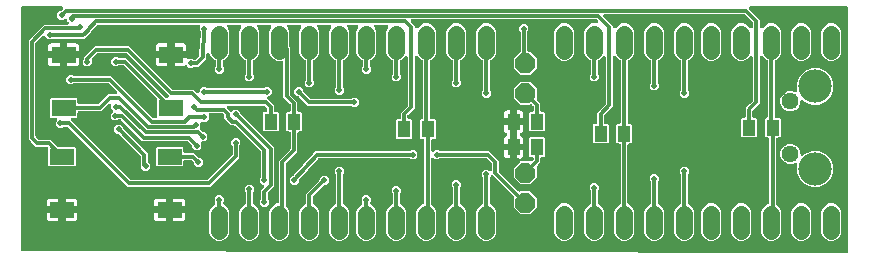
<source format=gbr>
G04 EAGLE Gerber RS-274X export*
G75*
%MOMM*%
%FSLAX34Y34*%
%LPD*%
%INTop Copper*%
%IPPOS*%
%AMOC8*
5,1,8,0,0,1.08239X$1,22.5*%
G01*
%ADD10C,1.463037*%
%ADD11P,1.814519X8X292.500000*%
%ADD12P,1.814519X8X112.500000*%
%ADD13R,1.100000X1.400000*%
%ADD14R,2.100000X1.400000*%
%ADD15C,1.440000*%
%ADD16C,2.817363*%
%ADD17C,0.304800*%
%ADD18C,0.502400*%

G36*
X1059291Y393170D02*
X1059291Y393170D01*
X1059318Y393168D01*
X1059464Y393190D01*
X1059610Y393206D01*
X1059636Y393216D01*
X1059663Y393220D01*
X1059800Y393274D01*
X1059938Y393323D01*
X1059961Y393338D01*
X1059987Y393348D01*
X1060107Y393432D01*
X1060231Y393512D01*
X1060250Y393532D01*
X1060273Y393547D01*
X1060371Y393656D01*
X1060474Y393762D01*
X1060488Y393786D01*
X1060506Y393806D01*
X1060577Y393935D01*
X1060653Y394061D01*
X1060661Y394087D01*
X1060675Y394111D01*
X1060715Y394253D01*
X1060760Y394392D01*
X1060762Y394420D01*
X1060770Y394447D01*
X1060789Y394690D01*
X1060789Y600236D01*
X1060786Y600262D01*
X1060788Y600288D01*
X1060766Y600435D01*
X1060749Y600582D01*
X1060741Y600607D01*
X1060737Y600633D01*
X1060682Y600771D01*
X1060632Y600910D01*
X1060618Y600932D01*
X1060608Y600957D01*
X1060523Y601078D01*
X1060443Y601203D01*
X1060424Y601221D01*
X1060409Y601243D01*
X1060299Y601342D01*
X1060192Y601445D01*
X1060170Y601459D01*
X1060150Y601476D01*
X1060020Y601548D01*
X1059893Y601624D01*
X1059868Y601632D01*
X1059845Y601645D01*
X1059702Y601685D01*
X1059561Y601730D01*
X1059535Y601732D01*
X1059510Y601740D01*
X1059266Y601759D01*
X978131Y601759D01*
X978031Y601748D01*
X977930Y601746D01*
X977858Y601728D01*
X977784Y601719D01*
X977690Y601686D01*
X977592Y601661D01*
X977526Y601627D01*
X977456Y601602D01*
X977372Y601547D01*
X977283Y601501D01*
X977226Y601453D01*
X977163Y601413D01*
X977094Y601341D01*
X977017Y601276D01*
X976973Y601216D01*
X976921Y601162D01*
X976870Y601076D01*
X976810Y600995D01*
X976781Y600927D01*
X976742Y600863D01*
X976712Y600767D01*
X976672Y600675D01*
X976659Y600602D01*
X976636Y600531D01*
X976628Y600431D01*
X976610Y600332D01*
X976614Y600258D01*
X976608Y600184D01*
X976623Y600084D01*
X976628Y599984D01*
X976649Y599913D01*
X976660Y599839D01*
X976697Y599746D01*
X976725Y599649D01*
X976761Y599584D01*
X976789Y599515D01*
X976846Y599433D01*
X976895Y599345D01*
X976960Y599269D01*
X976988Y599229D01*
X977014Y599205D01*
X977053Y599159D01*
X985775Y590438D01*
X985775Y584730D01*
X985786Y584630D01*
X985788Y584529D01*
X985806Y584457D01*
X985815Y584383D01*
X985848Y584289D01*
X985873Y584192D01*
X985907Y584125D01*
X985932Y584055D01*
X985987Y583971D01*
X986033Y583882D01*
X986081Y583825D01*
X986121Y583763D01*
X986193Y583693D01*
X986258Y583616D01*
X986318Y583572D01*
X986372Y583520D01*
X986458Y583469D01*
X986539Y583409D01*
X986607Y583380D01*
X986671Y583342D01*
X986767Y583311D01*
X986859Y583271D01*
X986932Y583258D01*
X987003Y583235D01*
X987103Y583227D01*
X987202Y583209D01*
X987276Y583213D01*
X987350Y583207D01*
X987450Y583222D01*
X987550Y583227D01*
X987621Y583248D01*
X987695Y583259D01*
X987788Y583296D01*
X987885Y583324D01*
X987950Y583360D01*
X988019Y583388D01*
X988101Y583445D01*
X988189Y583494D01*
X988265Y583559D01*
X988305Y583587D01*
X988329Y583613D01*
X988375Y583653D01*
X990816Y586094D01*
X993972Y587401D01*
X997388Y587401D01*
X1000544Y586094D01*
X1002959Y583679D01*
X1004266Y580523D01*
X1004266Y562477D01*
X1002959Y559321D01*
X1000544Y556906D01*
X999415Y556439D01*
X999348Y556401D01*
X999277Y556373D01*
X999196Y556317D01*
X999110Y556269D01*
X999054Y556218D01*
X998991Y556174D01*
X998925Y556101D01*
X998852Y556035D01*
X998809Y555972D01*
X998758Y555916D01*
X998710Y555829D01*
X998654Y555748D01*
X998626Y555677D01*
X998589Y555610D01*
X998562Y555516D01*
X998526Y555424D01*
X998515Y555349D01*
X998494Y555275D01*
X998482Y555126D01*
X998475Y555079D01*
X998477Y555060D01*
X998475Y555031D01*
X998475Y508904D01*
X998476Y508890D01*
X998476Y508882D01*
X998477Y508871D01*
X998476Y508852D01*
X998498Y508705D01*
X998515Y508558D01*
X998523Y508533D01*
X998527Y508507D01*
X998582Y508369D01*
X998632Y508230D01*
X998646Y508208D01*
X998656Y508183D01*
X998741Y508062D01*
X998821Y507937D01*
X998840Y507919D01*
X998855Y507897D01*
X998965Y507798D01*
X999072Y507695D01*
X999094Y507681D01*
X999114Y507664D01*
X999244Y507592D01*
X999371Y507516D01*
X999396Y507508D01*
X999419Y507495D01*
X999562Y507455D01*
X999703Y507410D01*
X999729Y507408D01*
X999754Y507400D01*
X999998Y507381D01*
X1002816Y507381D01*
X1003561Y506636D01*
X1003561Y491584D01*
X1002816Y490839D01*
X1001108Y490839D01*
X1001082Y490836D01*
X1001056Y490838D01*
X1000909Y490816D01*
X1000762Y490799D01*
X1000737Y490791D01*
X1000711Y490787D01*
X1000573Y490732D01*
X1000434Y490682D01*
X1000412Y490668D01*
X1000387Y490658D01*
X1000266Y490573D01*
X1000141Y490493D01*
X1000123Y490474D01*
X1000101Y490459D01*
X1000002Y490349D01*
X999899Y490242D01*
X999885Y490220D01*
X999868Y490200D01*
X999796Y490070D01*
X999720Y489943D01*
X999712Y489918D01*
X999699Y489895D01*
X999659Y489752D01*
X999614Y489611D01*
X999612Y489585D01*
X999604Y489560D01*
X999585Y489316D01*
X999585Y435109D01*
X999593Y435033D01*
X999592Y434957D01*
X999613Y434860D01*
X999625Y434763D01*
X999650Y434691D01*
X999667Y434616D01*
X999709Y434527D01*
X999742Y434435D01*
X999784Y434370D01*
X999816Y434301D01*
X999878Y434224D01*
X999931Y434142D01*
X999986Y434089D01*
X1000034Y434029D01*
X1000111Y433968D01*
X1000182Y433900D01*
X1000247Y433860D01*
X1000307Y433813D01*
X1000440Y433745D01*
X1000481Y433721D01*
X1000499Y433715D01*
X1000525Y433702D01*
X1000544Y433694D01*
X1002959Y431279D01*
X1004266Y428123D01*
X1004266Y410077D01*
X1002959Y406921D01*
X1000544Y404506D01*
X997388Y403199D01*
X993972Y403199D01*
X990816Y404506D01*
X988401Y406921D01*
X987094Y410077D01*
X987094Y428123D01*
X988401Y431279D01*
X990816Y433694D01*
X993055Y434621D01*
X993122Y434658D01*
X993193Y434687D01*
X993274Y434743D01*
X993360Y434791D01*
X993416Y434842D01*
X993479Y434885D01*
X993545Y434958D01*
X993618Y435025D01*
X993661Y435088D01*
X993712Y435144D01*
X993760Y435230D01*
X993816Y435311D01*
X993844Y435382D01*
X993881Y435449D01*
X993908Y435544D01*
X993944Y435636D01*
X993955Y435711D01*
X993976Y435785D01*
X993988Y435934D01*
X993995Y435980D01*
X993993Y435999D01*
X993995Y436028D01*
X993995Y489316D01*
X993992Y489342D01*
X993994Y489368D01*
X993972Y489515D01*
X993955Y489662D01*
X993947Y489687D01*
X993943Y489713D01*
X993888Y489851D01*
X993838Y489990D01*
X993824Y490012D01*
X993814Y490037D01*
X993729Y490158D01*
X993649Y490283D01*
X993630Y490301D01*
X993615Y490323D01*
X993505Y490422D01*
X993398Y490525D01*
X993376Y490539D01*
X993356Y490556D01*
X993226Y490628D01*
X993099Y490704D01*
X993074Y490712D01*
X993051Y490725D01*
X992908Y490765D01*
X992767Y490810D01*
X992741Y490812D01*
X992716Y490820D01*
X992472Y490839D01*
X990764Y490839D01*
X990019Y491584D01*
X990019Y506636D01*
X990764Y507381D01*
X991362Y507381D01*
X991388Y507384D01*
X991414Y507382D01*
X991561Y507404D01*
X991708Y507421D01*
X991733Y507429D01*
X991759Y507433D01*
X991897Y507488D01*
X992036Y507538D01*
X992058Y507552D01*
X992083Y507562D01*
X992204Y507647D01*
X992329Y507727D01*
X992347Y507746D01*
X992369Y507761D01*
X992468Y507871D01*
X992571Y507978D01*
X992585Y508000D01*
X992602Y508020D01*
X992674Y508150D01*
X992750Y508277D01*
X992758Y508302D01*
X992771Y508325D01*
X992811Y508468D01*
X992856Y508609D01*
X992858Y508635D01*
X992866Y508660D01*
X992885Y508904D01*
X992885Y555031D01*
X992877Y555107D01*
X992878Y555184D01*
X992857Y555280D01*
X992845Y555378D01*
X992820Y555449D01*
X992803Y555524D01*
X992761Y555613D01*
X992728Y555706D01*
X992686Y555770D01*
X992654Y555839D01*
X992592Y555916D01*
X992539Y555998D01*
X992484Y556052D01*
X992436Y556111D01*
X992359Y556172D01*
X992288Y556241D01*
X992223Y556280D01*
X992163Y556327D01*
X992030Y556395D01*
X991989Y556419D01*
X991971Y556425D01*
X991945Y556439D01*
X990816Y556906D01*
X988375Y559347D01*
X988297Y559410D01*
X988224Y559480D01*
X988160Y559518D01*
X988102Y559564D01*
X988011Y559607D01*
X987925Y559658D01*
X987854Y559681D01*
X987787Y559713D01*
X987689Y559734D01*
X987593Y559765D01*
X987519Y559771D01*
X987446Y559786D01*
X987346Y559785D01*
X987246Y559793D01*
X987172Y559782D01*
X987098Y559780D01*
X987001Y559756D01*
X986901Y559741D01*
X986832Y559713D01*
X986760Y559695D01*
X986671Y559649D01*
X986577Y559612D01*
X986516Y559570D01*
X986450Y559536D01*
X986374Y559471D01*
X986291Y559413D01*
X986241Y559358D01*
X986185Y559310D01*
X986125Y559229D01*
X986058Y559155D01*
X986022Y559089D01*
X985977Y559030D01*
X985938Y558937D01*
X985889Y558850D01*
X985869Y558778D01*
X985839Y558710D01*
X985822Y558611D01*
X985794Y558514D01*
X985786Y558414D01*
X985778Y558367D01*
X985780Y558331D01*
X985775Y558270D01*
X985775Y519542D01*
X981152Y514919D01*
X981151Y514919D01*
X981141Y514909D01*
X981141Y514908D01*
X980031Y513799D01*
X979952Y513700D01*
X979868Y513606D01*
X979844Y513563D01*
X979814Y513526D01*
X979760Y513411D01*
X979699Y513301D01*
X979686Y513254D01*
X979665Y513210D01*
X979639Y513087D01*
X979604Y512965D01*
X979599Y512904D01*
X979592Y512870D01*
X979593Y512822D01*
X979585Y512721D01*
X979585Y508904D01*
X979586Y508890D01*
X979586Y508882D01*
X979587Y508871D01*
X979586Y508852D01*
X979608Y508705D01*
X979625Y508558D01*
X979633Y508533D01*
X979637Y508507D01*
X979692Y508369D01*
X979742Y508230D01*
X979756Y508208D01*
X979766Y508183D01*
X979851Y508062D01*
X979931Y507937D01*
X979950Y507919D01*
X979965Y507897D01*
X980075Y507798D01*
X980182Y507695D01*
X980204Y507681D01*
X980224Y507664D01*
X980354Y507592D01*
X980481Y507516D01*
X980506Y507508D01*
X980529Y507495D01*
X980672Y507455D01*
X980813Y507410D01*
X980839Y507408D01*
X980864Y507400D01*
X981108Y507381D01*
X982816Y507381D01*
X983561Y506636D01*
X983561Y491584D01*
X982816Y490839D01*
X970764Y490839D01*
X970019Y491584D01*
X970019Y506636D01*
X970764Y507381D01*
X972472Y507381D01*
X972498Y507384D01*
X972524Y507382D01*
X972671Y507404D01*
X972818Y507421D01*
X972843Y507429D01*
X972869Y507433D01*
X973007Y507488D01*
X973146Y507538D01*
X973168Y507552D01*
X973193Y507562D01*
X973314Y507647D01*
X973439Y507727D01*
X973457Y507746D01*
X973479Y507761D01*
X973578Y507871D01*
X973681Y507978D01*
X973695Y508000D01*
X973712Y508020D01*
X973784Y508150D01*
X973860Y508277D01*
X973868Y508302D01*
X973881Y508325D01*
X973921Y508468D01*
X973966Y508609D01*
X973968Y508635D01*
X973976Y508660D01*
X973995Y508904D01*
X973995Y515668D01*
X977188Y518861D01*
X977189Y518861D01*
X977199Y518871D01*
X977199Y518872D01*
X979739Y521411D01*
X979818Y521510D01*
X979902Y521604D01*
X979926Y521647D01*
X979956Y521684D01*
X980010Y521799D01*
X980071Y521909D01*
X980084Y521956D01*
X980105Y522000D01*
X980131Y522123D01*
X980166Y522245D01*
X980171Y522305D01*
X980178Y522340D01*
X980177Y522388D01*
X980185Y522489D01*
X980185Y558270D01*
X980174Y558370D01*
X980172Y558471D01*
X980154Y558543D01*
X980145Y558617D01*
X980112Y558711D01*
X980087Y558808D01*
X980053Y558875D01*
X980028Y558945D01*
X979973Y559029D01*
X979927Y559118D01*
X979879Y559175D01*
X979839Y559237D01*
X979767Y559307D01*
X979702Y559384D01*
X979642Y559428D01*
X979588Y559480D01*
X979502Y559531D01*
X979421Y559591D01*
X979353Y559620D01*
X979289Y559658D01*
X979193Y559689D01*
X979101Y559729D01*
X979028Y559742D01*
X978957Y559765D01*
X978857Y559773D01*
X978758Y559791D01*
X978684Y559787D01*
X978610Y559793D01*
X978510Y559778D01*
X978410Y559773D01*
X978339Y559752D01*
X978265Y559741D01*
X978172Y559704D01*
X978075Y559676D01*
X978010Y559640D01*
X977941Y559612D01*
X977859Y559555D01*
X977771Y559506D01*
X977695Y559441D01*
X977655Y559413D01*
X977631Y559387D01*
X977585Y559347D01*
X975144Y556906D01*
X971988Y555599D01*
X968572Y555599D01*
X965416Y556906D01*
X963001Y559321D01*
X961694Y562477D01*
X961694Y580523D01*
X963001Y583679D01*
X965416Y586094D01*
X968572Y587401D01*
X971988Y587401D01*
X975144Y586094D01*
X977585Y583653D01*
X977663Y583590D01*
X977736Y583520D01*
X977800Y583482D01*
X977858Y583436D01*
X977949Y583393D01*
X978035Y583342D01*
X978106Y583319D01*
X978173Y583287D01*
X978271Y583266D01*
X978367Y583235D01*
X978441Y583229D01*
X978514Y583214D01*
X978614Y583215D01*
X978714Y583207D01*
X978788Y583218D01*
X978862Y583220D01*
X978959Y583244D01*
X979059Y583259D01*
X979128Y583287D01*
X979200Y583305D01*
X979289Y583351D01*
X979383Y583388D01*
X979444Y583430D01*
X979510Y583464D01*
X979586Y583529D01*
X979669Y583587D01*
X979719Y583642D01*
X979775Y583690D01*
X979835Y583771D01*
X979902Y583845D01*
X979938Y583911D01*
X979983Y583970D01*
X980022Y584063D01*
X980071Y584150D01*
X980091Y584222D01*
X980121Y584290D01*
X980138Y584389D01*
X980166Y584486D01*
X980174Y584586D01*
X980182Y584633D01*
X980180Y584669D01*
X980185Y584730D01*
X980185Y587491D01*
X980171Y587617D01*
X980164Y587743D01*
X980151Y587790D01*
X980145Y587838D01*
X980103Y587957D01*
X980068Y588078D01*
X980044Y588120D01*
X980028Y588166D01*
X979959Y588272D01*
X979898Y588382D01*
X979858Y588429D01*
X979839Y588459D01*
X979804Y588492D01*
X979739Y588569D01*
X973379Y594929D01*
X973280Y595008D01*
X973186Y595092D01*
X973143Y595116D01*
X973106Y595146D01*
X972991Y595200D01*
X972881Y595261D01*
X972834Y595274D01*
X972790Y595295D01*
X972667Y595321D01*
X972545Y595356D01*
X972484Y595361D01*
X972450Y595368D01*
X972402Y595367D01*
X972301Y595375D01*
X854975Y595375D01*
X854875Y595364D01*
X854774Y595362D01*
X854702Y595344D01*
X854628Y595335D01*
X854534Y595302D01*
X854436Y595277D01*
X854370Y595243D01*
X854300Y595218D01*
X854216Y595163D01*
X854127Y595117D01*
X854070Y595069D01*
X854007Y595029D01*
X853938Y594957D01*
X853861Y594892D01*
X853817Y594832D01*
X853765Y594778D01*
X853714Y594692D01*
X853654Y594611D01*
X853625Y594543D01*
X853586Y594479D01*
X853556Y594383D01*
X853516Y594291D01*
X853503Y594218D01*
X853480Y594147D01*
X853472Y594047D01*
X853454Y593948D01*
X853458Y593874D01*
X853452Y593800D01*
X853467Y593700D01*
X853472Y593600D01*
X853493Y593529D01*
X853504Y593455D01*
X853541Y593362D01*
X853569Y593265D01*
X853605Y593200D01*
X853633Y593131D01*
X853690Y593049D01*
X853739Y592961D01*
X853804Y592885D01*
X853832Y592845D01*
X853858Y592821D01*
X853897Y592775D01*
X859231Y587441D01*
X861315Y585358D01*
X861315Y584730D01*
X861326Y584630D01*
X861328Y584529D01*
X861346Y584457D01*
X861355Y584383D01*
X861388Y584289D01*
X861413Y584192D01*
X861447Y584125D01*
X861472Y584055D01*
X861527Y583971D01*
X861573Y583882D01*
X861621Y583825D01*
X861661Y583763D01*
X861733Y583693D01*
X861798Y583616D01*
X861858Y583572D01*
X861912Y583520D01*
X861998Y583469D01*
X862079Y583409D01*
X862147Y583380D01*
X862211Y583342D01*
X862307Y583311D01*
X862399Y583271D01*
X862472Y583258D01*
X862543Y583235D01*
X862643Y583227D01*
X862742Y583209D01*
X862816Y583213D01*
X862890Y583207D01*
X862990Y583222D01*
X863090Y583227D01*
X863161Y583248D01*
X863235Y583259D01*
X863328Y583296D01*
X863425Y583324D01*
X863490Y583360D01*
X863559Y583388D01*
X863641Y583445D01*
X863729Y583494D01*
X863805Y583559D01*
X863845Y583587D01*
X863869Y583613D01*
X863915Y583653D01*
X866356Y586094D01*
X869512Y587401D01*
X872928Y587401D01*
X876084Y586094D01*
X878499Y583679D01*
X879806Y580523D01*
X879806Y562477D01*
X878499Y559321D01*
X876084Y556906D01*
X874955Y556439D01*
X874888Y556401D01*
X874817Y556373D01*
X874736Y556317D01*
X874650Y556269D01*
X874594Y556218D01*
X874531Y556174D01*
X874465Y556101D01*
X874392Y556035D01*
X874349Y555972D01*
X874298Y555916D01*
X874250Y555829D01*
X874194Y555748D01*
X874166Y555677D01*
X874129Y555610D01*
X874102Y555516D01*
X874066Y555424D01*
X874055Y555349D01*
X874034Y555275D01*
X874022Y555126D01*
X874015Y555079D01*
X874017Y555060D01*
X874015Y555031D01*
X874015Y503824D01*
X874018Y503798D01*
X874016Y503772D01*
X874038Y503625D01*
X874055Y503478D01*
X874063Y503453D01*
X874067Y503427D01*
X874122Y503289D01*
X874172Y503150D01*
X874186Y503128D01*
X874196Y503103D01*
X874281Y502982D01*
X874361Y502857D01*
X874380Y502839D01*
X874395Y502817D01*
X874505Y502718D01*
X874612Y502615D01*
X874634Y502601D01*
X874654Y502584D01*
X874784Y502512D01*
X874911Y502436D01*
X874936Y502428D01*
X874959Y502415D01*
X875102Y502375D01*
X875243Y502330D01*
X875269Y502328D01*
X875294Y502320D01*
X875538Y502301D01*
X877086Y502301D01*
X877831Y501556D01*
X877831Y486504D01*
X877086Y485759D01*
X875378Y485759D01*
X875352Y485756D01*
X875326Y485758D01*
X875179Y485736D01*
X875032Y485719D01*
X875007Y485711D01*
X874981Y485707D01*
X874843Y485652D01*
X874704Y485602D01*
X874682Y485588D01*
X874657Y485578D01*
X874536Y485493D01*
X874411Y485413D01*
X874393Y485394D01*
X874371Y485379D01*
X874272Y485269D01*
X874169Y485162D01*
X874155Y485140D01*
X874138Y485120D01*
X874066Y484990D01*
X873990Y484863D01*
X873982Y484838D01*
X873969Y484815D01*
X873929Y484672D01*
X873884Y484531D01*
X873882Y484505D01*
X873874Y484480D01*
X873855Y484236D01*
X873855Y435635D01*
X873863Y435559D01*
X873862Y435483D01*
X873883Y435386D01*
X873895Y435289D01*
X873920Y435217D01*
X873937Y435142D01*
X873979Y435053D01*
X874012Y434961D01*
X874054Y434896D01*
X874086Y434827D01*
X874148Y434751D01*
X874201Y434668D01*
X874256Y434615D01*
X874304Y434555D01*
X874381Y434494D01*
X874452Y434426D01*
X874517Y434386D01*
X874577Y434339D01*
X874711Y434271D01*
X874751Y434247D01*
X874769Y434241D01*
X874795Y434228D01*
X876084Y433694D01*
X878499Y431279D01*
X879806Y428123D01*
X879806Y410077D01*
X878499Y406921D01*
X876084Y404506D01*
X872928Y403199D01*
X869512Y403199D01*
X866356Y404506D01*
X863941Y406921D01*
X862634Y410077D01*
X862634Y428123D01*
X863941Y431279D01*
X866356Y433694D01*
X867325Y434095D01*
X867392Y434132D01*
X867463Y434160D01*
X867544Y434217D01*
X867630Y434264D01*
X867686Y434316D01*
X867749Y434359D01*
X867815Y434432D01*
X867888Y434499D01*
X867931Y434561D01*
X867982Y434618D01*
X868030Y434704D01*
X868086Y434785D01*
X868114Y434856D01*
X868151Y434923D01*
X868178Y435018D01*
X868214Y435109D01*
X868225Y435185D01*
X868246Y435259D01*
X868258Y435408D01*
X868265Y435454D01*
X868263Y435473D01*
X868265Y435502D01*
X868265Y484236D01*
X868262Y484262D01*
X868264Y484288D01*
X868242Y484435D01*
X868225Y484582D01*
X868217Y484607D01*
X868213Y484633D01*
X868158Y484771D01*
X868108Y484910D01*
X868094Y484932D01*
X868084Y484957D01*
X867999Y485078D01*
X867919Y485203D01*
X867900Y485221D01*
X867885Y485243D01*
X867775Y485342D01*
X867668Y485445D01*
X867646Y485459D01*
X867626Y485476D01*
X867496Y485548D01*
X867369Y485624D01*
X867344Y485632D01*
X867321Y485645D01*
X867178Y485685D01*
X867037Y485730D01*
X867011Y485732D01*
X866986Y485740D01*
X866742Y485759D01*
X865034Y485759D01*
X864289Y486504D01*
X864289Y501556D01*
X865034Y502301D01*
X866902Y502301D01*
X866928Y502304D01*
X866954Y502302D01*
X867101Y502324D01*
X867248Y502341D01*
X867273Y502349D01*
X867299Y502353D01*
X867437Y502408D01*
X867576Y502458D01*
X867598Y502472D01*
X867623Y502482D01*
X867744Y502567D01*
X867869Y502647D01*
X867887Y502666D01*
X867909Y502681D01*
X868008Y502791D01*
X868111Y502898D01*
X868125Y502920D01*
X868142Y502940D01*
X868214Y503070D01*
X868290Y503197D01*
X868298Y503222D01*
X868311Y503245D01*
X868351Y503388D01*
X868396Y503529D01*
X868398Y503555D01*
X868406Y503580D01*
X868425Y503824D01*
X868425Y555031D01*
X868417Y555107D01*
X868418Y555184D01*
X868397Y555280D01*
X868385Y555378D01*
X868360Y555449D01*
X868343Y555524D01*
X868301Y555613D01*
X868268Y555706D01*
X868226Y555770D01*
X868194Y555839D01*
X868132Y555916D01*
X868079Y555998D01*
X868024Y556052D01*
X867976Y556111D01*
X867899Y556172D01*
X867828Y556241D01*
X867763Y556280D01*
X867703Y556327D01*
X867570Y556395D01*
X867529Y556419D01*
X867511Y556425D01*
X867485Y556439D01*
X866356Y556906D01*
X863915Y559347D01*
X863837Y559410D01*
X863764Y559480D01*
X863700Y559518D01*
X863642Y559564D01*
X863551Y559607D01*
X863465Y559658D01*
X863394Y559681D01*
X863327Y559713D01*
X863229Y559734D01*
X863133Y559765D01*
X863059Y559771D01*
X862986Y559786D01*
X862886Y559785D01*
X862786Y559793D01*
X862712Y559782D01*
X862638Y559780D01*
X862541Y559756D01*
X862441Y559741D01*
X862372Y559713D01*
X862300Y559695D01*
X862211Y559649D01*
X862117Y559612D01*
X862056Y559570D01*
X861990Y559536D01*
X861914Y559471D01*
X861831Y559413D01*
X861781Y559358D01*
X861725Y559310D01*
X861665Y559229D01*
X861598Y559155D01*
X861562Y559089D01*
X861517Y559030D01*
X861478Y558937D01*
X861429Y558850D01*
X861409Y558778D01*
X861379Y558710D01*
X861362Y558611D01*
X861334Y558514D01*
X861326Y558414D01*
X861318Y558367D01*
X861320Y558331D01*
X861315Y558270D01*
X861315Y517002D01*
X854301Y509989D01*
X854235Y509906D01*
X854191Y509860D01*
X854182Y509845D01*
X854138Y509796D01*
X854114Y509753D01*
X854084Y509716D01*
X854030Y509601D01*
X853969Y509491D01*
X853956Y509444D01*
X853935Y509400D01*
X853909Y509277D01*
X853874Y509155D01*
X853869Y509094D01*
X853862Y509060D01*
X853863Y509012D01*
X853855Y508911D01*
X853855Y503824D01*
X853858Y503798D01*
X853856Y503772D01*
X853878Y503625D01*
X853895Y503478D01*
X853903Y503453D01*
X853907Y503427D01*
X853962Y503289D01*
X854012Y503150D01*
X854026Y503128D01*
X854036Y503103D01*
X854121Y502982D01*
X854201Y502857D01*
X854220Y502839D01*
X854235Y502817D01*
X854345Y502718D01*
X854452Y502615D01*
X854474Y502601D01*
X854494Y502584D01*
X854624Y502512D01*
X854751Y502436D01*
X854776Y502428D01*
X854799Y502415D01*
X854942Y502375D01*
X855083Y502330D01*
X855109Y502328D01*
X855134Y502320D01*
X855378Y502301D01*
X857086Y502301D01*
X857831Y501556D01*
X857831Y486504D01*
X857086Y485759D01*
X845034Y485759D01*
X844289Y486504D01*
X844289Y501556D01*
X845034Y502301D01*
X846742Y502301D01*
X846768Y502304D01*
X846794Y502302D01*
X846941Y502324D01*
X847088Y502341D01*
X847113Y502349D01*
X847139Y502353D01*
X847277Y502408D01*
X847416Y502458D01*
X847438Y502472D01*
X847463Y502482D01*
X847584Y502567D01*
X847709Y502647D01*
X847727Y502666D01*
X847749Y502681D01*
X847848Y502791D01*
X847951Y502898D01*
X847965Y502920D01*
X847982Y502940D01*
X848054Y503070D01*
X848130Y503197D01*
X848138Y503222D01*
X848151Y503245D01*
X848191Y503388D01*
X848236Y503529D01*
X848238Y503555D01*
X848246Y503580D01*
X848265Y503824D01*
X848265Y511858D01*
X855279Y518871D01*
X855358Y518970D01*
X855442Y519064D01*
X855466Y519107D01*
X855496Y519144D01*
X855550Y519259D01*
X855611Y519369D01*
X855624Y519416D01*
X855645Y519460D01*
X855671Y519583D01*
X855706Y519705D01*
X855711Y519766D01*
X855718Y519800D01*
X855717Y519848D01*
X855725Y519949D01*
X855725Y558270D01*
X855714Y558370D01*
X855712Y558471D01*
X855694Y558543D01*
X855685Y558617D01*
X855652Y558711D01*
X855627Y558808D01*
X855593Y558875D01*
X855568Y558945D01*
X855513Y559029D01*
X855467Y559118D01*
X855419Y559175D01*
X855379Y559237D01*
X855307Y559307D01*
X855242Y559384D01*
X855182Y559428D01*
X855128Y559480D01*
X855042Y559531D01*
X854961Y559591D01*
X854893Y559620D01*
X854829Y559658D01*
X854733Y559689D01*
X854641Y559729D01*
X854568Y559742D01*
X854497Y559765D01*
X854397Y559773D01*
X854298Y559791D01*
X854224Y559787D01*
X854150Y559793D01*
X854050Y559778D01*
X853950Y559773D01*
X853879Y559752D01*
X853805Y559741D01*
X853712Y559704D01*
X853615Y559676D01*
X853550Y559640D01*
X853481Y559612D01*
X853399Y559555D01*
X853311Y559506D01*
X853235Y559441D01*
X853195Y559413D01*
X853171Y559387D01*
X853125Y559347D01*
X850684Y556906D01*
X849555Y556439D01*
X849488Y556401D01*
X849417Y556373D01*
X849336Y556317D01*
X849250Y556269D01*
X849194Y556218D01*
X849131Y556174D01*
X849065Y556101D01*
X848992Y556035D01*
X848949Y555972D01*
X848898Y555916D01*
X848850Y555829D01*
X848794Y555748D01*
X848766Y555677D01*
X848729Y555610D01*
X848702Y555516D01*
X848666Y555424D01*
X848655Y555349D01*
X848634Y555275D01*
X848622Y555126D01*
X848615Y555079D01*
X848617Y555060D01*
X848615Y555031D01*
X848615Y545476D01*
X848617Y545456D01*
X848616Y545440D01*
X848629Y545349D01*
X848636Y545224D01*
X848649Y545178D01*
X848655Y545130D01*
X848697Y545011D01*
X848732Y544889D01*
X848756Y544847D01*
X848772Y544802D01*
X848841Y544695D01*
X848902Y544585D01*
X848942Y544539D01*
X848961Y544509D01*
X848996Y544475D01*
X849061Y544399D01*
X849603Y543857D01*
X849603Y540723D01*
X847387Y538507D01*
X844253Y538507D01*
X842037Y540723D01*
X842037Y543857D01*
X842579Y544399D01*
X842658Y544498D01*
X842742Y544592D01*
X842766Y544634D01*
X842796Y544672D01*
X842850Y544786D01*
X842911Y544897D01*
X842924Y544943D01*
X842945Y544987D01*
X842971Y545110D01*
X842991Y545179D01*
X842996Y545197D01*
X842997Y545200D01*
X843006Y545232D01*
X843011Y545293D01*
X843018Y545328D01*
X843017Y545376D01*
X843025Y545476D01*
X843025Y555031D01*
X843017Y555107D01*
X843018Y555184D01*
X842997Y555280D01*
X842985Y555378D01*
X842960Y555449D01*
X842943Y555524D01*
X842901Y555613D01*
X842868Y555706D01*
X842826Y555770D01*
X842794Y555839D01*
X842732Y555916D01*
X842679Y555998D01*
X842624Y556052D01*
X842576Y556111D01*
X842499Y556172D01*
X842428Y556241D01*
X842363Y556280D01*
X842303Y556327D01*
X842170Y556395D01*
X842129Y556419D01*
X842111Y556425D01*
X842085Y556439D01*
X840956Y556906D01*
X838541Y559321D01*
X837234Y562477D01*
X837234Y580523D01*
X838541Y583679D01*
X840956Y586094D01*
X844112Y587401D01*
X847689Y587401D01*
X847789Y587413D01*
X847889Y587414D01*
X847961Y587432D01*
X848035Y587441D01*
X848130Y587475D01*
X848227Y587499D01*
X848293Y587533D01*
X848363Y587558D01*
X848448Y587613D01*
X848537Y587659D01*
X848594Y587707D01*
X848656Y587748D01*
X848726Y587820D01*
X848803Y587885D01*
X848847Y587945D01*
X848898Y587998D01*
X848950Y588084D01*
X849010Y588165D01*
X849039Y588233D01*
X849077Y588297D01*
X849108Y588393D01*
X849148Y588485D01*
X849161Y588558D01*
X849183Y588629D01*
X849192Y588729D01*
X849209Y588828D01*
X849205Y588903D01*
X849211Y588977D01*
X849197Y589076D01*
X849191Y589176D01*
X849171Y589248D01*
X849160Y589321D01*
X849123Y589415D01*
X849095Y589511D01*
X849058Y589576D01*
X849031Y589645D01*
X848974Y589727D01*
X848925Y589815D01*
X848860Y589892D01*
X848832Y589931D01*
X848806Y589955D01*
X848766Y590001D01*
X848156Y590611D01*
X848057Y590690D01*
X847964Y590774D01*
X847921Y590798D01*
X847883Y590828D01*
X847769Y590882D01*
X847659Y590943D01*
X847612Y590956D01*
X847568Y590977D01*
X847445Y591003D01*
X847323Y591038D01*
X847263Y591043D01*
X847228Y591050D01*
X847179Y591049D01*
X847079Y591057D01*
X691653Y591057D01*
X691553Y591046D01*
X691452Y591044D01*
X691380Y591026D01*
X691306Y591017D01*
X691212Y590983D01*
X691114Y590959D01*
X691048Y590925D01*
X690978Y590900D01*
X690894Y590845D01*
X690805Y590799D01*
X690748Y590751D01*
X690685Y590711D01*
X690616Y590639D01*
X690539Y590574D01*
X690495Y590514D01*
X690443Y590460D01*
X690392Y590374D01*
X690332Y590293D01*
X690303Y590225D01*
X690264Y590161D01*
X690234Y590065D01*
X690194Y589973D01*
X690181Y589900D01*
X690158Y589829D01*
X690150Y589729D01*
X690132Y589630D01*
X690136Y589556D01*
X690130Y589482D01*
X690145Y589382D01*
X690150Y589282D01*
X690171Y589211D01*
X690182Y589137D01*
X690219Y589044D01*
X690247Y588947D01*
X690283Y588882D01*
X690311Y588813D01*
X690368Y588731D01*
X690417Y588643D01*
X690482Y588567D01*
X690510Y588527D01*
X690536Y588503D01*
X690575Y588457D01*
X691591Y587441D01*
X691592Y587441D01*
X693675Y585358D01*
X693675Y584730D01*
X693686Y584630D01*
X693688Y584529D01*
X693706Y584457D01*
X693715Y584383D01*
X693748Y584289D01*
X693773Y584192D01*
X693807Y584125D01*
X693832Y584055D01*
X693887Y583971D01*
X693933Y583882D01*
X693981Y583825D01*
X694021Y583763D01*
X694093Y583693D01*
X694158Y583616D01*
X694218Y583572D01*
X694272Y583520D01*
X694358Y583469D01*
X694439Y583409D01*
X694507Y583380D01*
X694571Y583342D01*
X694667Y583311D01*
X694759Y583271D01*
X694832Y583258D01*
X694903Y583235D01*
X695003Y583227D01*
X695102Y583209D01*
X695176Y583213D01*
X695250Y583207D01*
X695350Y583222D01*
X695450Y583227D01*
X695521Y583248D01*
X695595Y583259D01*
X695688Y583296D01*
X695785Y583324D01*
X695850Y583360D01*
X695919Y583388D01*
X696001Y583445D01*
X696089Y583494D01*
X696165Y583559D01*
X696205Y583587D01*
X696229Y583613D01*
X696275Y583653D01*
X698716Y586094D01*
X701872Y587401D01*
X705288Y587401D01*
X708444Y586094D01*
X710859Y583679D01*
X712166Y580523D01*
X712166Y562477D01*
X710859Y559321D01*
X708444Y556906D01*
X707315Y556439D01*
X707248Y556401D01*
X707177Y556373D01*
X707096Y556317D01*
X707010Y556269D01*
X706954Y556218D01*
X706891Y556174D01*
X706825Y556101D01*
X706752Y556035D01*
X706709Y555972D01*
X706658Y555916D01*
X706610Y555829D01*
X706554Y555748D01*
X706526Y555677D01*
X706489Y555610D01*
X706462Y555516D01*
X706426Y555424D01*
X706415Y555349D01*
X706394Y555275D01*
X706382Y555126D01*
X706375Y555079D01*
X706377Y555060D01*
X706375Y555031D01*
X706375Y507634D01*
X706378Y507608D01*
X706376Y507582D01*
X706398Y507435D01*
X706415Y507288D01*
X706423Y507263D01*
X706427Y507237D01*
X706482Y507099D01*
X706532Y506960D01*
X706546Y506938D01*
X706556Y506913D01*
X706641Y506792D01*
X706721Y506667D01*
X706740Y506649D01*
X706755Y506627D01*
X706865Y506528D01*
X706972Y506425D01*
X706994Y506411D01*
X707014Y506394D01*
X707144Y506322D01*
X707271Y506246D01*
X707296Y506238D01*
X707319Y506225D01*
X707462Y506185D01*
X707603Y506140D01*
X707629Y506138D01*
X707654Y506130D01*
X707898Y506111D01*
X710716Y506111D01*
X711461Y505366D01*
X711461Y490314D01*
X710716Y489569D01*
X709008Y489569D01*
X708982Y489566D01*
X708956Y489568D01*
X708809Y489546D01*
X708662Y489529D01*
X708637Y489521D01*
X708611Y489517D01*
X708473Y489462D01*
X708334Y489412D01*
X708312Y489398D01*
X708287Y489388D01*
X708166Y489303D01*
X708041Y489223D01*
X708023Y489204D01*
X708001Y489189D01*
X707902Y489079D01*
X707799Y488972D01*
X707785Y488950D01*
X707768Y488930D01*
X707696Y488800D01*
X707620Y488673D01*
X707612Y488648D01*
X707599Y488625D01*
X707559Y488482D01*
X707514Y488341D01*
X707512Y488315D01*
X707504Y488290D01*
X707485Y488046D01*
X707485Y480292D01*
X707496Y480192D01*
X707498Y480092D01*
X707516Y480019D01*
X707525Y479946D01*
X707558Y479851D01*
X707583Y479754D01*
X707617Y479687D01*
X707642Y479617D01*
X707697Y479533D01*
X707743Y479444D01*
X707791Y479387D01*
X707831Y479325D01*
X707903Y479255D01*
X707968Y479178D01*
X708028Y479134D01*
X708082Y479082D01*
X708168Y479031D01*
X708249Y478971D01*
X708317Y478942D01*
X708381Y478904D01*
X708477Y478873D01*
X708569Y478833D01*
X708642Y478820D01*
X708713Y478797D01*
X708813Y478789D01*
X708912Y478772D01*
X708986Y478775D01*
X709060Y478769D01*
X709160Y478784D01*
X709260Y478789D01*
X709331Y478810D01*
X709405Y478821D01*
X709498Y478858D01*
X709595Y478886D01*
X709660Y478922D01*
X709729Y478950D01*
X709811Y479007D01*
X709899Y479056D01*
X709975Y479121D01*
X710015Y479149D01*
X710039Y479175D01*
X710085Y479215D01*
X710903Y480033D01*
X714037Y480033D01*
X714579Y479491D01*
X714678Y479412D01*
X714772Y479328D01*
X714814Y479304D01*
X714852Y479274D01*
X714966Y479220D01*
X715077Y479159D01*
X715123Y479146D01*
X715167Y479125D01*
X715290Y479099D01*
X715412Y479064D01*
X715473Y479059D01*
X715508Y479052D01*
X715556Y479053D01*
X715656Y479045D01*
X756808Y479045D01*
X764795Y471058D01*
X764795Y462799D01*
X764809Y462673D01*
X764816Y462547D01*
X764829Y462500D01*
X764835Y462452D01*
X764877Y462333D01*
X764912Y462212D01*
X764936Y462170D01*
X764952Y462124D01*
X765021Y462018D01*
X765082Y461908D01*
X765122Y461862D01*
X765141Y461831D01*
X765176Y461798D01*
X765241Y461721D01*
X781474Y445489D01*
X781494Y445472D01*
X781511Y445452D01*
X781631Y445364D01*
X781747Y445272D01*
X781770Y445261D01*
X781791Y445245D01*
X781927Y445187D01*
X782062Y445123D01*
X782087Y445118D01*
X782112Y445107D01*
X782258Y445081D01*
X782402Y445050D01*
X782429Y445050D01*
X782455Y445046D01*
X782603Y445053D01*
X782751Y445056D01*
X782776Y445062D01*
X782803Y445064D01*
X782945Y445105D01*
X783089Y445141D01*
X783112Y445153D01*
X783137Y445160D01*
X783266Y445232D01*
X783325Y445263D01*
X791398Y445263D01*
X797053Y439608D01*
X797053Y431612D01*
X791398Y425957D01*
X783402Y425957D01*
X777747Y431612D01*
X777747Y439675D01*
X777749Y439679D01*
X777765Y439700D01*
X777823Y439836D01*
X777887Y439970D01*
X777892Y439996D01*
X777903Y440020D01*
X777929Y440166D01*
X777960Y440311D01*
X777960Y440337D01*
X777964Y440363D01*
X777957Y440511D01*
X777954Y440659D01*
X777948Y440685D01*
X777946Y440711D01*
X777905Y440853D01*
X777869Y440997D01*
X777857Y441021D01*
X777850Y441046D01*
X777777Y441175D01*
X777710Y441307D01*
X777693Y441327D01*
X777680Y441350D01*
X777521Y441536D01*
X761289Y457769D01*
X760601Y458457D01*
X760580Y458473D01*
X760563Y458493D01*
X760444Y458581D01*
X760328Y458674D01*
X760304Y458685D01*
X760283Y458700D01*
X760147Y458759D01*
X760013Y458822D01*
X759987Y458828D01*
X759963Y458838D01*
X759817Y458865D01*
X759672Y458896D01*
X759646Y458895D01*
X759620Y458900D01*
X759471Y458892D01*
X759324Y458890D01*
X759298Y458883D01*
X759272Y458882D01*
X759129Y458841D01*
X758986Y458805D01*
X758962Y458793D01*
X758937Y458786D01*
X758808Y458713D01*
X758676Y458645D01*
X758656Y458628D01*
X758633Y458615D01*
X758447Y458457D01*
X757621Y457631D01*
X757542Y457532D01*
X757458Y457438D01*
X757434Y457396D01*
X757404Y457358D01*
X757350Y457244D01*
X757289Y457133D01*
X757276Y457087D01*
X757255Y457043D01*
X757229Y456920D01*
X757194Y456798D01*
X757189Y456737D01*
X757182Y456702D01*
X757183Y456654D01*
X757175Y456554D01*
X757175Y435569D01*
X757183Y435493D01*
X757182Y435416D01*
X757203Y435320D01*
X757215Y435222D01*
X757240Y435151D01*
X757257Y435076D01*
X757299Y434987D01*
X757332Y434894D01*
X757374Y434830D01*
X757406Y434761D01*
X757468Y434684D01*
X757521Y434602D01*
X757576Y434548D01*
X757624Y434489D01*
X757701Y434428D01*
X757772Y434359D01*
X757837Y434320D01*
X757897Y434273D01*
X758030Y434205D01*
X758071Y434181D01*
X758089Y434175D01*
X758115Y434161D01*
X759244Y433694D01*
X761659Y431279D01*
X762966Y428123D01*
X762966Y410077D01*
X761659Y406921D01*
X759244Y404506D01*
X756088Y403199D01*
X752672Y403199D01*
X749516Y404506D01*
X747101Y406921D01*
X745794Y410077D01*
X745794Y428123D01*
X747101Y431279D01*
X749516Y433694D01*
X750645Y434161D01*
X750712Y434199D01*
X750783Y434227D01*
X750864Y434283D01*
X750950Y434331D01*
X751006Y434382D01*
X751069Y434426D01*
X751135Y434499D01*
X751208Y434565D01*
X751251Y434628D01*
X751302Y434684D01*
X751350Y434771D01*
X751406Y434852D01*
X751434Y434923D01*
X751471Y434990D01*
X751498Y435084D01*
X751534Y435176D01*
X751545Y435251D01*
X751566Y435325D01*
X751578Y435474D01*
X751585Y435521D01*
X751583Y435540D01*
X751585Y435569D01*
X751585Y456554D01*
X751571Y456680D01*
X751564Y456806D01*
X751551Y456852D01*
X751545Y456900D01*
X751503Y457019D01*
X751468Y457141D01*
X751444Y457183D01*
X751428Y457228D01*
X751359Y457335D01*
X751298Y457445D01*
X751258Y457491D01*
X751239Y457521D01*
X751204Y457555D01*
X751139Y457631D01*
X750597Y458173D01*
X750597Y461307D01*
X752813Y463523D01*
X755947Y463523D01*
X756605Y462865D01*
X756684Y462802D01*
X756756Y462732D01*
X756820Y462694D01*
X756878Y462648D01*
X756969Y462605D01*
X757055Y462554D01*
X757126Y462531D01*
X757193Y462499D01*
X757291Y462478D01*
X757387Y462447D01*
X757461Y462441D01*
X757534Y462426D01*
X757634Y462427D01*
X757734Y462419D01*
X757808Y462430D01*
X757882Y462432D01*
X757979Y462456D01*
X758079Y462471D01*
X758148Y462499D01*
X758220Y462517D01*
X758309Y462563D01*
X758403Y462600D01*
X758464Y462642D01*
X758530Y462676D01*
X758606Y462741D01*
X758689Y462799D01*
X758739Y462854D01*
X758795Y462902D01*
X758855Y462983D01*
X758922Y463058D01*
X758958Y463123D01*
X759003Y463182D01*
X759042Y463275D01*
X759091Y463363D01*
X759111Y463434D01*
X759141Y463502D01*
X759158Y463601D01*
X759186Y463698D01*
X759194Y463798D01*
X759202Y463845D01*
X759200Y463881D01*
X759205Y463942D01*
X759205Y468111D01*
X759191Y468237D01*
X759184Y468363D01*
X759171Y468410D01*
X759165Y468458D01*
X759123Y468577D01*
X759088Y468698D01*
X759064Y468740D01*
X759048Y468786D01*
X758979Y468892D01*
X758918Y469002D01*
X758878Y469049D01*
X758859Y469079D01*
X758824Y469112D01*
X758759Y469189D01*
X754939Y473009D01*
X754840Y473088D01*
X754746Y473172D01*
X754703Y473196D01*
X754666Y473226D01*
X754551Y473280D01*
X754441Y473341D01*
X754394Y473354D01*
X754350Y473375D01*
X754227Y473401D01*
X754105Y473436D01*
X754044Y473441D01*
X754010Y473448D01*
X753962Y473447D01*
X753861Y473455D01*
X715656Y473455D01*
X715530Y473441D01*
X715404Y473434D01*
X715358Y473421D01*
X715310Y473415D01*
X715191Y473373D01*
X715069Y473338D01*
X715027Y473314D01*
X714982Y473298D01*
X714875Y473229D01*
X714765Y473168D01*
X714719Y473128D01*
X714689Y473109D01*
X714655Y473074D01*
X714579Y473009D01*
X714037Y472467D01*
X710903Y472467D01*
X710085Y473285D01*
X710006Y473348D01*
X709934Y473418D01*
X709870Y473456D01*
X709812Y473502D01*
X709721Y473545D01*
X709635Y473596D01*
X709564Y473619D01*
X709497Y473651D01*
X709399Y473672D01*
X709303Y473703D01*
X709229Y473709D01*
X709156Y473724D01*
X709056Y473723D01*
X708956Y473731D01*
X708882Y473720D01*
X708808Y473718D01*
X708711Y473694D01*
X708611Y473679D01*
X708542Y473651D01*
X708470Y473633D01*
X708381Y473587D01*
X708287Y473550D01*
X708226Y473508D01*
X708160Y473474D01*
X708084Y473409D01*
X708001Y473351D01*
X707951Y473296D01*
X707895Y473248D01*
X707835Y473167D01*
X707768Y473092D01*
X707732Y473027D01*
X707687Y472968D01*
X707648Y472875D01*
X707599Y472787D01*
X707579Y472716D01*
X707549Y472648D01*
X707532Y472549D01*
X707504Y472452D01*
X707496Y472352D01*
X707488Y472305D01*
X707490Y472269D01*
X707485Y472208D01*
X707485Y435109D01*
X707493Y435033D01*
X707492Y434957D01*
X707513Y434860D01*
X707525Y434763D01*
X707550Y434691D01*
X707567Y434616D01*
X707609Y434527D01*
X707642Y434435D01*
X707684Y434370D01*
X707716Y434301D01*
X707778Y434224D01*
X707831Y434142D01*
X707886Y434089D01*
X707934Y434029D01*
X708011Y433968D01*
X708082Y433900D01*
X708147Y433860D01*
X708207Y433813D01*
X708340Y433745D01*
X708381Y433721D01*
X708399Y433715D01*
X708425Y433702D01*
X708444Y433694D01*
X710859Y431279D01*
X712166Y428123D01*
X712166Y410077D01*
X710859Y406921D01*
X708444Y404506D01*
X705288Y403199D01*
X701872Y403199D01*
X698716Y404506D01*
X696301Y406921D01*
X694994Y410077D01*
X694994Y428123D01*
X696301Y431279D01*
X698716Y433694D01*
X700955Y434621D01*
X701022Y434658D01*
X701093Y434687D01*
X701174Y434743D01*
X701260Y434791D01*
X701316Y434842D01*
X701379Y434885D01*
X701445Y434958D01*
X701518Y435025D01*
X701561Y435088D01*
X701612Y435144D01*
X701660Y435230D01*
X701716Y435311D01*
X701744Y435382D01*
X701781Y435449D01*
X701808Y435544D01*
X701844Y435636D01*
X701855Y435711D01*
X701876Y435785D01*
X701888Y435934D01*
X701895Y435980D01*
X701893Y435999D01*
X701895Y436028D01*
X701895Y488046D01*
X701892Y488072D01*
X701894Y488098D01*
X701872Y488245D01*
X701855Y488392D01*
X701847Y488417D01*
X701843Y488443D01*
X701788Y488581D01*
X701738Y488720D01*
X701724Y488742D01*
X701714Y488767D01*
X701629Y488888D01*
X701549Y489013D01*
X701530Y489031D01*
X701515Y489053D01*
X701405Y489152D01*
X701298Y489255D01*
X701276Y489269D01*
X701256Y489286D01*
X701126Y489358D01*
X700999Y489434D01*
X700974Y489442D01*
X700951Y489455D01*
X700808Y489495D01*
X700667Y489540D01*
X700641Y489542D01*
X700616Y489550D01*
X700372Y489569D01*
X698664Y489569D01*
X697919Y490314D01*
X697919Y505366D01*
X698664Y506111D01*
X699262Y506111D01*
X699288Y506114D01*
X699314Y506112D01*
X699461Y506134D01*
X699608Y506151D01*
X699633Y506159D01*
X699659Y506163D01*
X699797Y506218D01*
X699936Y506268D01*
X699958Y506282D01*
X699983Y506292D01*
X700104Y506377D01*
X700229Y506457D01*
X700247Y506476D01*
X700269Y506491D01*
X700368Y506601D01*
X700471Y506708D01*
X700485Y506730D01*
X700502Y506750D01*
X700574Y506879D01*
X700650Y507007D01*
X700658Y507032D01*
X700671Y507055D01*
X700711Y507198D01*
X700756Y507339D01*
X700758Y507365D01*
X700766Y507390D01*
X700785Y507634D01*
X700785Y555031D01*
X700777Y555107D01*
X700778Y555184D01*
X700757Y555280D01*
X700745Y555378D01*
X700720Y555449D01*
X700703Y555524D01*
X700661Y555613D01*
X700628Y555706D01*
X700586Y555770D01*
X700554Y555839D01*
X700492Y555916D01*
X700439Y555998D01*
X700384Y556052D01*
X700336Y556111D01*
X700259Y556172D01*
X700188Y556241D01*
X700123Y556280D01*
X700063Y556327D01*
X699930Y556395D01*
X699889Y556419D01*
X699871Y556425D01*
X699845Y556439D01*
X698716Y556906D01*
X696275Y559347D01*
X696197Y559410D01*
X696124Y559480D01*
X696060Y559518D01*
X696002Y559564D01*
X695911Y559607D01*
X695825Y559658D01*
X695754Y559681D01*
X695687Y559713D01*
X695589Y559734D01*
X695493Y559765D01*
X695419Y559771D01*
X695346Y559786D01*
X695246Y559785D01*
X695146Y559793D01*
X695072Y559782D01*
X694998Y559780D01*
X694901Y559756D01*
X694801Y559741D01*
X694732Y559713D01*
X694660Y559695D01*
X694571Y559649D01*
X694477Y559612D01*
X694416Y559570D01*
X694350Y559536D01*
X694274Y559471D01*
X694191Y559413D01*
X694141Y559358D01*
X694085Y559310D01*
X694025Y559229D01*
X693958Y559155D01*
X693922Y559089D01*
X693877Y559030D01*
X693838Y558937D01*
X693789Y558850D01*
X693769Y558778D01*
X693739Y558710D01*
X693722Y558611D01*
X693694Y558514D01*
X693686Y558414D01*
X693678Y558367D01*
X693680Y558331D01*
X693675Y558270D01*
X693675Y515732D01*
X687931Y509989D01*
X687865Y509906D01*
X687821Y509860D01*
X687812Y509845D01*
X687768Y509796D01*
X687744Y509753D01*
X687714Y509716D01*
X687660Y509601D01*
X687599Y509491D01*
X687586Y509444D01*
X687565Y509400D01*
X687539Y509277D01*
X687504Y509155D01*
X687499Y509094D01*
X687492Y509060D01*
X687493Y509012D01*
X687485Y508911D01*
X687485Y507634D01*
X687488Y507608D01*
X687486Y507582D01*
X687508Y507435D01*
X687525Y507288D01*
X687533Y507263D01*
X687537Y507237D01*
X687592Y507099D01*
X687642Y506960D01*
X687656Y506938D01*
X687666Y506913D01*
X687751Y506792D01*
X687831Y506667D01*
X687850Y506649D01*
X687865Y506627D01*
X687975Y506528D01*
X688082Y506425D01*
X688104Y506411D01*
X688124Y506394D01*
X688254Y506322D01*
X688381Y506246D01*
X688406Y506238D01*
X688429Y506225D01*
X688572Y506185D01*
X688713Y506140D01*
X688739Y506138D01*
X688764Y506130D01*
X689008Y506111D01*
X690716Y506111D01*
X691461Y505366D01*
X691461Y490314D01*
X690716Y489569D01*
X678664Y489569D01*
X677919Y490314D01*
X677919Y505366D01*
X678664Y506111D01*
X680372Y506111D01*
X680398Y506114D01*
X680424Y506112D01*
X680571Y506134D01*
X680718Y506151D01*
X680743Y506159D01*
X680769Y506163D01*
X680907Y506218D01*
X681046Y506268D01*
X681068Y506282D01*
X681093Y506292D01*
X681214Y506377D01*
X681339Y506457D01*
X681357Y506476D01*
X681379Y506491D01*
X681478Y506601D01*
X681581Y506708D01*
X681595Y506730D01*
X681612Y506750D01*
X681684Y506879D01*
X681760Y507007D01*
X681768Y507032D01*
X681781Y507055D01*
X681821Y507198D01*
X681866Y507339D01*
X681868Y507365D01*
X681876Y507390D01*
X681895Y507634D01*
X681895Y511858D01*
X687639Y517601D01*
X687718Y517700D01*
X687802Y517794D01*
X687826Y517837D01*
X687856Y517874D01*
X687910Y517989D01*
X687971Y518099D01*
X687984Y518146D01*
X688005Y518190D01*
X688031Y518313D01*
X688066Y518435D01*
X688071Y518496D01*
X688078Y518530D01*
X688077Y518578D01*
X688085Y518679D01*
X688085Y558270D01*
X688074Y558370D01*
X688072Y558471D01*
X688054Y558543D01*
X688045Y558617D01*
X688012Y558711D01*
X687987Y558808D01*
X687953Y558875D01*
X687928Y558945D01*
X687873Y559029D01*
X687827Y559118D01*
X687779Y559175D01*
X687739Y559237D01*
X687667Y559307D01*
X687602Y559384D01*
X687542Y559428D01*
X687488Y559480D01*
X687402Y559531D01*
X687321Y559591D01*
X687253Y559620D01*
X687189Y559658D01*
X687093Y559689D01*
X687001Y559729D01*
X686928Y559742D01*
X686857Y559765D01*
X686757Y559773D01*
X686658Y559791D01*
X686584Y559787D01*
X686510Y559793D01*
X686410Y559778D01*
X686310Y559773D01*
X686239Y559752D01*
X686165Y559741D01*
X686072Y559704D01*
X685975Y559676D01*
X685910Y559640D01*
X685841Y559612D01*
X685759Y559555D01*
X685671Y559506D01*
X685595Y559441D01*
X685555Y559413D01*
X685531Y559387D01*
X685485Y559347D01*
X683044Y556906D01*
X681915Y556439D01*
X681848Y556401D01*
X681777Y556373D01*
X681696Y556317D01*
X681610Y556269D01*
X681554Y556218D01*
X681491Y556174D01*
X681425Y556101D01*
X681352Y556035D01*
X681309Y555972D01*
X681258Y555916D01*
X681210Y555829D01*
X681154Y555748D01*
X681126Y555677D01*
X681089Y555610D01*
X681062Y555516D01*
X681026Y555424D01*
X681015Y555349D01*
X680994Y555275D01*
X680982Y555126D01*
X680975Y555079D01*
X680977Y555060D01*
X680975Y555031D01*
X680975Y545476D01*
X680977Y545456D01*
X680976Y545440D01*
X680989Y545349D01*
X680996Y545224D01*
X681009Y545178D01*
X681015Y545130D01*
X681057Y545011D01*
X681092Y544889D01*
X681116Y544847D01*
X681132Y544802D01*
X681201Y544695D01*
X681262Y544585D01*
X681302Y544539D01*
X681321Y544509D01*
X681356Y544475D01*
X681421Y544399D01*
X681963Y543857D01*
X681963Y540723D01*
X679747Y538507D01*
X676613Y538507D01*
X674397Y540723D01*
X674397Y543857D01*
X674939Y544399D01*
X675018Y544498D01*
X675102Y544592D01*
X675126Y544634D01*
X675156Y544672D01*
X675210Y544786D01*
X675271Y544897D01*
X675284Y544943D01*
X675305Y544987D01*
X675331Y545110D01*
X675351Y545179D01*
X675356Y545197D01*
X675357Y545200D01*
X675366Y545232D01*
X675371Y545293D01*
X675378Y545328D01*
X675377Y545376D01*
X675385Y545476D01*
X675385Y555031D01*
X675377Y555107D01*
X675378Y555184D01*
X675357Y555280D01*
X675345Y555378D01*
X675320Y555449D01*
X675303Y555524D01*
X675261Y555613D01*
X675228Y555706D01*
X675186Y555770D01*
X675154Y555839D01*
X675092Y555916D01*
X675039Y555998D01*
X674984Y556052D01*
X674936Y556111D01*
X674859Y556172D01*
X674788Y556241D01*
X674723Y556280D01*
X674663Y556327D01*
X674530Y556395D01*
X674489Y556419D01*
X674471Y556425D01*
X674445Y556439D01*
X673316Y556906D01*
X670901Y559321D01*
X669594Y562477D01*
X669594Y580523D01*
X670901Y583679D01*
X671107Y583885D01*
X671170Y583963D01*
X671240Y584036D01*
X671278Y584100D01*
X671324Y584158D01*
X671367Y584249D01*
X671418Y584335D01*
X671441Y584406D01*
X671473Y584473D01*
X671494Y584571D01*
X671525Y584667D01*
X671531Y584741D01*
X671546Y584814D01*
X671545Y584914D01*
X671553Y585014D01*
X671542Y585088D01*
X671540Y585162D01*
X671516Y585260D01*
X671501Y585359D01*
X671473Y585428D01*
X671455Y585500D01*
X671409Y585589D01*
X671372Y585683D01*
X671330Y585744D01*
X671296Y585810D01*
X671231Y585886D01*
X671173Y585969D01*
X671118Y586019D01*
X671070Y586075D01*
X670989Y586135D01*
X670915Y586202D01*
X670850Y586238D01*
X670790Y586283D01*
X670697Y586322D01*
X670610Y586371D01*
X670538Y586391D01*
X670470Y586421D01*
X670371Y586438D01*
X670274Y586466D01*
X670174Y586474D01*
X670127Y586482D01*
X670091Y586480D01*
X670030Y586485D01*
X660930Y586485D01*
X660830Y586474D01*
X660729Y586472D01*
X660657Y586454D01*
X660583Y586445D01*
X660489Y586412D01*
X660391Y586387D01*
X660325Y586353D01*
X660255Y586328D01*
X660171Y586273D01*
X660082Y586227D01*
X660025Y586179D01*
X659963Y586139D01*
X659893Y586067D01*
X659816Y586002D01*
X659772Y585942D01*
X659720Y585888D01*
X659669Y585802D01*
X659609Y585721D01*
X659580Y585653D01*
X659542Y585589D01*
X659511Y585494D01*
X659471Y585401D01*
X659458Y585328D01*
X659435Y585257D01*
X659427Y585157D01*
X659409Y585058D01*
X659413Y584984D01*
X659407Y584910D01*
X659422Y584811D01*
X659427Y584710D01*
X659448Y584639D01*
X659459Y584565D01*
X659496Y584472D01*
X659524Y584375D01*
X659560Y584310D01*
X659588Y584241D01*
X659645Y584159D01*
X659694Y584071D01*
X659759Y583995D01*
X659787Y583955D01*
X659813Y583931D01*
X659853Y583885D01*
X660059Y583679D01*
X661366Y580523D01*
X661366Y562477D01*
X660059Y559321D01*
X657644Y556906D01*
X656515Y556439D01*
X656448Y556401D01*
X656377Y556373D01*
X656296Y556317D01*
X656210Y556269D01*
X656154Y556218D01*
X656091Y556174D01*
X656025Y556101D01*
X655952Y556035D01*
X655909Y555972D01*
X655858Y555916D01*
X655810Y555829D01*
X655754Y555748D01*
X655726Y555677D01*
X655689Y555610D01*
X655662Y555516D01*
X655626Y555424D01*
X655615Y555349D01*
X655594Y555275D01*
X655582Y555126D01*
X655575Y555079D01*
X655577Y555060D01*
X655575Y555031D01*
X655575Y551826D01*
X655589Y551700D01*
X655596Y551574D01*
X655609Y551528D01*
X655615Y551480D01*
X655657Y551361D01*
X655692Y551239D01*
X655716Y551197D01*
X655732Y551152D01*
X655801Y551045D01*
X655862Y550935D01*
X655902Y550889D01*
X655921Y550859D01*
X655956Y550825D01*
X656021Y550749D01*
X656563Y550207D01*
X656563Y547073D01*
X654347Y544857D01*
X651213Y544857D01*
X648997Y547073D01*
X648997Y550207D01*
X649539Y550749D01*
X649618Y550848D01*
X649702Y550942D01*
X649726Y550984D01*
X649756Y551022D01*
X649810Y551136D01*
X649871Y551247D01*
X649884Y551293D01*
X649905Y551337D01*
X649931Y551460D01*
X649966Y551582D01*
X649971Y551643D01*
X649978Y551678D01*
X649977Y551726D01*
X649985Y551826D01*
X649985Y555031D01*
X649977Y555107D01*
X649978Y555184D01*
X649957Y555280D01*
X649945Y555378D01*
X649920Y555449D01*
X649903Y555524D01*
X649861Y555613D01*
X649828Y555706D01*
X649786Y555770D01*
X649754Y555839D01*
X649692Y555916D01*
X649639Y555998D01*
X649584Y556052D01*
X649536Y556111D01*
X649459Y556172D01*
X649388Y556241D01*
X649323Y556280D01*
X649263Y556327D01*
X649130Y556395D01*
X649089Y556419D01*
X649071Y556425D01*
X649045Y556439D01*
X647916Y556906D01*
X645501Y559321D01*
X644194Y562477D01*
X644194Y580523D01*
X645501Y583679D01*
X645707Y583885D01*
X645770Y583963D01*
X645840Y584036D01*
X645878Y584100D01*
X645924Y584158D01*
X645967Y584249D01*
X646018Y584335D01*
X646041Y584406D01*
X646073Y584473D01*
X646094Y584571D01*
X646125Y584667D01*
X646131Y584741D01*
X646146Y584814D01*
X646145Y584914D01*
X646153Y585014D01*
X646142Y585088D01*
X646140Y585162D01*
X646116Y585260D01*
X646101Y585359D01*
X646073Y585428D01*
X646055Y585500D01*
X646009Y585589D01*
X645972Y585683D01*
X645930Y585744D01*
X645896Y585810D01*
X645831Y585886D01*
X645773Y585969D01*
X645718Y586019D01*
X645670Y586075D01*
X645589Y586135D01*
X645515Y586202D01*
X645450Y586238D01*
X645390Y586283D01*
X645297Y586322D01*
X645210Y586371D01*
X645138Y586391D01*
X645070Y586421D01*
X644971Y586438D01*
X644874Y586466D01*
X644774Y586474D01*
X644727Y586482D01*
X644691Y586480D01*
X644630Y586485D01*
X638070Y586485D01*
X637970Y586474D01*
X637869Y586472D01*
X637797Y586454D01*
X637723Y586445D01*
X637629Y586412D01*
X637531Y586387D01*
X637465Y586353D01*
X637395Y586328D01*
X637311Y586273D01*
X637222Y586227D01*
X637165Y586179D01*
X637103Y586139D01*
X637033Y586067D01*
X636956Y586002D01*
X636912Y585942D01*
X636860Y585888D01*
X636809Y585802D01*
X636749Y585721D01*
X636720Y585653D01*
X636682Y585589D01*
X636651Y585494D01*
X636611Y585401D01*
X636598Y585328D01*
X636575Y585257D01*
X636567Y585157D01*
X636549Y585058D01*
X636553Y584984D01*
X636547Y584910D01*
X636562Y584811D01*
X636567Y584710D01*
X636588Y584639D01*
X636599Y584565D01*
X636636Y584472D01*
X636664Y584375D01*
X636700Y584310D01*
X636728Y584241D01*
X636785Y584159D01*
X636834Y584071D01*
X636899Y583995D01*
X636927Y583955D01*
X636953Y583931D01*
X636993Y583885D01*
X637199Y583679D01*
X638506Y580523D01*
X638506Y562477D01*
X637199Y559321D01*
X634784Y556906D01*
X633655Y556439D01*
X633588Y556401D01*
X633517Y556373D01*
X633436Y556317D01*
X633350Y556269D01*
X633294Y556218D01*
X633231Y556174D01*
X633165Y556101D01*
X633092Y556035D01*
X633049Y555972D01*
X632998Y555916D01*
X632950Y555829D01*
X632894Y555748D01*
X632866Y555677D01*
X632829Y555610D01*
X632802Y555516D01*
X632766Y555424D01*
X632755Y555349D01*
X632734Y555275D01*
X632722Y555126D01*
X632715Y555079D01*
X632717Y555060D01*
X632715Y555031D01*
X632715Y534046D01*
X632729Y533920D01*
X632736Y533794D01*
X632749Y533748D01*
X632755Y533700D01*
X632797Y533581D01*
X632832Y533459D01*
X632856Y533417D01*
X632872Y533372D01*
X632941Y533265D01*
X633002Y533155D01*
X633042Y533109D01*
X633061Y533079D01*
X633096Y533045D01*
X633161Y532969D01*
X633703Y532427D01*
X633703Y529293D01*
X631487Y527077D01*
X628353Y527077D01*
X626137Y529293D01*
X626137Y532427D01*
X626679Y532969D01*
X626758Y533068D01*
X626842Y533162D01*
X626866Y533204D01*
X626896Y533242D01*
X626950Y533356D01*
X627011Y533467D01*
X627024Y533513D01*
X627045Y533557D01*
X627071Y533680D01*
X627106Y533802D01*
X627111Y533863D01*
X627118Y533898D01*
X627117Y533946D01*
X627125Y534046D01*
X627125Y555031D01*
X627117Y555107D01*
X627118Y555184D01*
X627097Y555280D01*
X627085Y555378D01*
X627060Y555449D01*
X627043Y555524D01*
X627001Y555613D01*
X626968Y555706D01*
X626926Y555770D01*
X626894Y555839D01*
X626832Y555916D01*
X626779Y555998D01*
X626724Y556052D01*
X626676Y556111D01*
X626599Y556172D01*
X626528Y556241D01*
X626463Y556280D01*
X626403Y556327D01*
X626270Y556395D01*
X626229Y556419D01*
X626211Y556425D01*
X626185Y556439D01*
X625056Y556906D01*
X622641Y559321D01*
X621334Y562477D01*
X621334Y580523D01*
X622641Y583679D01*
X622847Y583885D01*
X622910Y583963D01*
X622980Y584036D01*
X623018Y584100D01*
X623064Y584158D01*
X623107Y584249D01*
X623158Y584335D01*
X623181Y584406D01*
X623213Y584473D01*
X623234Y584571D01*
X623265Y584667D01*
X623271Y584741D01*
X623286Y584814D01*
X623285Y584914D01*
X623293Y585014D01*
X623282Y585088D01*
X623280Y585162D01*
X623256Y585260D01*
X623241Y585359D01*
X623213Y585428D01*
X623195Y585500D01*
X623149Y585589D01*
X623112Y585683D01*
X623070Y585744D01*
X623036Y585810D01*
X622971Y585886D01*
X622913Y585969D01*
X622858Y586019D01*
X622810Y586075D01*
X622729Y586135D01*
X622655Y586202D01*
X622590Y586238D01*
X622530Y586283D01*
X622437Y586322D01*
X622350Y586371D01*
X622278Y586391D01*
X622210Y586421D01*
X622111Y586438D01*
X622014Y586466D01*
X621914Y586474D01*
X621867Y586482D01*
X621831Y586480D01*
X621770Y586485D01*
X612670Y586485D01*
X612570Y586474D01*
X612469Y586472D01*
X612397Y586454D01*
X612323Y586445D01*
X612229Y586412D01*
X612131Y586387D01*
X612065Y586353D01*
X611995Y586328D01*
X611911Y586273D01*
X611822Y586227D01*
X611765Y586179D01*
X611703Y586139D01*
X611633Y586067D01*
X611556Y586002D01*
X611512Y585942D01*
X611460Y585888D01*
X611409Y585802D01*
X611349Y585721D01*
X611320Y585653D01*
X611282Y585589D01*
X611251Y585494D01*
X611211Y585401D01*
X611198Y585328D01*
X611175Y585257D01*
X611167Y585157D01*
X611149Y585058D01*
X611153Y584984D01*
X611147Y584910D01*
X611162Y584811D01*
X611167Y584710D01*
X611188Y584639D01*
X611199Y584565D01*
X611236Y584472D01*
X611264Y584375D01*
X611300Y584310D01*
X611328Y584241D01*
X611385Y584159D01*
X611434Y584071D01*
X611499Y583995D01*
X611527Y583955D01*
X611553Y583931D01*
X611593Y583885D01*
X611799Y583679D01*
X613106Y580523D01*
X613106Y562477D01*
X611799Y559321D01*
X609384Y556906D01*
X608255Y556439D01*
X608188Y556401D01*
X608117Y556373D01*
X608036Y556317D01*
X607950Y556269D01*
X607894Y556218D01*
X607831Y556174D01*
X607765Y556101D01*
X607692Y556035D01*
X607649Y555972D01*
X607598Y555916D01*
X607550Y555829D01*
X607494Y555748D01*
X607466Y555677D01*
X607429Y555610D01*
X607402Y555516D01*
X607366Y555424D01*
X607355Y555349D01*
X607334Y555275D01*
X607322Y555126D01*
X607315Y555079D01*
X607317Y555060D01*
X607315Y555031D01*
X607315Y540396D01*
X607329Y540270D01*
X607336Y540144D01*
X607349Y540098D01*
X607355Y540050D01*
X607397Y539931D01*
X607432Y539809D01*
X607456Y539767D01*
X607472Y539722D01*
X607541Y539615D01*
X607602Y539505D01*
X607642Y539459D01*
X607661Y539429D01*
X607696Y539395D01*
X607761Y539319D01*
X608303Y538777D01*
X608303Y535643D01*
X606087Y533427D01*
X602953Y533427D01*
X600737Y535643D01*
X600737Y538777D01*
X601279Y539319D01*
X601358Y539418D01*
X601442Y539512D01*
X601466Y539554D01*
X601496Y539592D01*
X601550Y539706D01*
X601611Y539817D01*
X601624Y539863D01*
X601645Y539907D01*
X601671Y540030D01*
X601706Y540152D01*
X601711Y540213D01*
X601718Y540248D01*
X601717Y540296D01*
X601725Y540396D01*
X601725Y555031D01*
X601717Y555107D01*
X601718Y555184D01*
X601697Y555280D01*
X601685Y555378D01*
X601660Y555449D01*
X601643Y555524D01*
X601601Y555613D01*
X601568Y555706D01*
X601526Y555770D01*
X601494Y555839D01*
X601432Y555916D01*
X601379Y555998D01*
X601324Y556052D01*
X601276Y556111D01*
X601199Y556172D01*
X601128Y556241D01*
X601063Y556280D01*
X601003Y556327D01*
X600870Y556395D01*
X600829Y556419D01*
X600811Y556425D01*
X600785Y556439D01*
X599656Y556906D01*
X597241Y559321D01*
X595934Y562477D01*
X595934Y580523D01*
X597241Y583679D01*
X597447Y583885D01*
X597510Y583963D01*
X597580Y584036D01*
X597618Y584100D01*
X597664Y584158D01*
X597707Y584249D01*
X597758Y584335D01*
X597781Y584406D01*
X597813Y584473D01*
X597834Y584571D01*
X597865Y584667D01*
X597871Y584741D01*
X597886Y584814D01*
X597885Y584914D01*
X597893Y585014D01*
X597882Y585088D01*
X597880Y585162D01*
X597856Y585260D01*
X597841Y585359D01*
X597813Y585428D01*
X597795Y585500D01*
X597749Y585589D01*
X597712Y585683D01*
X597670Y585744D01*
X597636Y585810D01*
X597571Y585886D01*
X597513Y585969D01*
X597458Y586019D01*
X597410Y586075D01*
X597329Y586135D01*
X597255Y586202D01*
X597190Y586238D01*
X597130Y586283D01*
X597037Y586322D01*
X596950Y586371D01*
X596878Y586391D01*
X596810Y586421D01*
X596711Y586438D01*
X596614Y586466D01*
X596514Y586474D01*
X596467Y586482D01*
X596431Y586480D01*
X596370Y586485D01*
X587270Y586485D01*
X587170Y586474D01*
X587069Y586472D01*
X586997Y586454D01*
X586923Y586445D01*
X586829Y586412D01*
X586731Y586387D01*
X586665Y586353D01*
X586595Y586328D01*
X586511Y586273D01*
X586422Y586227D01*
X586365Y586179D01*
X586303Y586139D01*
X586233Y586067D01*
X586156Y586002D01*
X586112Y585942D01*
X586060Y585888D01*
X586009Y585802D01*
X585949Y585721D01*
X585920Y585653D01*
X585882Y585589D01*
X585851Y585494D01*
X585811Y585401D01*
X585798Y585328D01*
X585775Y585257D01*
X585767Y585157D01*
X585749Y585058D01*
X585753Y584984D01*
X585747Y584910D01*
X585762Y584811D01*
X585767Y584710D01*
X585788Y584639D01*
X585799Y584565D01*
X585836Y584472D01*
X585864Y584375D01*
X585900Y584310D01*
X585928Y584241D01*
X585985Y584159D01*
X586034Y584071D01*
X586099Y583995D01*
X586127Y583955D01*
X586153Y583931D01*
X586193Y583885D01*
X586399Y583679D01*
X587706Y580523D01*
X587706Y567497D01*
X587720Y567372D01*
X587727Y567246D01*
X587740Y567199D01*
X587746Y567151D01*
X587788Y567032D01*
X587823Y566911D01*
X587847Y566869D01*
X587863Y566823D01*
X587932Y566717D01*
X587994Y566607D01*
X588033Y566560D01*
X588039Y566551D01*
X588039Y527911D01*
X588053Y527785D01*
X588060Y527659D01*
X588073Y527612D01*
X588079Y527564D01*
X588121Y527446D01*
X588156Y527324D01*
X588180Y527282D01*
X588196Y527236D01*
X588265Y527130D01*
X588326Y527020D01*
X588366Y526974D01*
X588385Y526944D01*
X588420Y526910D01*
X588485Y526834D01*
X594455Y520864D01*
X594455Y513984D01*
X594458Y513958D01*
X594456Y513932D01*
X594478Y513785D01*
X594495Y513638D01*
X594503Y513613D01*
X594507Y513587D01*
X594562Y513449D01*
X594612Y513310D01*
X594626Y513288D01*
X594636Y513263D01*
X594721Y513142D01*
X594801Y513017D01*
X594820Y512999D01*
X594835Y512977D01*
X594945Y512878D01*
X595052Y512775D01*
X595074Y512761D01*
X595094Y512744D01*
X595224Y512672D01*
X595351Y512596D01*
X595376Y512588D01*
X595399Y512575D01*
X595542Y512535D01*
X595683Y512490D01*
X595709Y512488D01*
X595734Y512480D01*
X595978Y512461D01*
X597686Y512461D01*
X598431Y511716D01*
X598431Y496664D01*
X597686Y495919D01*
X595978Y495919D01*
X595952Y495916D01*
X595926Y495918D01*
X595779Y495896D01*
X595632Y495879D01*
X595607Y495871D01*
X595581Y495867D01*
X595443Y495812D01*
X595304Y495762D01*
X595282Y495748D01*
X595257Y495738D01*
X595136Y495653D01*
X595011Y495573D01*
X594993Y495554D01*
X594971Y495539D01*
X594872Y495429D01*
X594769Y495322D01*
X594755Y495300D01*
X594738Y495280D01*
X594666Y495150D01*
X594590Y495023D01*
X594582Y494998D01*
X594569Y494975D01*
X594529Y494832D01*
X594484Y494691D01*
X594482Y494665D01*
X594474Y494640D01*
X594455Y494396D01*
X594455Y478742D01*
X584901Y469189D01*
X584822Y469090D01*
X584738Y468996D01*
X584714Y468953D01*
X584684Y468916D01*
X584630Y468801D01*
X584569Y468691D01*
X584556Y468644D01*
X584535Y468600D01*
X584509Y468477D01*
X584474Y468355D01*
X584469Y468294D01*
X584462Y468260D01*
X584463Y468212D01*
X584455Y468111D01*
X584455Y433854D01*
X584469Y433728D01*
X584476Y433602D01*
X584489Y433556D01*
X584495Y433508D01*
X584537Y433389D01*
X584572Y433267D01*
X584596Y433225D01*
X584612Y433179D01*
X584681Y433073D01*
X584742Y432963D01*
X584782Y432917D01*
X584801Y432887D01*
X584836Y432853D01*
X584901Y432777D01*
X586399Y431279D01*
X587706Y428123D01*
X587706Y410077D01*
X586399Y406921D01*
X583984Y404506D01*
X580828Y403199D01*
X577412Y403199D01*
X574256Y404506D01*
X571841Y406921D01*
X570534Y410077D01*
X570534Y428123D01*
X571841Y431279D01*
X574256Y433694D01*
X577426Y435007D01*
X577541Y435024D01*
X577688Y435041D01*
X577713Y435050D01*
X577739Y435054D01*
X577877Y435108D01*
X578016Y435158D01*
X578038Y435173D01*
X578063Y435182D01*
X578184Y435267D01*
X578309Y435348D01*
X578327Y435366D01*
X578349Y435381D01*
X578448Y435491D01*
X578551Y435598D01*
X578565Y435621D01*
X578582Y435640D01*
X578654Y435770D01*
X578730Y435897D01*
X578738Y435922D01*
X578751Y435945D01*
X578791Y436088D01*
X578836Y436229D01*
X578838Y436255D01*
X578846Y436281D01*
X578865Y436524D01*
X578865Y471058D01*
X588419Y480611D01*
X588498Y480710D01*
X588582Y480804D01*
X588606Y480847D01*
X588636Y480884D01*
X588690Y480999D01*
X588751Y481109D01*
X588764Y481156D01*
X588785Y481200D01*
X588811Y481323D01*
X588846Y481445D01*
X588851Y481506D01*
X588858Y481540D01*
X588857Y481588D01*
X588865Y481689D01*
X588865Y494396D01*
X588862Y494422D01*
X588864Y494448D01*
X588842Y494595D01*
X588825Y494742D01*
X588817Y494767D01*
X588813Y494793D01*
X588758Y494931D01*
X588708Y495070D01*
X588694Y495092D01*
X588684Y495117D01*
X588599Y495238D01*
X588519Y495363D01*
X588500Y495381D01*
X588485Y495403D01*
X588375Y495502D01*
X588268Y495605D01*
X588246Y495619D01*
X588226Y495636D01*
X588096Y495708D01*
X587969Y495784D01*
X587944Y495792D01*
X587921Y495805D01*
X587778Y495845D01*
X587637Y495890D01*
X587611Y495892D01*
X587586Y495900D01*
X587342Y495919D01*
X585634Y495919D01*
X584889Y496664D01*
X584889Y511716D01*
X585634Y512461D01*
X587342Y512461D01*
X587368Y512464D01*
X587394Y512462D01*
X587541Y512484D01*
X587688Y512501D01*
X587713Y512509D01*
X587739Y512513D01*
X587877Y512568D01*
X588016Y512618D01*
X588038Y512632D01*
X588063Y512642D01*
X588184Y512727D01*
X588309Y512807D01*
X588327Y512826D01*
X588349Y512841D01*
X588448Y512951D01*
X588551Y513058D01*
X588565Y513080D01*
X588582Y513100D01*
X588654Y513230D01*
X588730Y513357D01*
X588738Y513382D01*
X588751Y513405D01*
X588791Y513548D01*
X588836Y513689D01*
X588838Y513715D01*
X588846Y513740D01*
X588865Y513984D01*
X588865Y517918D01*
X588851Y518043D01*
X588844Y518169D01*
X588831Y518216D01*
X588825Y518264D01*
X588783Y518383D01*
X588748Y518504D01*
X588724Y518546D01*
X588708Y518592D01*
X588639Y518698D01*
X588578Y518808D01*
X588538Y518855D01*
X588519Y518885D01*
X588484Y518918D01*
X588419Y518995D01*
X582449Y524964D01*
X582449Y554076D01*
X582446Y554102D01*
X582448Y554128D01*
X582426Y554275D01*
X582409Y554422D01*
X582401Y554446D01*
X582397Y554472D01*
X582342Y554610D01*
X582292Y554750D01*
X582278Y554772D01*
X582268Y554796D01*
X582183Y554918D01*
X582103Y555043D01*
X582084Y555061D01*
X582069Y555083D01*
X581959Y555182D01*
X581852Y555285D01*
X581830Y555298D01*
X581810Y555316D01*
X581680Y555388D01*
X581553Y555464D01*
X581528Y555472D01*
X581505Y555484D01*
X581362Y555525D01*
X581221Y555570D01*
X581195Y555572D01*
X581170Y555579D01*
X580926Y555599D01*
X577412Y555599D01*
X574256Y556906D01*
X571841Y559321D01*
X570534Y562477D01*
X570534Y580523D01*
X571841Y583679D01*
X572047Y583885D01*
X572110Y583963D01*
X572180Y584036D01*
X572218Y584100D01*
X572264Y584158D01*
X572307Y584249D01*
X572358Y584335D01*
X572381Y584406D01*
X572413Y584473D01*
X572434Y584571D01*
X572465Y584667D01*
X572471Y584741D01*
X572486Y584814D01*
X572485Y584914D01*
X572493Y585014D01*
X572482Y585088D01*
X572480Y585162D01*
X572456Y585260D01*
X572441Y585359D01*
X572413Y585428D01*
X572395Y585500D01*
X572349Y585589D01*
X572312Y585683D01*
X572270Y585744D01*
X572236Y585810D01*
X572171Y585886D01*
X572113Y585969D01*
X572058Y586019D01*
X572010Y586075D01*
X571929Y586135D01*
X571855Y586202D01*
X571790Y586238D01*
X571730Y586283D01*
X571637Y586322D01*
X571550Y586371D01*
X571478Y586391D01*
X571410Y586421D01*
X571311Y586438D01*
X571214Y586466D01*
X571114Y586474D01*
X571067Y586482D01*
X571031Y586480D01*
X570970Y586485D01*
X561870Y586485D01*
X561770Y586474D01*
X561669Y586472D01*
X561597Y586454D01*
X561523Y586445D01*
X561429Y586412D01*
X561331Y586387D01*
X561265Y586353D01*
X561195Y586328D01*
X561111Y586273D01*
X561022Y586227D01*
X560965Y586179D01*
X560903Y586139D01*
X560833Y586067D01*
X560756Y586002D01*
X560712Y585942D01*
X560660Y585888D01*
X560609Y585802D01*
X560549Y585721D01*
X560520Y585653D01*
X560482Y585589D01*
X560451Y585494D01*
X560411Y585401D01*
X560398Y585328D01*
X560375Y585257D01*
X560367Y585157D01*
X560349Y585058D01*
X560353Y584984D01*
X560347Y584910D01*
X560362Y584811D01*
X560367Y584710D01*
X560388Y584639D01*
X560399Y584565D01*
X560436Y584472D01*
X560464Y584375D01*
X560500Y584310D01*
X560528Y584241D01*
X560585Y584159D01*
X560634Y584071D01*
X560699Y583995D01*
X560727Y583955D01*
X560753Y583931D01*
X560793Y583885D01*
X560999Y583679D01*
X562306Y580523D01*
X562306Y562477D01*
X560999Y559321D01*
X558584Y556906D01*
X557455Y556439D01*
X557388Y556401D01*
X557317Y556373D01*
X557236Y556317D01*
X557150Y556269D01*
X557094Y556218D01*
X557031Y556174D01*
X556965Y556101D01*
X556892Y556035D01*
X556849Y555972D01*
X556798Y555916D01*
X556750Y555829D01*
X556694Y555748D01*
X556666Y555677D01*
X556629Y555610D01*
X556602Y555516D01*
X556566Y555424D01*
X556555Y555349D01*
X556534Y555275D01*
X556522Y555126D01*
X556515Y555079D01*
X556517Y555060D01*
X556515Y555031D01*
X556515Y545476D01*
X556517Y545456D01*
X556516Y545440D01*
X556529Y545349D01*
X556536Y545224D01*
X556549Y545178D01*
X556555Y545130D01*
X556597Y545011D01*
X556632Y544889D01*
X556656Y544847D01*
X556672Y544802D01*
X556741Y544695D01*
X556802Y544585D01*
X556842Y544539D01*
X556861Y544509D01*
X556896Y544475D01*
X556961Y544399D01*
X557503Y543857D01*
X557503Y540723D01*
X555287Y538507D01*
X552153Y538507D01*
X549937Y540723D01*
X549937Y543857D01*
X550479Y544399D01*
X550558Y544498D01*
X550642Y544592D01*
X550666Y544634D01*
X550696Y544672D01*
X550750Y544786D01*
X550811Y544897D01*
X550824Y544943D01*
X550845Y544987D01*
X550871Y545110D01*
X550891Y545179D01*
X550896Y545197D01*
X550897Y545200D01*
X550906Y545232D01*
X550911Y545293D01*
X550918Y545328D01*
X550917Y545376D01*
X550925Y545476D01*
X550925Y555031D01*
X550917Y555107D01*
X550918Y555184D01*
X550897Y555280D01*
X550885Y555378D01*
X550860Y555449D01*
X550843Y555524D01*
X550801Y555613D01*
X550768Y555706D01*
X550726Y555770D01*
X550694Y555839D01*
X550632Y555916D01*
X550579Y555998D01*
X550524Y556052D01*
X550476Y556111D01*
X550399Y556172D01*
X550328Y556241D01*
X550263Y556280D01*
X550203Y556327D01*
X550070Y556395D01*
X550029Y556419D01*
X550011Y556425D01*
X549985Y556439D01*
X548856Y556906D01*
X546441Y559321D01*
X545134Y562477D01*
X545134Y580523D01*
X546441Y583679D01*
X546647Y583885D01*
X546710Y583963D01*
X546780Y584036D01*
X546818Y584100D01*
X546864Y584158D01*
X546907Y584249D01*
X546958Y584335D01*
X546981Y584406D01*
X547013Y584473D01*
X547034Y584571D01*
X547065Y584667D01*
X547071Y584741D01*
X547086Y584814D01*
X547085Y584914D01*
X547093Y585014D01*
X547082Y585088D01*
X547080Y585162D01*
X547056Y585260D01*
X547041Y585359D01*
X547013Y585428D01*
X546995Y585500D01*
X546949Y585589D01*
X546912Y585683D01*
X546870Y585744D01*
X546836Y585810D01*
X546771Y585886D01*
X546713Y585969D01*
X546658Y586019D01*
X546610Y586075D01*
X546529Y586135D01*
X546455Y586202D01*
X546390Y586238D01*
X546330Y586283D01*
X546237Y586322D01*
X546150Y586371D01*
X546078Y586391D01*
X546010Y586421D01*
X545911Y586438D01*
X545814Y586466D01*
X545714Y586474D01*
X545667Y586482D01*
X545631Y586480D01*
X545570Y586485D01*
X536470Y586485D01*
X536370Y586474D01*
X536269Y586472D01*
X536197Y586454D01*
X536123Y586445D01*
X536029Y586412D01*
X535931Y586387D01*
X535865Y586353D01*
X535795Y586328D01*
X535711Y586273D01*
X535622Y586227D01*
X535565Y586179D01*
X535503Y586139D01*
X535433Y586067D01*
X535356Y586002D01*
X535312Y585942D01*
X535260Y585888D01*
X535209Y585802D01*
X535149Y585721D01*
X535120Y585653D01*
X535082Y585589D01*
X535051Y585494D01*
X535011Y585401D01*
X534998Y585328D01*
X534975Y585257D01*
X534967Y585157D01*
X534949Y585058D01*
X534953Y584984D01*
X534947Y584910D01*
X534962Y584811D01*
X534967Y584710D01*
X534988Y584639D01*
X534999Y584565D01*
X535036Y584472D01*
X535064Y584375D01*
X535100Y584310D01*
X535128Y584241D01*
X535185Y584159D01*
X535234Y584071D01*
X535299Y583995D01*
X535327Y583955D01*
X535353Y583931D01*
X535393Y583885D01*
X535599Y583679D01*
X536906Y580523D01*
X536906Y562477D01*
X535599Y559321D01*
X533184Y556906D01*
X532055Y556439D01*
X531988Y556401D01*
X531917Y556373D01*
X531836Y556317D01*
X531750Y556269D01*
X531694Y556218D01*
X531631Y556174D01*
X531565Y556101D01*
X531492Y556035D01*
X531449Y555972D01*
X531398Y555916D01*
X531350Y555829D01*
X531294Y555748D01*
X531266Y555677D01*
X531229Y555610D01*
X531202Y555516D01*
X531166Y555424D01*
X531155Y555349D01*
X531134Y555275D01*
X531122Y555126D01*
X531115Y555079D01*
X531117Y555060D01*
X531115Y555031D01*
X531115Y551826D01*
X531129Y551700D01*
X531136Y551574D01*
X531149Y551528D01*
X531155Y551480D01*
X531197Y551361D01*
X531232Y551239D01*
X531256Y551197D01*
X531272Y551152D01*
X531341Y551045D01*
X531402Y550935D01*
X531442Y550889D01*
X531461Y550859D01*
X531496Y550825D01*
X531561Y550749D01*
X532103Y550207D01*
X532103Y547073D01*
X529887Y544857D01*
X526753Y544857D01*
X524537Y547073D01*
X524537Y550207D01*
X525079Y550749D01*
X525158Y550848D01*
X525242Y550942D01*
X525266Y550984D01*
X525296Y551022D01*
X525350Y551136D01*
X525411Y551247D01*
X525424Y551293D01*
X525445Y551337D01*
X525471Y551460D01*
X525506Y551582D01*
X525511Y551643D01*
X525518Y551678D01*
X525517Y551726D01*
X525525Y551826D01*
X525525Y555031D01*
X525517Y555107D01*
X525518Y555184D01*
X525497Y555280D01*
X525485Y555378D01*
X525460Y555449D01*
X525443Y555524D01*
X525401Y555613D01*
X525368Y555706D01*
X525326Y555770D01*
X525294Y555839D01*
X525232Y555916D01*
X525179Y555998D01*
X525124Y556052D01*
X525076Y556111D01*
X524999Y556172D01*
X524928Y556241D01*
X524863Y556280D01*
X524803Y556327D01*
X524670Y556395D01*
X524629Y556419D01*
X524611Y556425D01*
X524585Y556439D01*
X523456Y556906D01*
X521041Y559321D01*
X520068Y561671D01*
X520067Y561673D01*
X520066Y561676D01*
X519983Y561824D01*
X519899Y561976D01*
X519897Y561978D01*
X519896Y561980D01*
X519779Y562107D01*
X519664Y562234D01*
X519662Y562235D01*
X519660Y562237D01*
X519520Y562333D01*
X519378Y562432D01*
X519375Y562433D01*
X519373Y562434D01*
X519214Y562497D01*
X519054Y562560D01*
X519051Y562560D01*
X519048Y562561D01*
X518877Y562586D01*
X518709Y562611D01*
X518706Y562610D01*
X518703Y562611D01*
X518534Y562596D01*
X518361Y562582D01*
X518359Y562581D01*
X518356Y562581D01*
X518196Y562528D01*
X518030Y562475D01*
X518027Y562473D01*
X518025Y562472D01*
X517882Y562385D01*
X517731Y562295D01*
X517729Y562293D01*
X517727Y562292D01*
X517603Y562170D01*
X517481Y562052D01*
X517480Y562050D01*
X517478Y562048D01*
X517386Y561904D01*
X517293Y561759D01*
X517292Y561756D01*
X517291Y561754D01*
X517236Y561599D01*
X517176Y561430D01*
X517176Y561428D01*
X517175Y561425D01*
X517140Y561183D01*
X516978Y558591D01*
X516980Y558555D01*
X516975Y558496D01*
X516975Y557369D01*
X516131Y556624D01*
X516107Y556598D01*
X516061Y556559D01*
X512511Y553009D01*
X510428Y550925D01*
X507376Y550925D01*
X507250Y550911D01*
X507124Y550904D01*
X507078Y550891D01*
X507030Y550885D01*
X506911Y550843D01*
X506789Y550808D01*
X506747Y550784D01*
X506702Y550768D01*
X506595Y550699D01*
X506485Y550638D01*
X506439Y550598D01*
X506409Y550579D01*
X506375Y550544D01*
X506299Y550479D01*
X505757Y549937D01*
X502623Y549937D01*
X501040Y551521D01*
X501039Y551521D01*
X501038Y551523D01*
X500897Y551634D01*
X500767Y551737D01*
X500766Y551738D01*
X500764Y551739D01*
X500608Y551812D01*
X500452Y551886D01*
X500450Y551886D01*
X500449Y551887D01*
X500277Y551924D01*
X500111Y551960D01*
X500110Y551960D01*
X500108Y551960D01*
X499925Y551956D01*
X499763Y551954D01*
X499761Y551953D01*
X499760Y551953D01*
X499587Y551909D01*
X499425Y551869D01*
X499423Y551868D01*
X499422Y551868D01*
X499201Y551763D01*
X498941Y551612D01*
X498295Y551439D01*
X490507Y551439D01*
X490507Y557933D01*
X500977Y557933D01*
X500991Y557920D01*
X501098Y557817D01*
X501120Y557803D01*
X501140Y557786D01*
X501270Y557714D01*
X501397Y557638D01*
X501422Y557630D01*
X501445Y557617D01*
X501588Y557577D01*
X501729Y557532D01*
X501755Y557530D01*
X501780Y557522D01*
X502024Y557503D01*
X505757Y557503D01*
X506299Y556961D01*
X506398Y556882D01*
X506492Y556798D01*
X506534Y556774D01*
X506572Y556744D01*
X506686Y556690D01*
X506797Y556629D01*
X506843Y556616D01*
X506887Y556595D01*
X507010Y556569D01*
X507132Y556534D01*
X507193Y556529D01*
X507228Y556522D01*
X507276Y556523D01*
X507376Y556515D01*
X507481Y556515D01*
X507607Y556529D01*
X507733Y556536D01*
X507780Y556549D01*
X507828Y556555D01*
X507947Y556597D01*
X508068Y556632D01*
X508110Y556656D01*
X508156Y556672D01*
X508262Y556741D01*
X508372Y556802D01*
X508419Y556842D01*
X508449Y556861D01*
X508482Y556896D01*
X508559Y556961D01*
X511050Y559452D01*
X511099Y559514D01*
X511156Y559570D01*
X511207Y559650D01*
X511267Y559725D01*
X511300Y559797D01*
X511343Y559864D01*
X511375Y559954D01*
X511416Y560040D01*
X511432Y560118D01*
X511458Y560192D01*
X511479Y560334D01*
X511489Y560381D01*
X511489Y560402D01*
X511493Y560434D01*
X512702Y579770D01*
X512693Y579928D01*
X512684Y580117D01*
X512683Y580118D01*
X512626Y580316D01*
X512587Y580452D01*
X512587Y580453D01*
X512494Y580619D01*
X512417Y580756D01*
X512416Y580757D01*
X512414Y580759D01*
X512258Y580942D01*
X511837Y581363D01*
X511837Y584962D01*
X511834Y584988D01*
X511836Y585014D01*
X511814Y585161D01*
X511797Y585308D01*
X511789Y585333D01*
X511785Y585359D01*
X511730Y585497D01*
X511680Y585636D01*
X511666Y585658D01*
X511656Y585683D01*
X511571Y585804D01*
X511491Y585929D01*
X511472Y585947D01*
X511457Y585969D01*
X511347Y586068D01*
X511240Y586171D01*
X511218Y586185D01*
X511198Y586202D01*
X511068Y586274D01*
X510941Y586350D01*
X510916Y586358D01*
X510893Y586371D01*
X510750Y586411D01*
X510609Y586456D01*
X510583Y586458D01*
X510558Y586466D01*
X510314Y586485D01*
X425969Y586485D01*
X425843Y586471D01*
X425717Y586464D01*
X425670Y586451D01*
X425622Y586445D01*
X425503Y586403D01*
X425382Y586368D01*
X425340Y586344D01*
X425294Y586328D01*
X425188Y586259D01*
X425078Y586198D01*
X425031Y586158D01*
X425001Y586139D01*
X424968Y586104D01*
X424891Y586039D01*
X420281Y581429D01*
X420202Y581329D01*
X420118Y581236D01*
X420094Y581193D01*
X420064Y581156D01*
X420010Y581041D01*
X419949Y580931D01*
X419936Y580884D01*
X419915Y580840D01*
X419889Y580717D01*
X419854Y580595D01*
X419849Y580534D01*
X419842Y580500D01*
X419843Y580452D01*
X419835Y580351D01*
X419835Y580213D01*
X414197Y574575D01*
X387516Y574575D01*
X387390Y574561D01*
X387264Y574554D01*
X387218Y574541D01*
X387170Y574535D01*
X387051Y574493D01*
X386929Y574458D01*
X386887Y574434D01*
X386842Y574418D01*
X386735Y574349D01*
X386625Y574288D01*
X386579Y574248D01*
X386549Y574229D01*
X386515Y574194D01*
X386439Y574129D01*
X386377Y574067D01*
X383243Y574067D01*
X380615Y576695D01*
X380595Y576711D01*
X380578Y576731D01*
X380458Y576820D01*
X380342Y576912D01*
X380319Y576923D01*
X380298Y576938D01*
X380161Y576997D01*
X380027Y577060D01*
X380002Y577066D01*
X379978Y577076D01*
X379831Y577103D01*
X379687Y577134D01*
X379661Y577133D01*
X379635Y577138D01*
X379486Y577130D01*
X379338Y577128D01*
X379313Y577121D01*
X379287Y577120D01*
X379144Y577079D01*
X379000Y577043D01*
X378977Y577031D01*
X378952Y577024D01*
X378822Y576951D01*
X378690Y576883D01*
X378670Y576866D01*
X378648Y576853D01*
X378461Y576695D01*
X373065Y571299D01*
X372986Y571200D01*
X372902Y571106D01*
X372878Y571063D01*
X372848Y571026D01*
X372794Y570911D01*
X372733Y570801D01*
X372720Y570754D01*
X372699Y570710D01*
X372673Y570587D01*
X372638Y570465D01*
X372633Y570404D01*
X372626Y570370D01*
X372627Y570322D01*
X372619Y570221D01*
X372619Y492255D01*
X372633Y492130D01*
X372640Y492004D01*
X372653Y491957D01*
X372659Y491909D01*
X372701Y491790D01*
X372736Y491669D01*
X372760Y491627D01*
X372776Y491581D01*
X372845Y491475D01*
X372906Y491365D01*
X372946Y491318D01*
X372965Y491288D01*
X373000Y491255D01*
X373065Y491178D01*
X375072Y489171D01*
X375171Y489092D01*
X375265Y489008D01*
X375308Y488984D01*
X375345Y488954D01*
X375459Y488900D01*
X375570Y488839D01*
X375617Y488826D01*
X375660Y488805D01*
X375784Y488779D01*
X375906Y488744D01*
X375966Y488739D01*
X376001Y488732D01*
X376049Y488733D01*
X376149Y488725D01*
X385038Y488725D01*
X387121Y486641D01*
X390425Y483337D01*
X390524Y483258D01*
X390618Y483174D01*
X390661Y483150D01*
X390698Y483120D01*
X390813Y483066D01*
X390923Y483005D01*
X390970Y482992D01*
X391014Y482971D01*
X391137Y482945D01*
X391259Y482910D01*
X391319Y482905D01*
X391354Y482898D01*
X391402Y482899D01*
X391503Y482891D01*
X406216Y482891D01*
X406961Y482146D01*
X406961Y467094D01*
X406216Y466349D01*
X384164Y466349D01*
X383419Y467094D01*
X383419Y481612D01*
X383416Y481638D01*
X383418Y481664D01*
X383396Y481811D01*
X383379Y481958D01*
X383371Y481983D01*
X383367Y482009D01*
X383312Y482147D01*
X383262Y482286D01*
X383248Y482308D01*
X383238Y482333D01*
X383153Y482454D01*
X383073Y482579D01*
X383054Y482597D01*
X383039Y482619D01*
X382929Y482718D01*
X382822Y482821D01*
X382800Y482835D01*
X382780Y482852D01*
X382650Y482924D01*
X382523Y483000D01*
X382498Y483008D01*
X382475Y483021D01*
X382332Y483061D01*
X382191Y483106D01*
X382165Y483108D01*
X382140Y483116D01*
X381896Y483135D01*
X373203Y483135D01*
X369113Y487226D01*
X369112Y487226D01*
X367029Y489309D01*
X367029Y573168D01*
X379842Y585981D01*
X399402Y585981D01*
X399502Y585992D01*
X399602Y585994D01*
X399675Y586012D01*
X399748Y586021D01*
X399843Y586054D01*
X399940Y586079D01*
X400007Y586113D01*
X400077Y586138D01*
X400161Y586193D01*
X400250Y586239D01*
X400307Y586287D01*
X400369Y586327D01*
X400439Y586399D01*
X400516Y586464D01*
X400560Y586524D01*
X400612Y586578D01*
X400663Y586664D01*
X400723Y586745D01*
X400752Y586813D01*
X400790Y586877D01*
X400821Y586973D01*
X400861Y587065D01*
X400874Y587138D01*
X400897Y587209D01*
X400905Y587309D01*
X400922Y587408D01*
X400919Y587482D01*
X400925Y587556D01*
X400910Y587656D01*
X400905Y587756D01*
X400884Y587827D01*
X400873Y587901D01*
X400836Y587994D01*
X400808Y588091D01*
X400772Y588156D01*
X400744Y588225D01*
X400687Y588307D01*
X400638Y588395D01*
X400573Y588471D01*
X400545Y588511D01*
X400519Y588535D01*
X400479Y588581D01*
X399442Y589618D01*
X399442Y589805D01*
X399431Y589905D01*
X399429Y590005D01*
X399411Y590078D01*
X399402Y590151D01*
X399369Y590246D01*
X399344Y590343D01*
X399310Y590409D01*
X399285Y590480D01*
X399230Y590564D01*
X399184Y590653D01*
X399136Y590710D01*
X399096Y590772D01*
X399024Y590842D01*
X398959Y590919D01*
X398899Y590963D01*
X398845Y591015D01*
X398759Y591066D01*
X398678Y591126D01*
X398610Y591155D01*
X398546Y591193D01*
X398451Y591224D01*
X398358Y591264D01*
X398285Y591277D01*
X398214Y591300D01*
X398114Y591308D01*
X398015Y591325D01*
X397941Y591322D01*
X397867Y591328D01*
X397768Y591313D01*
X397667Y591308D01*
X397596Y591287D01*
X397522Y591276D01*
X397429Y591239D01*
X397332Y591211D01*
X397267Y591175D01*
X397198Y591147D01*
X397116Y591090D01*
X397028Y591041D01*
X396952Y590976D01*
X396912Y590948D01*
X396888Y590922D01*
X396842Y590882D01*
X396537Y590577D01*
X393403Y590577D01*
X391187Y592793D01*
X391187Y595927D01*
X393403Y598143D01*
X394169Y598143D01*
X394295Y598157D01*
X394421Y598164D01*
X394468Y598177D01*
X394516Y598183D01*
X394635Y598225D01*
X394756Y598260D01*
X394798Y598284D01*
X394844Y598300D01*
X394950Y598369D01*
X395060Y598430D01*
X395107Y598470D01*
X395137Y598489D01*
X395170Y598524D01*
X395247Y598589D01*
X395539Y598881D01*
X395817Y599159D01*
X395879Y599237D01*
X395949Y599310D01*
X395987Y599374D01*
X396033Y599432D01*
X396076Y599523D01*
X396128Y599609D01*
X396150Y599680D01*
X396182Y599747D01*
X396203Y599845D01*
X396234Y599941D01*
X396240Y600015D01*
X396255Y600088D01*
X396254Y600188D01*
X396262Y600288D01*
X396251Y600362D01*
X396250Y600436D01*
X396225Y600534D01*
X396210Y600633D01*
X396183Y600702D01*
X396165Y600774D01*
X396118Y600863D01*
X396081Y600957D01*
X396039Y601018D01*
X396005Y601084D01*
X395940Y601161D01*
X395882Y601243D01*
X395827Y601293D01*
X395779Y601349D01*
X395698Y601409D01*
X395624Y601476D01*
X395559Y601512D01*
X395499Y601556D01*
X395407Y601596D01*
X395319Y601645D01*
X395247Y601665D01*
X395179Y601695D01*
X395080Y601712D01*
X394983Y601740D01*
X394883Y601748D01*
X394836Y601756D01*
X394800Y601754D01*
X394739Y601759D01*
X361664Y601759D01*
X361638Y601756D01*
X361612Y601758D01*
X361465Y601736D01*
X361318Y601719D01*
X361293Y601711D01*
X361267Y601707D01*
X361129Y601652D01*
X360990Y601602D01*
X360968Y601588D01*
X360943Y601578D01*
X360822Y601493D01*
X360697Y601413D01*
X360679Y601394D01*
X360657Y601379D01*
X360558Y601269D01*
X360455Y601162D01*
X360441Y601140D01*
X360424Y601120D01*
X360352Y600990D01*
X360276Y600863D01*
X360268Y600838D01*
X360255Y600815D01*
X360215Y600672D01*
X360170Y600531D01*
X360168Y600505D01*
X360160Y600480D01*
X360141Y600236D01*
X360141Y395948D01*
X360144Y395923D01*
X360142Y395898D01*
X360163Y395750D01*
X360181Y395601D01*
X360189Y395578D01*
X360193Y395553D01*
X360248Y395414D01*
X360298Y395273D01*
X360312Y395252D01*
X360321Y395229D01*
X360406Y395106D01*
X360487Y394980D01*
X360505Y394963D01*
X360519Y394943D01*
X360630Y394843D01*
X360738Y394738D01*
X360759Y394726D01*
X360778Y394709D01*
X360909Y394636D01*
X361037Y394559D01*
X361060Y394552D01*
X361082Y394540D01*
X361227Y394499D01*
X361369Y394453D01*
X361394Y394451D01*
X361417Y394444D01*
X361661Y394424D01*
X1059263Y393167D01*
X1059291Y393170D01*
G37*
%LPC*%
G36*
X564853Y432307D02*
X564853Y432307D01*
X562637Y434523D01*
X562637Y437657D01*
X563179Y438199D01*
X563258Y438298D01*
X563342Y438392D01*
X563366Y438434D01*
X563396Y438472D01*
X563450Y438586D01*
X563511Y438697D01*
X563524Y438743D01*
X563545Y438787D01*
X563571Y438910D01*
X563606Y439032D01*
X563611Y439093D01*
X563618Y439128D01*
X563617Y439176D01*
X563625Y439276D01*
X563625Y446159D01*
X565708Y448242D01*
X565709Y448242D01*
X565744Y448277D01*
X565806Y448355D01*
X565876Y448428D01*
X565914Y448492D01*
X565960Y448550D01*
X566003Y448641D01*
X566055Y448727D01*
X566077Y448798D01*
X566109Y448865D01*
X566130Y448963D01*
X566161Y449059D01*
X566167Y449133D01*
X566183Y449206D01*
X566181Y449306D01*
X566189Y449406D01*
X566178Y449480D01*
X566177Y449554D01*
X566152Y449651D01*
X566137Y449751D01*
X566110Y449820D01*
X566092Y449892D01*
X566046Y449982D01*
X566009Y450075D01*
X565966Y450136D01*
X565932Y450202D01*
X565867Y450279D01*
X565810Y450361D01*
X565754Y450411D01*
X565706Y450467D01*
X565625Y450527D01*
X565551Y450594D01*
X565486Y450630D01*
X565426Y450675D01*
X565334Y450714D01*
X565246Y450763D01*
X565174Y450783D01*
X565106Y450813D01*
X565007Y450830D01*
X564910Y450858D01*
X564869Y450861D01*
X562637Y453093D01*
X562637Y456227D01*
X563179Y456769D01*
X563258Y456868D01*
X563342Y456962D01*
X563366Y457004D01*
X563396Y457042D01*
X563450Y457156D01*
X563511Y457267D01*
X563524Y457313D01*
X563545Y457357D01*
X563571Y457480D01*
X563606Y457602D01*
X563611Y457663D01*
X563618Y457698D01*
X563617Y457746D01*
X563625Y457846D01*
X563625Y478226D01*
X563611Y478351D01*
X563604Y478477D01*
X563591Y478524D01*
X563585Y478572D01*
X563543Y478691D01*
X563508Y478812D01*
X563484Y478854D01*
X563468Y478900D01*
X563399Y479006D01*
X563338Y479116D01*
X563298Y479163D01*
X563279Y479193D01*
X563244Y479226D01*
X563179Y479303D01*
X541943Y500539D01*
X541844Y500618D01*
X541750Y500702D01*
X541708Y500726D01*
X541670Y500756D01*
X541556Y500810D01*
X541445Y500871D01*
X541398Y500884D01*
X541355Y500905D01*
X541231Y500931D01*
X541109Y500966D01*
X541049Y500971D01*
X541014Y500978D01*
X540966Y500977D01*
X540866Y500985D01*
X538303Y500985D01*
X532665Y506623D01*
X532665Y509231D01*
X532651Y509357D01*
X532644Y509483D01*
X532631Y509530D01*
X532625Y509578D01*
X532583Y509697D01*
X532548Y509818D01*
X532524Y509860D01*
X532508Y509906D01*
X532439Y510012D01*
X532378Y510122D01*
X532338Y510169D01*
X532319Y510199D01*
X532284Y510232D01*
X532219Y510309D01*
X531419Y511109D01*
X531320Y511188D01*
X531226Y511272D01*
X531183Y511296D01*
X531146Y511326D01*
X531031Y511380D01*
X530921Y511441D01*
X530874Y511454D01*
X530830Y511475D01*
X530707Y511501D01*
X530585Y511536D01*
X530524Y511541D01*
X530490Y511548D01*
X530442Y511547D01*
X530341Y511555D01*
X520926Y511555D01*
X520900Y511552D01*
X520874Y511554D01*
X520727Y511532D01*
X520580Y511515D01*
X520555Y511507D01*
X520529Y511503D01*
X520391Y511448D01*
X520252Y511398D01*
X520230Y511384D01*
X520205Y511374D01*
X520084Y511289D01*
X519959Y511209D01*
X519941Y511190D01*
X519919Y511175D01*
X519820Y511065D01*
X519717Y510958D01*
X519703Y510936D01*
X519686Y510916D01*
X519614Y510786D01*
X519538Y510659D01*
X519530Y510634D01*
X519517Y510611D01*
X519477Y510468D01*
X519432Y510327D01*
X519430Y510301D01*
X519422Y510276D01*
X519403Y510032D01*
X519403Y506433D01*
X517187Y504217D01*
X513691Y504217D01*
X513664Y504214D01*
X513638Y504216D01*
X513492Y504194D01*
X513344Y504177D01*
X513320Y504169D01*
X513294Y504165D01*
X513156Y504110D01*
X513016Y504060D01*
X512994Y504046D01*
X512970Y504036D01*
X512848Y503951D01*
X512723Y503871D01*
X512705Y503852D01*
X512684Y503837D01*
X512585Y503727D01*
X512481Y503620D01*
X512468Y503598D01*
X512450Y503578D01*
X512378Y503448D01*
X512302Y503321D01*
X512294Y503296D01*
X512282Y503273D01*
X512241Y503130D01*
X512196Y502989D01*
X512194Y502963D01*
X512187Y502938D01*
X512167Y502694D01*
X512167Y499696D01*
X512083Y499582D01*
X511991Y499466D01*
X511980Y499442D01*
X511964Y499421D01*
X511906Y499285D01*
X511842Y499151D01*
X511837Y499125D01*
X511826Y499101D01*
X511800Y498955D01*
X511769Y498810D01*
X511769Y498784D01*
X511765Y498758D01*
X511772Y498610D01*
X511775Y498462D01*
X511781Y498436D01*
X511782Y498410D01*
X511824Y498268D01*
X511860Y498124D01*
X511872Y498100D01*
X511879Y498075D01*
X511951Y497946D01*
X512019Y497814D01*
X512036Y497794D01*
X512049Y497771D01*
X512208Y497585D01*
X514073Y495719D01*
X514172Y495640D01*
X514266Y495556D01*
X514309Y495532D01*
X514346Y495502D01*
X514461Y495448D01*
X514571Y495387D01*
X514618Y495374D01*
X514662Y495353D01*
X514785Y495327D01*
X514907Y495292D01*
X514968Y495287D01*
X515002Y495280D01*
X515050Y495281D01*
X515151Y495273D01*
X515917Y495273D01*
X518133Y493057D01*
X518133Y489923D01*
X515917Y487707D01*
X514460Y487707D01*
X514360Y487696D01*
X514259Y487694D01*
X514187Y487676D01*
X514114Y487667D01*
X514019Y487633D01*
X513921Y487609D01*
X513855Y487575D01*
X513785Y487550D01*
X513701Y487495D01*
X513612Y487449D01*
X513555Y487401D01*
X513493Y487361D01*
X513423Y487289D01*
X513346Y487223D01*
X513302Y487164D01*
X513250Y487110D01*
X513199Y487024D01*
X513139Y486943D01*
X513110Y486875D01*
X513072Y486811D01*
X513041Y486715D01*
X513001Y486623D01*
X512988Y486550D01*
X512965Y486479D01*
X512957Y486379D01*
X512940Y486280D01*
X512943Y486206D01*
X512937Y486132D01*
X512952Y486032D01*
X512958Y485932D01*
X512978Y485861D01*
X512989Y485787D01*
X513026Y485694D01*
X513053Y485602D01*
X513053Y482303D01*
X510837Y480087D01*
X507983Y480087D01*
X507883Y480076D01*
X507782Y480074D01*
X507730Y480061D01*
X505487Y482303D01*
X505487Y483069D01*
X505486Y483083D01*
X505486Y483091D01*
X505480Y483137D01*
X505473Y483195D01*
X505466Y483321D01*
X505453Y483368D01*
X505447Y483416D01*
X505405Y483535D01*
X505370Y483656D01*
X505346Y483698D01*
X505330Y483744D01*
X505261Y483850D01*
X505200Y483960D01*
X505160Y484007D01*
X505141Y484037D01*
X505106Y484070D01*
X505041Y484147D01*
X501701Y487487D01*
X501602Y487566D01*
X501508Y487650D01*
X501465Y487674D01*
X501428Y487704D01*
X501313Y487758D01*
X501203Y487819D01*
X501156Y487832D01*
X501112Y487853D01*
X500989Y487879D01*
X500867Y487914D01*
X500806Y487919D01*
X500772Y487926D01*
X500724Y487925D01*
X500623Y487933D01*
X463039Y487933D01*
X445001Y505971D01*
X444902Y506050D01*
X444808Y506134D01*
X444765Y506158D01*
X444728Y506188D01*
X444613Y506242D01*
X444503Y506303D01*
X444456Y506316D01*
X444413Y506337D01*
X444289Y506363D01*
X444167Y506398D01*
X444107Y506403D01*
X444072Y506410D01*
X444024Y506409D01*
X443924Y506417D01*
X443445Y506417D01*
X443319Y506403D01*
X443193Y506396D01*
X443147Y506383D01*
X443099Y506377D01*
X442980Y506335D01*
X442858Y506300D01*
X442816Y506276D01*
X442770Y506260D01*
X442664Y506191D01*
X442554Y506130D01*
X442508Y506090D01*
X442478Y506071D01*
X442444Y506036D01*
X442368Y505971D01*
X441686Y505289D01*
X438552Y505289D01*
X436336Y507505D01*
X436336Y510639D01*
X437887Y512189D01*
X437903Y512210D01*
X437923Y512227D01*
X438011Y512346D01*
X438103Y512462D01*
X438115Y512486D01*
X438130Y512507D01*
X438189Y512643D01*
X438252Y512778D01*
X438258Y512803D01*
X438268Y512827D01*
X438294Y512973D01*
X438326Y513118D01*
X438325Y513144D01*
X438330Y513170D01*
X438322Y513319D01*
X438320Y513467D01*
X438313Y513492D01*
X438312Y513518D01*
X438271Y513661D01*
X438235Y513805D01*
X438223Y513828D01*
X438215Y513853D01*
X438143Y513983D01*
X438075Y514114D01*
X438058Y514134D01*
X438045Y514157D01*
X437887Y514344D01*
X436907Y515323D01*
X436907Y518177D01*
X436896Y518277D01*
X436894Y518378D01*
X436876Y518450D01*
X436867Y518524D01*
X436834Y518618D01*
X436809Y518716D01*
X436775Y518782D01*
X436750Y518852D01*
X436695Y518936D01*
X436649Y519025D01*
X436601Y519082D01*
X436561Y519145D01*
X436489Y519214D01*
X436424Y519291D01*
X436364Y519335D01*
X436310Y519387D01*
X436224Y519438D01*
X436143Y519498D01*
X436075Y519527D01*
X436011Y519566D01*
X435915Y519596D01*
X435823Y519636D01*
X435750Y519649D01*
X435679Y519672D01*
X435579Y519680D01*
X435480Y519698D01*
X435406Y519694D01*
X435332Y519700D01*
X435232Y519685D01*
X435132Y519680D01*
X435061Y519659D01*
X434987Y519648D01*
X434894Y519611D01*
X434797Y519583D01*
X434732Y519547D01*
X434663Y519519D01*
X434581Y519462D01*
X434493Y519413D01*
X434417Y519348D01*
X434377Y519320D01*
X434353Y519294D01*
X434307Y519255D01*
X428238Y513185D01*
X409754Y513185D01*
X409728Y513182D01*
X409702Y513184D01*
X409555Y513162D01*
X409408Y513145D01*
X409383Y513137D01*
X409357Y513133D01*
X409219Y513078D01*
X409080Y513028D01*
X409058Y513014D01*
X409033Y513004D01*
X408912Y512919D01*
X408787Y512839D01*
X408769Y512820D01*
X408747Y512805D01*
X408648Y512695D01*
X408545Y512588D01*
X408531Y512566D01*
X408514Y512546D01*
X408442Y512416D01*
X408366Y512289D01*
X408358Y512264D01*
X408345Y512241D01*
X408305Y512098D01*
X408260Y511957D01*
X408258Y511931D01*
X408250Y511906D01*
X408231Y511662D01*
X408231Y508454D01*
X407486Y507709D01*
X404161Y507709D01*
X404061Y507698D01*
X403960Y507696D01*
X403888Y507678D01*
X403814Y507669D01*
X403720Y507636D01*
X403622Y507611D01*
X403556Y507577D01*
X403486Y507552D01*
X403402Y507497D01*
X403313Y507451D01*
X403256Y507403D01*
X403193Y507363D01*
X403124Y507291D01*
X403047Y507226D01*
X403003Y507166D01*
X402951Y507112D01*
X402900Y507026D01*
X402840Y506945D01*
X402811Y506877D01*
X402772Y506813D01*
X402742Y506717D01*
X402702Y506625D01*
X402689Y506552D01*
X402666Y506481D01*
X402658Y506381D01*
X402640Y506282D01*
X402644Y506208D01*
X402638Y506134D01*
X402653Y506034D01*
X402658Y505934D01*
X402679Y505863D01*
X402690Y505789D01*
X402727Y505696D01*
X402755Y505599D01*
X402791Y505534D01*
X402819Y505465D01*
X402876Y505383D01*
X402925Y505295D01*
X402990Y505219D01*
X403018Y505179D01*
X403044Y505155D01*
X403083Y505109D01*
X404561Y503631D01*
X452831Y455361D01*
X452930Y455282D01*
X453024Y455198D01*
X453067Y455174D01*
X453104Y455144D01*
X453219Y455090D01*
X453329Y455029D01*
X453376Y455016D01*
X453420Y454995D01*
X453543Y454969D01*
X453665Y454934D01*
X453726Y454929D01*
X453760Y454922D01*
X453808Y454923D01*
X453909Y454915D01*
X517641Y454915D01*
X517767Y454929D01*
X517893Y454936D01*
X517940Y454949D01*
X517988Y454955D01*
X518107Y454997D01*
X518228Y455032D01*
X518270Y455056D01*
X518316Y455072D01*
X518422Y455141D01*
X518532Y455202D01*
X518579Y455242D01*
X518609Y455261D01*
X518642Y455296D01*
X518719Y455361D01*
X539049Y475691D01*
X539128Y475790D01*
X539212Y475884D01*
X539236Y475927D01*
X539266Y475964D01*
X539320Y476079D01*
X539381Y476189D01*
X539394Y476236D01*
X539415Y476280D01*
X539441Y476403D01*
X539476Y476525D01*
X539481Y476586D01*
X539488Y476620D01*
X539487Y476668D01*
X539495Y476769D01*
X539495Y483224D01*
X539481Y483350D01*
X539474Y483476D01*
X539461Y483522D01*
X539455Y483570D01*
X539413Y483689D01*
X539378Y483811D01*
X539354Y483853D01*
X539338Y483898D01*
X539269Y484005D01*
X539208Y484115D01*
X539168Y484161D01*
X539149Y484191D01*
X539114Y484225D01*
X539049Y484301D01*
X538507Y484843D01*
X538507Y487977D01*
X540723Y490193D01*
X543857Y490193D01*
X546073Y487977D01*
X546073Y484843D01*
X545531Y484301D01*
X545452Y484202D01*
X545368Y484108D01*
X545344Y484066D01*
X545314Y484028D01*
X545260Y483914D01*
X545199Y483803D01*
X545186Y483757D01*
X545165Y483713D01*
X545139Y483590D01*
X545104Y483468D01*
X545099Y483407D01*
X545092Y483372D01*
X545093Y483324D01*
X545085Y483224D01*
X545085Y473822D01*
X520588Y449325D01*
X450962Y449325D01*
X400609Y499679D01*
X400510Y499758D01*
X400416Y499842D01*
X400373Y499866D01*
X400336Y499896D01*
X400221Y499950D01*
X400111Y500011D01*
X400064Y500024D01*
X400020Y500045D01*
X399897Y500071D01*
X399775Y500106D01*
X399714Y500111D01*
X399680Y500118D01*
X399632Y500117D01*
X399531Y500125D01*
X397046Y500125D01*
X396920Y500111D01*
X396794Y500104D01*
X396748Y500091D01*
X396700Y500085D01*
X396580Y500043D01*
X396459Y500008D01*
X396417Y499984D01*
X396371Y499968D01*
X396265Y499899D01*
X396155Y499838D01*
X396109Y499798D01*
X396079Y499779D01*
X396045Y499744D01*
X395969Y499679D01*
X395267Y498977D01*
X392133Y498977D01*
X389917Y501193D01*
X389917Y504327D01*
X390699Y505109D01*
X390762Y505188D01*
X390832Y505260D01*
X390870Y505324D01*
X390916Y505382D01*
X390959Y505473D01*
X391010Y505559D01*
X391033Y505630D01*
X391065Y505697D01*
X391086Y505795D01*
X391117Y505891D01*
X391123Y505965D01*
X391138Y506038D01*
X391137Y506138D01*
X391145Y506238D01*
X391134Y506312D01*
X391132Y506386D01*
X391108Y506483D01*
X391093Y506583D01*
X391065Y506652D01*
X391047Y506724D01*
X391001Y506813D01*
X390964Y506907D01*
X390922Y506968D01*
X390888Y507034D01*
X390823Y507110D01*
X390765Y507193D01*
X390710Y507243D01*
X390662Y507299D01*
X390581Y507359D01*
X390506Y507426D01*
X390441Y507462D01*
X390382Y507507D01*
X390289Y507546D01*
X390201Y507595D01*
X390130Y507615D01*
X390062Y507645D01*
X389963Y507662D01*
X389866Y507690D01*
X389766Y507698D01*
X389719Y507706D01*
X389683Y507704D01*
X389622Y507709D01*
X385434Y507709D01*
X384689Y508454D01*
X384689Y523506D01*
X385434Y524251D01*
X407486Y524251D01*
X408231Y523506D01*
X408231Y520298D01*
X408234Y520272D01*
X408232Y520246D01*
X408254Y520099D01*
X408271Y519952D01*
X408279Y519927D01*
X408283Y519901D01*
X408338Y519763D01*
X408388Y519624D01*
X408402Y519602D01*
X408412Y519577D01*
X408497Y519456D01*
X408577Y519331D01*
X408596Y519313D01*
X408611Y519291D01*
X408721Y519192D01*
X408828Y519089D01*
X408850Y519075D01*
X408870Y519058D01*
X409000Y518986D01*
X409127Y518910D01*
X409152Y518902D01*
X409175Y518889D01*
X409318Y518849D01*
X409459Y518804D01*
X409485Y518802D01*
X409510Y518794D01*
X409754Y518775D01*
X425291Y518775D01*
X425417Y518789D01*
X425543Y518796D01*
X425590Y518809D01*
X425638Y518815D01*
X425757Y518857D01*
X425878Y518892D01*
X425920Y518916D01*
X425966Y518932D01*
X426072Y519001D01*
X426182Y519062D01*
X426229Y519102D01*
X426259Y519121D01*
X426292Y519156D01*
X426369Y519221D01*
X434452Y527305D01*
X440425Y527305D01*
X440525Y527316D01*
X440626Y527318D01*
X440698Y527336D01*
X440772Y527345D01*
X440866Y527378D01*
X440964Y527403D01*
X441030Y527437D01*
X441100Y527462D01*
X441184Y527517D01*
X441273Y527563D01*
X441330Y527611D01*
X441393Y527651D01*
X441462Y527723D01*
X441539Y527788D01*
X441583Y527848D01*
X441635Y527902D01*
X441686Y527988D01*
X441746Y528069D01*
X441775Y528137D01*
X441814Y528201D01*
X441844Y528297D01*
X441884Y528389D01*
X441897Y528462D01*
X441920Y528533D01*
X441928Y528633D01*
X441946Y528732D01*
X441942Y528806D01*
X441948Y528880D01*
X441933Y528980D01*
X441928Y529080D01*
X441907Y529151D01*
X441896Y529225D01*
X441859Y529318D01*
X441831Y529415D01*
X441795Y529480D01*
X441767Y529549D01*
X441710Y529631D01*
X441661Y529719D01*
X441596Y529795D01*
X441568Y529835D01*
X441542Y529859D01*
X441503Y529905D01*
X434899Y536509D01*
X434800Y536588D01*
X434706Y536672D01*
X434663Y536696D01*
X434626Y536726D01*
X434511Y536780D01*
X434401Y536841D01*
X434354Y536854D01*
X434310Y536875D01*
X434187Y536901D01*
X434065Y536936D01*
X434004Y536941D01*
X433970Y536948D01*
X433922Y536947D01*
X433821Y536955D01*
X405776Y536955D01*
X405650Y536941D01*
X405524Y536934D01*
X405478Y536921D01*
X405430Y536915D01*
X405311Y536873D01*
X405189Y536838D01*
X405147Y536814D01*
X405102Y536798D01*
X404995Y536729D01*
X404885Y536668D01*
X404839Y536628D01*
X404809Y536609D01*
X404775Y536574D01*
X404699Y536509D01*
X404157Y535967D01*
X401023Y535967D01*
X398807Y538183D01*
X398807Y541317D01*
X401023Y543533D01*
X404157Y543533D01*
X404699Y542991D01*
X404798Y542912D01*
X404892Y542828D01*
X404934Y542804D01*
X404972Y542774D01*
X405086Y542720D01*
X405197Y542659D01*
X405243Y542646D01*
X405287Y542625D01*
X405410Y542599D01*
X405532Y542564D01*
X405593Y542559D01*
X405628Y542552D01*
X405676Y542553D01*
X405776Y542545D01*
X436768Y542545D01*
X471881Y507431D01*
X471980Y507352D01*
X472074Y507268D01*
X472117Y507244D01*
X472154Y507214D01*
X472269Y507160D01*
X472379Y507099D01*
X472426Y507086D01*
X472470Y507065D01*
X472593Y507039D01*
X472715Y507004D01*
X472776Y506999D01*
X472810Y506992D01*
X472858Y506993D01*
X472959Y506985D01*
X474166Y506985D01*
X474192Y506988D01*
X474218Y506986D01*
X474365Y507008D01*
X474512Y507025D01*
X474537Y507033D01*
X474563Y507037D01*
X474701Y507092D01*
X474840Y507142D01*
X474862Y507156D01*
X474887Y507166D01*
X475008Y507251D01*
X475133Y507331D01*
X475151Y507350D01*
X475173Y507365D01*
X475272Y507475D01*
X475375Y507582D01*
X475389Y507604D01*
X475406Y507624D01*
X475478Y507754D01*
X475554Y507881D01*
X475562Y507906D01*
X475575Y507929D01*
X475615Y508072D01*
X475660Y508213D01*
X475662Y508239D01*
X475670Y508264D01*
X475689Y508508D01*
X475689Y523167D01*
X475675Y523293D01*
X475668Y523419D01*
X475655Y523466D01*
X475649Y523514D01*
X475607Y523633D01*
X475572Y523754D01*
X475548Y523796D01*
X475532Y523842D01*
X475463Y523948D01*
X475402Y524058D01*
X475362Y524105D01*
X475343Y524135D01*
X475308Y524168D01*
X475243Y524245D01*
X447739Y551749D01*
X447640Y551828D01*
X447546Y551912D01*
X447503Y551936D01*
X447466Y551966D01*
X447351Y552020D01*
X447241Y552081D01*
X447194Y552094D01*
X447150Y552115D01*
X447027Y552141D01*
X446905Y552176D01*
X446844Y552181D01*
X446810Y552188D01*
X446762Y552187D01*
X446661Y552195D01*
X443876Y552195D01*
X443750Y552181D01*
X443624Y552174D01*
X443578Y552161D01*
X443530Y552155D01*
X443411Y552113D01*
X443289Y552078D01*
X443247Y552054D01*
X443202Y552038D01*
X443095Y551969D01*
X442985Y551908D01*
X442939Y551868D01*
X442909Y551849D01*
X442875Y551814D01*
X442799Y551749D01*
X442257Y551207D01*
X439123Y551207D01*
X436907Y553423D01*
X436907Y556557D01*
X439123Y558773D01*
X442257Y558773D01*
X442799Y558231D01*
X442898Y558152D01*
X442992Y558068D01*
X443034Y558044D01*
X443072Y558014D01*
X443186Y557960D01*
X443297Y557899D01*
X443343Y557886D01*
X443387Y557865D01*
X443510Y557839D01*
X443632Y557804D01*
X443693Y557799D01*
X443728Y557792D01*
X443776Y557793D01*
X443876Y557785D01*
X449608Y557785D01*
X451691Y555701D01*
X482695Y524697D01*
X482794Y524618D01*
X482888Y524534D01*
X482931Y524510D01*
X482968Y524480D01*
X483083Y524426D01*
X483193Y524365D01*
X483240Y524352D01*
X483284Y524331D01*
X483407Y524305D01*
X483529Y524270D01*
X483590Y524265D01*
X483624Y524258D01*
X483672Y524259D01*
X483773Y524251D01*
X484119Y524251D01*
X484219Y524262D01*
X484320Y524264D01*
X484392Y524282D01*
X484466Y524291D01*
X484560Y524324D01*
X484658Y524349D01*
X484724Y524383D01*
X484794Y524408D01*
X484878Y524463D01*
X484967Y524509D01*
X485024Y524557D01*
X485087Y524597D01*
X485156Y524669D01*
X485233Y524734D01*
X485277Y524794D01*
X485329Y524848D01*
X485380Y524934D01*
X485440Y525015D01*
X485469Y525083D01*
X485508Y525147D01*
X485538Y525242D01*
X485578Y525335D01*
X485591Y525408D01*
X485614Y525479D01*
X485622Y525579D01*
X485640Y525678D01*
X485636Y525752D01*
X485642Y525826D01*
X485627Y525925D01*
X485622Y526026D01*
X485601Y526097D01*
X485590Y526171D01*
X485553Y526264D01*
X485525Y526361D01*
X485489Y526426D01*
X485461Y526495D01*
X485404Y526577D01*
X485355Y526665D01*
X485290Y526741D01*
X485262Y526781D01*
X485236Y526805D01*
X485197Y526851D01*
X484439Y527609D01*
X450139Y561909D01*
X450040Y561988D01*
X449946Y562072D01*
X449903Y562096D01*
X449866Y562126D01*
X449751Y562180D01*
X449641Y562241D01*
X449594Y562254D01*
X449550Y562275D01*
X449427Y562301D01*
X449305Y562336D01*
X449244Y562341D01*
X449210Y562348D01*
X449162Y562347D01*
X449061Y562355D01*
X425969Y562355D01*
X425843Y562341D01*
X425717Y562334D01*
X425670Y562321D01*
X425622Y562315D01*
X425503Y562273D01*
X425382Y562238D01*
X425340Y562214D01*
X425294Y562198D01*
X425188Y562129D01*
X425078Y562068D01*
X425032Y562028D01*
X425001Y562009D01*
X424968Y561974D01*
X424891Y561909D01*
X420789Y557807D01*
X420710Y557708D01*
X420626Y557614D01*
X420602Y557571D01*
X420572Y557534D01*
X420518Y557419D01*
X420457Y557309D01*
X420444Y557262D01*
X420423Y557218D01*
X420397Y557095D01*
X420362Y556973D01*
X420357Y556913D01*
X420350Y556878D01*
X420351Y556830D01*
X420343Y556729D01*
X420343Y553423D01*
X418127Y551207D01*
X414993Y551207D01*
X412777Y553423D01*
X412777Y556557D01*
X413319Y557099D01*
X413398Y557198D01*
X413482Y557292D01*
X413506Y557334D01*
X413536Y557372D01*
X413590Y557486D01*
X413651Y557597D01*
X413664Y557643D01*
X413685Y557687D01*
X413711Y557810D01*
X413746Y557932D01*
X413751Y557993D01*
X413758Y558028D01*
X413757Y558076D01*
X413765Y558176D01*
X413765Y558688D01*
X423022Y567945D01*
X452008Y567945D01*
X488391Y531561D01*
X488490Y531482D01*
X488584Y531398D01*
X488627Y531374D01*
X488664Y531344D01*
X488779Y531290D01*
X488889Y531229D01*
X488936Y531216D01*
X488980Y531195D01*
X489103Y531169D01*
X489225Y531134D01*
X489286Y531129D01*
X489320Y531122D01*
X489368Y531123D01*
X489469Y531115D01*
X506618Y531115D01*
X509127Y528605D01*
X509205Y528543D01*
X509278Y528473D01*
X509342Y528435D01*
X509400Y528389D01*
X509491Y528346D01*
X509577Y528294D01*
X509648Y528272D01*
X509715Y528240D01*
X509813Y528219D01*
X509909Y528188D01*
X509983Y528182D01*
X510056Y528167D01*
X510156Y528168D01*
X510256Y528160D01*
X510330Y528171D01*
X510404Y528172D01*
X510501Y528197D01*
X510601Y528212D01*
X510670Y528239D01*
X510742Y528257D01*
X510831Y528303D01*
X510925Y528341D01*
X510986Y528383D01*
X511052Y528417D01*
X511128Y528482D01*
X511211Y528540D01*
X511261Y528595D01*
X511317Y528643D01*
X511377Y528724D01*
X511444Y528798D01*
X511480Y528863D01*
X511525Y528923D01*
X511564Y529015D01*
X511613Y529103D01*
X511633Y529175D01*
X511663Y529243D01*
X511680Y529342D01*
X511708Y529439D01*
X511716Y529539D01*
X511724Y529586D01*
X511722Y529622D01*
X511727Y529683D01*
X511727Y531157D01*
X513943Y533373D01*
X517077Y533373D01*
X517619Y532831D01*
X517718Y532752D01*
X517812Y532668D01*
X517854Y532644D01*
X517892Y532614D01*
X518006Y532560D01*
X518117Y532499D01*
X518163Y532486D01*
X518207Y532465D01*
X518330Y532439D01*
X518452Y532404D01*
X518513Y532399D01*
X518548Y532392D01*
X518596Y532393D01*
X518696Y532385D01*
X565774Y532385D01*
X565900Y532399D01*
X566026Y532406D01*
X566072Y532419D01*
X566120Y532425D01*
X566239Y532467D01*
X566361Y532502D01*
X566403Y532526D01*
X566448Y532542D01*
X566555Y532611D01*
X566665Y532672D01*
X566711Y532712D01*
X566741Y532731D01*
X566775Y532766D01*
X566851Y532831D01*
X567393Y533373D01*
X570527Y533373D01*
X572743Y531157D01*
X572743Y528023D01*
X570527Y525807D01*
X570213Y525807D01*
X570113Y525796D01*
X570012Y525794D01*
X569940Y525776D01*
X569866Y525767D01*
X569772Y525734D01*
X569674Y525709D01*
X569608Y525675D01*
X569538Y525650D01*
X569454Y525595D01*
X569365Y525549D01*
X569308Y525501D01*
X569245Y525461D01*
X569176Y525389D01*
X569099Y525324D01*
X569055Y525264D01*
X569003Y525210D01*
X568952Y525124D01*
X568892Y525043D01*
X568863Y524975D01*
X568824Y524911D01*
X568794Y524815D01*
X568754Y524723D01*
X568741Y524650D01*
X568718Y524579D01*
X568710Y524479D01*
X568692Y524380D01*
X568696Y524306D01*
X568690Y524232D01*
X568705Y524132D01*
X568710Y524032D01*
X568731Y523961D01*
X568742Y523887D01*
X568779Y523794D01*
X568807Y523697D01*
X568843Y523632D01*
X568871Y523563D01*
X568928Y523481D01*
X568977Y523393D01*
X569042Y523317D01*
X569070Y523277D01*
X569096Y523253D01*
X569135Y523207D01*
X574455Y517888D01*
X574455Y513984D01*
X574458Y513958D01*
X574456Y513932D01*
X574478Y513785D01*
X574495Y513638D01*
X574503Y513613D01*
X574507Y513587D01*
X574562Y513449D01*
X574612Y513310D01*
X574626Y513288D01*
X574636Y513263D01*
X574721Y513142D01*
X574801Y513017D01*
X574820Y512999D01*
X574835Y512977D01*
X574945Y512878D01*
X575052Y512775D01*
X575074Y512761D01*
X575094Y512744D01*
X575224Y512672D01*
X575351Y512596D01*
X575376Y512588D01*
X575399Y512575D01*
X575542Y512535D01*
X575683Y512490D01*
X575709Y512488D01*
X575734Y512480D01*
X575978Y512461D01*
X577686Y512461D01*
X578431Y511716D01*
X578431Y496664D01*
X577686Y495919D01*
X565634Y495919D01*
X564889Y496664D01*
X564889Y511716D01*
X565634Y512461D01*
X567342Y512461D01*
X567368Y512464D01*
X567394Y512462D01*
X567541Y512484D01*
X567688Y512501D01*
X567713Y512509D01*
X567739Y512513D01*
X567877Y512568D01*
X568016Y512618D01*
X568038Y512632D01*
X568063Y512642D01*
X568184Y512727D01*
X568309Y512807D01*
X568327Y512826D01*
X568349Y512841D01*
X568448Y512951D01*
X568551Y513058D01*
X568565Y513080D01*
X568582Y513100D01*
X568654Y513230D01*
X568730Y513357D01*
X568738Y513382D01*
X568751Y513405D01*
X568791Y513548D01*
X568836Y513689D01*
X568838Y513715D01*
X568846Y513740D01*
X568865Y513984D01*
X568865Y514941D01*
X568851Y515067D01*
X568844Y515193D01*
X568831Y515240D01*
X568825Y515288D01*
X568783Y515407D01*
X568748Y515528D01*
X568724Y515570D01*
X568708Y515616D01*
X568639Y515722D01*
X568578Y515832D01*
X568538Y515879D01*
X568519Y515909D01*
X568484Y515942D01*
X568419Y516019D01*
X566979Y517459D01*
X566880Y517538D01*
X566786Y517622D01*
X566743Y517646D01*
X566706Y517676D01*
X566591Y517730D01*
X566481Y517791D01*
X566434Y517804D01*
X566390Y517825D01*
X566267Y517851D01*
X566145Y517886D01*
X566084Y517891D01*
X566050Y517898D01*
X566002Y517897D01*
X565901Y517905D01*
X536205Y517905D01*
X536105Y517894D01*
X536004Y517892D01*
X535932Y517874D01*
X535858Y517865D01*
X535764Y517832D01*
X535666Y517807D01*
X535600Y517773D01*
X535530Y517748D01*
X535446Y517693D01*
X535357Y517647D01*
X535300Y517599D01*
X535237Y517559D01*
X535167Y517487D01*
X535091Y517422D01*
X535047Y517362D01*
X534995Y517308D01*
X534944Y517222D01*
X534884Y517141D01*
X534855Y517073D01*
X534816Y517009D01*
X534786Y516913D01*
X534746Y516821D01*
X534733Y516748D01*
X534710Y516677D01*
X534702Y516577D01*
X534684Y516478D01*
X534688Y516404D01*
X534682Y516330D01*
X534697Y516230D01*
X534702Y516130D01*
X534723Y516059D01*
X534734Y515985D01*
X534771Y515892D01*
X534799Y515795D01*
X534835Y515730D01*
X534863Y515661D01*
X534920Y515579D01*
X534969Y515491D01*
X535034Y515415D01*
X535062Y515375D01*
X535088Y515351D01*
X535127Y515305D01*
X537304Y513128D01*
X537325Y513112D01*
X537342Y513092D01*
X537461Y513003D01*
X537577Y512911D01*
X537601Y512900D01*
X537622Y512885D01*
X537759Y512826D01*
X537892Y512763D01*
X537918Y512757D01*
X537942Y512747D01*
X538088Y512720D01*
X538233Y512689D01*
X538259Y512690D01*
X538285Y512685D01*
X538434Y512693D01*
X538582Y512695D01*
X538607Y512702D01*
X538633Y512703D01*
X538776Y512744D01*
X538920Y512780D01*
X538943Y512792D01*
X538968Y512799D01*
X539098Y512872D01*
X539229Y512940D01*
X539249Y512957D01*
X539272Y512970D01*
X539459Y513128D01*
X540723Y514393D01*
X543857Y514393D01*
X546073Y512177D01*
X546073Y511411D01*
X546087Y511285D01*
X546094Y511159D01*
X546107Y511112D01*
X546113Y511064D01*
X546155Y510945D01*
X546190Y510824D01*
X546214Y510782D01*
X546230Y510736D01*
X546299Y510630D01*
X546360Y510520D01*
X546400Y510473D01*
X546419Y510443D01*
X546454Y510410D01*
X546519Y510333D01*
X574775Y482078D01*
X574775Y449403D01*
X572691Y447320D01*
X569661Y444289D01*
X569582Y444190D01*
X569498Y444097D01*
X569474Y444054D01*
X569444Y444016D01*
X569390Y443902D01*
X569329Y443792D01*
X569316Y443745D01*
X569295Y443701D01*
X569269Y443578D01*
X569234Y443456D01*
X569229Y443395D01*
X569222Y443361D01*
X569223Y443313D01*
X569215Y443212D01*
X569215Y439276D01*
X569229Y439150D01*
X569236Y439024D01*
X569249Y438978D01*
X569255Y438930D01*
X569297Y438811D01*
X569332Y438689D01*
X569356Y438647D01*
X569372Y438602D01*
X569441Y438495D01*
X569502Y438385D01*
X569542Y438339D01*
X569561Y438309D01*
X569596Y438275D01*
X569661Y438199D01*
X570203Y437657D01*
X570203Y434523D01*
X567987Y432307D01*
X564853Y432307D01*
G37*
%LPD*%
%LPC*%
G36*
X1010155Y512889D02*
X1010155Y512889D01*
X1007042Y514179D01*
X1004659Y516562D01*
X1003369Y519675D01*
X1003369Y523045D01*
X1004659Y526158D01*
X1007042Y528541D01*
X1010155Y529831D01*
X1013525Y529831D01*
X1015517Y529006D01*
X1015613Y528978D01*
X1015707Y528941D01*
X1015780Y528930D01*
X1015852Y528910D01*
X1015952Y528905D01*
X1016052Y528890D01*
X1016126Y528897D01*
X1016200Y528893D01*
X1016299Y528911D01*
X1016399Y528919D01*
X1016470Y528942D01*
X1016543Y528956D01*
X1016635Y528996D01*
X1016731Y529026D01*
X1016794Y529065D01*
X1016863Y529094D01*
X1016943Y529154D01*
X1017029Y529206D01*
X1017083Y529258D01*
X1017142Y529302D01*
X1017207Y529379D01*
X1017279Y529449D01*
X1017319Y529512D01*
X1017367Y529568D01*
X1017413Y529658D01*
X1017467Y529742D01*
X1017492Y529812D01*
X1017526Y529879D01*
X1017550Y529976D01*
X1017584Y530071D01*
X1017592Y530145D01*
X1017610Y530217D01*
X1017612Y530317D01*
X1017623Y530417D01*
X1017614Y530491D01*
X1017615Y530565D01*
X1017594Y530663D01*
X1017582Y530763D01*
X1017551Y530859D01*
X1017541Y530906D01*
X1017526Y530938D01*
X1017507Y530996D01*
X1017482Y531055D01*
X1017482Y537165D01*
X1019821Y542809D01*
X1024141Y547129D01*
X1029785Y549468D01*
X1035895Y549468D01*
X1041539Y547129D01*
X1045859Y542809D01*
X1048198Y537165D01*
X1048198Y531055D01*
X1045859Y525411D01*
X1041539Y521091D01*
X1035895Y518752D01*
X1029785Y518752D01*
X1024141Y521090D01*
X1022911Y522320D01*
X1022832Y522383D01*
X1022760Y522452D01*
X1022696Y522491D01*
X1022638Y522537D01*
X1022547Y522580D01*
X1022461Y522631D01*
X1022390Y522654D01*
X1022323Y522686D01*
X1022225Y522707D01*
X1022129Y522737D01*
X1022055Y522743D01*
X1021982Y522759D01*
X1021882Y522757D01*
X1021782Y522765D01*
X1021708Y522754D01*
X1021634Y522753D01*
X1021537Y522729D01*
X1021437Y522714D01*
X1021368Y522686D01*
X1021296Y522668D01*
X1021207Y522622D01*
X1021113Y522585D01*
X1021052Y522542D01*
X1020986Y522508D01*
X1020910Y522443D01*
X1020827Y522386D01*
X1020777Y522331D01*
X1020721Y522283D01*
X1020661Y522202D01*
X1020594Y522127D01*
X1020558Y522062D01*
X1020513Y522002D01*
X1020474Y521910D01*
X1020425Y521822D01*
X1020405Y521751D01*
X1020375Y521682D01*
X1020358Y521583D01*
X1020330Y521487D01*
X1020322Y521387D01*
X1020314Y521339D01*
X1020316Y521303D01*
X1020311Y521243D01*
X1020311Y519675D01*
X1019021Y516562D01*
X1016638Y514179D01*
X1013525Y512889D01*
X1010155Y512889D01*
G37*
%LPD*%
%LPC*%
G36*
X1029785Y448752D02*
X1029785Y448752D01*
X1024141Y451091D01*
X1019821Y455411D01*
X1017482Y461055D01*
X1017482Y467165D01*
X1017507Y467224D01*
X1017535Y467321D01*
X1017571Y467414D01*
X1017579Y467464D01*
X1017594Y467511D01*
X1017596Y467535D01*
X1017603Y467559D01*
X1017608Y467660D01*
X1017622Y467759D01*
X1017618Y467811D01*
X1017622Y467859D01*
X1017618Y467881D01*
X1017620Y467907D01*
X1017602Y468006D01*
X1017593Y468106D01*
X1017577Y468156D01*
X1017570Y468203D01*
X1017562Y468224D01*
X1017557Y468250D01*
X1017517Y468342D01*
X1017486Y468438D01*
X1017459Y468484D01*
X1017441Y468527D01*
X1017429Y468545D01*
X1017418Y468570D01*
X1017358Y468650D01*
X1017307Y468737D01*
X1017269Y468776D01*
X1017242Y468813D01*
X1017227Y468827D01*
X1017210Y468850D01*
X1017134Y468914D01*
X1017064Y468986D01*
X1017018Y469016D01*
X1016984Y469047D01*
X1016966Y469057D01*
X1016944Y469075D01*
X1016855Y469121D01*
X1016770Y469175D01*
X1016719Y469193D01*
X1016679Y469215D01*
X1016659Y469221D01*
X1016634Y469233D01*
X1016537Y469258D01*
X1016442Y469291D01*
X1016387Y469298D01*
X1016343Y469310D01*
X1016319Y469312D01*
X1016296Y469318D01*
X1016238Y469318D01*
X1016109Y469329D01*
X1016096Y469330D01*
X1016022Y469322D01*
X1015947Y469323D01*
X1015849Y469301D01*
X1015750Y469289D01*
X1015654Y469259D01*
X1015607Y469248D01*
X1015574Y469233D01*
X1015517Y469214D01*
X1013525Y468389D01*
X1010155Y468389D01*
X1007042Y469679D01*
X1004659Y472062D01*
X1003369Y475175D01*
X1003369Y478545D01*
X1004659Y481658D01*
X1007042Y484041D01*
X1010155Y485331D01*
X1013525Y485331D01*
X1016638Y484041D01*
X1019021Y481658D01*
X1020311Y478545D01*
X1020311Y476977D01*
X1020322Y476877D01*
X1020324Y476777D01*
X1020342Y476705D01*
X1020351Y476631D01*
X1020384Y476536D01*
X1020409Y476439D01*
X1020443Y476373D01*
X1020468Y476303D01*
X1020523Y476218D01*
X1020569Y476129D01*
X1020617Y476072D01*
X1020657Y476010D01*
X1020729Y475940D01*
X1020794Y475864D01*
X1020854Y475819D01*
X1020908Y475768D01*
X1020994Y475716D01*
X1021075Y475656D01*
X1021143Y475627D01*
X1021207Y475589D01*
X1021303Y475558D01*
X1021395Y475518D01*
X1021468Y475505D01*
X1021539Y475483D01*
X1021639Y475475D01*
X1021738Y475457D01*
X1021812Y475461D01*
X1021886Y475455D01*
X1021986Y475470D01*
X1022086Y475475D01*
X1022157Y475495D01*
X1022231Y475506D01*
X1022324Y475543D01*
X1022421Y475571D01*
X1022486Y475608D01*
X1022555Y475635D01*
X1022637Y475692D01*
X1022725Y475741D01*
X1022801Y475807D01*
X1022841Y475834D01*
X1022865Y475860D01*
X1022911Y475900D01*
X1024141Y477130D01*
X1029785Y479468D01*
X1035895Y479468D01*
X1041539Y477129D01*
X1045859Y472809D01*
X1048198Y467165D01*
X1048198Y461055D01*
X1045859Y455411D01*
X1041539Y451091D01*
X1035895Y448752D01*
X1029785Y448752D01*
G37*
%LPD*%
%LPC*%
G36*
X590253Y450877D02*
X590253Y450877D01*
X588037Y453093D01*
X588037Y456227D01*
X590253Y458443D01*
X590743Y458443D01*
X590915Y458462D01*
X591088Y458482D01*
X591089Y458483D01*
X591255Y458542D01*
X591416Y458600D01*
X591417Y458600D01*
X591418Y458600D01*
X591571Y458699D01*
X591709Y458788D01*
X591710Y458789D01*
X591713Y458791D01*
X591885Y458958D01*
X607694Y476875D01*
X607739Y476940D01*
X607792Y476998D01*
X607839Y477082D01*
X607893Y477161D01*
X607923Y477234D01*
X607948Y477280D01*
X608798Y478131D01*
X608820Y478158D01*
X608863Y478200D01*
X609609Y479045D01*
X610735Y479045D01*
X610770Y479049D01*
X610830Y479048D01*
X612040Y479123D01*
X612105Y479098D01*
X612183Y479086D01*
X612259Y479064D01*
X612401Y479053D01*
X612449Y479046D01*
X612470Y479047D01*
X612503Y479045D01*
X688964Y479045D01*
X689090Y479059D01*
X689216Y479066D01*
X689262Y479079D01*
X689310Y479085D01*
X689429Y479127D01*
X689551Y479162D01*
X689593Y479186D01*
X689638Y479202D01*
X689745Y479271D01*
X689855Y479332D01*
X689901Y479372D01*
X689931Y479391D01*
X689965Y479426D01*
X690041Y479491D01*
X690583Y480033D01*
X693717Y480033D01*
X695933Y477817D01*
X695933Y474683D01*
X693717Y472467D01*
X690583Y472467D01*
X690041Y473009D01*
X689942Y473088D01*
X689848Y473172D01*
X689806Y473196D01*
X689768Y473226D01*
X689654Y473280D01*
X689543Y473341D01*
X689497Y473354D01*
X689453Y473375D01*
X689330Y473401D01*
X689208Y473436D01*
X689147Y473441D01*
X689112Y473448D01*
X689064Y473447D01*
X688964Y473455D01*
X612819Y473455D01*
X612647Y473436D01*
X612474Y473416D01*
X612473Y473415D01*
X612472Y473415D01*
X612307Y473356D01*
X612145Y473298D01*
X612144Y473298D01*
X611986Y473196D01*
X611852Y473110D01*
X611852Y473109D01*
X611851Y473109D01*
X611849Y473107D01*
X611676Y472940D01*
X595984Y455155D01*
X595939Y455090D01*
X595886Y455031D01*
X595839Y454947D01*
X595785Y454869D01*
X595755Y454795D01*
X595717Y454726D01*
X595691Y454634D01*
X595656Y454545D01*
X595644Y454467D01*
X595622Y454391D01*
X595611Y454248D01*
X595604Y454201D01*
X595605Y454180D01*
X595603Y454147D01*
X595603Y453093D01*
X593387Y450877D01*
X590253Y450877D01*
G37*
%LPD*%
%LPC*%
G36*
X920312Y403199D02*
X920312Y403199D01*
X917156Y404506D01*
X914741Y406921D01*
X913434Y410077D01*
X913434Y428123D01*
X914741Y431279D01*
X917156Y433694D01*
X918285Y434161D01*
X918352Y434199D01*
X918423Y434227D01*
X918504Y434283D01*
X918590Y434331D01*
X918646Y434382D01*
X918709Y434426D01*
X918775Y434499D01*
X918848Y434565D01*
X918891Y434628D01*
X918942Y434684D01*
X918990Y434771D01*
X919046Y434852D01*
X919074Y434923D01*
X919111Y434990D01*
X919138Y435084D01*
X919174Y435176D01*
X919185Y435251D01*
X919206Y435325D01*
X919218Y435474D01*
X919225Y435521D01*
X919223Y435540D01*
X919225Y435569D01*
X919225Y459094D01*
X919211Y459220D01*
X919204Y459346D01*
X919191Y459392D01*
X919185Y459440D01*
X919143Y459559D01*
X919108Y459681D01*
X919084Y459723D01*
X919068Y459768D01*
X918999Y459875D01*
X918938Y459985D01*
X918898Y460031D01*
X918879Y460061D01*
X918844Y460095D01*
X918779Y460171D01*
X918237Y460713D01*
X918237Y463847D01*
X920453Y466063D01*
X923587Y466063D01*
X925803Y463847D01*
X925803Y460713D01*
X925261Y460171D01*
X925182Y460072D01*
X925098Y459978D01*
X925074Y459936D01*
X925044Y459898D01*
X924990Y459784D01*
X924929Y459673D01*
X924916Y459627D01*
X924895Y459583D01*
X924869Y459460D01*
X924834Y459338D01*
X924829Y459277D01*
X924822Y459242D01*
X924823Y459194D01*
X924815Y459094D01*
X924815Y435569D01*
X924823Y435493D01*
X924822Y435416D01*
X924843Y435320D01*
X924855Y435222D01*
X924880Y435151D01*
X924897Y435076D01*
X924939Y434987D01*
X924972Y434894D01*
X925014Y434830D01*
X925046Y434761D01*
X925108Y434684D01*
X925161Y434602D01*
X925216Y434548D01*
X925264Y434489D01*
X925341Y434428D01*
X925412Y434359D01*
X925477Y434320D01*
X925537Y434273D01*
X925670Y434205D01*
X925711Y434181D01*
X925729Y434175D01*
X925755Y434161D01*
X926884Y433694D01*
X929299Y431279D01*
X930606Y428123D01*
X930606Y410077D01*
X929299Y406921D01*
X926884Y404506D01*
X923728Y403199D01*
X920312Y403199D01*
G37*
%LPD*%
%LPC*%
G36*
X920453Y524537D02*
X920453Y524537D01*
X918237Y526753D01*
X918237Y529887D01*
X918779Y530429D01*
X918858Y530528D01*
X918942Y530622D01*
X918966Y530664D01*
X918996Y530702D01*
X919050Y530816D01*
X919111Y530927D01*
X919124Y530973D01*
X919145Y531017D01*
X919171Y531140D01*
X919206Y531262D01*
X919211Y531323D01*
X919218Y531358D01*
X919217Y531406D01*
X919225Y531506D01*
X919225Y555031D01*
X919217Y555107D01*
X919218Y555184D01*
X919197Y555280D01*
X919185Y555378D01*
X919160Y555449D01*
X919143Y555524D01*
X919101Y555613D01*
X919068Y555706D01*
X919026Y555770D01*
X918994Y555839D01*
X918932Y555916D01*
X918879Y555998D01*
X918824Y556052D01*
X918776Y556111D01*
X918699Y556172D01*
X918628Y556241D01*
X918563Y556280D01*
X918503Y556327D01*
X918370Y556395D01*
X918329Y556419D01*
X918311Y556425D01*
X918285Y556439D01*
X917156Y556906D01*
X914741Y559321D01*
X913434Y562477D01*
X913434Y580523D01*
X914741Y583679D01*
X917156Y586094D01*
X920312Y587401D01*
X923728Y587401D01*
X926884Y586094D01*
X929299Y583679D01*
X930606Y580523D01*
X930606Y562477D01*
X929299Y559321D01*
X926884Y556906D01*
X925755Y556439D01*
X925688Y556401D01*
X925617Y556373D01*
X925536Y556317D01*
X925450Y556269D01*
X925394Y556218D01*
X925331Y556174D01*
X925265Y556101D01*
X925192Y556035D01*
X925149Y555972D01*
X925098Y555916D01*
X925050Y555829D01*
X924994Y555748D01*
X924966Y555677D01*
X924929Y555610D01*
X924902Y555516D01*
X924866Y555424D01*
X924855Y555349D01*
X924834Y555275D01*
X924822Y555126D01*
X924815Y555079D01*
X924817Y555060D01*
X924815Y555031D01*
X924815Y531506D01*
X924829Y531380D01*
X924836Y531254D01*
X924849Y531208D01*
X924855Y531160D01*
X924897Y531041D01*
X924932Y530919D01*
X924956Y530877D01*
X924972Y530832D01*
X925041Y530725D01*
X925102Y530615D01*
X925142Y530569D01*
X925161Y530539D01*
X925196Y530505D01*
X925261Y530429D01*
X925803Y529887D01*
X925803Y526753D01*
X923587Y524537D01*
X920453Y524537D01*
G37*
%LPD*%
%LPC*%
G36*
X752813Y524537D02*
X752813Y524537D01*
X750597Y526753D01*
X750597Y529887D01*
X751139Y530429D01*
X751218Y530528D01*
X751302Y530622D01*
X751326Y530664D01*
X751356Y530702D01*
X751410Y530816D01*
X751471Y530927D01*
X751484Y530973D01*
X751505Y531017D01*
X751531Y531140D01*
X751566Y531262D01*
X751571Y531323D01*
X751578Y531358D01*
X751577Y531406D01*
X751585Y531506D01*
X751585Y555031D01*
X751577Y555107D01*
X751578Y555184D01*
X751557Y555280D01*
X751545Y555378D01*
X751520Y555449D01*
X751503Y555524D01*
X751461Y555613D01*
X751428Y555706D01*
X751386Y555770D01*
X751354Y555839D01*
X751292Y555916D01*
X751239Y555998D01*
X751184Y556052D01*
X751136Y556111D01*
X751059Y556172D01*
X750988Y556241D01*
X750923Y556280D01*
X750863Y556327D01*
X750730Y556395D01*
X750689Y556419D01*
X750671Y556425D01*
X750645Y556439D01*
X749516Y556906D01*
X747101Y559321D01*
X745794Y562477D01*
X745794Y580523D01*
X747101Y583679D01*
X749516Y586094D01*
X752672Y587401D01*
X756088Y587401D01*
X759244Y586094D01*
X761659Y583679D01*
X762966Y580523D01*
X762966Y562477D01*
X761659Y559321D01*
X759244Y556906D01*
X758115Y556439D01*
X758048Y556401D01*
X757977Y556373D01*
X757896Y556317D01*
X757810Y556269D01*
X757754Y556218D01*
X757691Y556174D01*
X757625Y556101D01*
X757552Y556035D01*
X757509Y555972D01*
X757458Y555916D01*
X757410Y555829D01*
X757354Y555748D01*
X757326Y555677D01*
X757289Y555610D01*
X757262Y555516D01*
X757226Y555424D01*
X757215Y555349D01*
X757194Y555275D01*
X757182Y555126D01*
X757175Y555079D01*
X757177Y555060D01*
X757175Y555031D01*
X757175Y531506D01*
X757189Y531380D01*
X757196Y531254D01*
X757209Y531208D01*
X757215Y531160D01*
X757257Y531041D01*
X757292Y530919D01*
X757316Y530877D01*
X757332Y530832D01*
X757401Y530725D01*
X757462Y530615D01*
X757502Y530569D01*
X757521Y530539D01*
X757556Y530505D01*
X757621Y530429D01*
X758163Y529887D01*
X758163Y526753D01*
X755947Y524537D01*
X752813Y524537D01*
G37*
%LPD*%
%LPC*%
G36*
X628212Y403199D02*
X628212Y403199D01*
X625056Y404506D01*
X622641Y406921D01*
X621334Y410077D01*
X621334Y428123D01*
X622641Y431279D01*
X625056Y433694D01*
X626185Y434161D01*
X626252Y434199D01*
X626323Y434227D01*
X626404Y434283D01*
X626490Y434331D01*
X626546Y434382D01*
X626609Y434426D01*
X626675Y434499D01*
X626748Y434565D01*
X626791Y434628D01*
X626842Y434684D01*
X626890Y434771D01*
X626946Y434852D01*
X626974Y434923D01*
X627011Y434990D01*
X627038Y435084D01*
X627074Y435176D01*
X627085Y435251D01*
X627106Y435325D01*
X627118Y435474D01*
X627125Y435521D01*
X627123Y435540D01*
X627125Y435569D01*
X627125Y459094D01*
X627111Y459220D01*
X627104Y459346D01*
X627091Y459392D01*
X627085Y459440D01*
X627043Y459560D01*
X627008Y459681D01*
X626984Y459723D01*
X626968Y459769D01*
X626899Y459875D01*
X626838Y459985D01*
X626798Y460031D01*
X626779Y460061D01*
X626744Y460095D01*
X626679Y460171D01*
X626137Y460713D01*
X626137Y463847D01*
X628353Y466063D01*
X631487Y466063D01*
X633703Y463847D01*
X633703Y460713D01*
X633161Y460171D01*
X633082Y460072D01*
X632998Y459978D01*
X632974Y459936D01*
X632944Y459898D01*
X632890Y459784D01*
X632829Y459673D01*
X632816Y459627D01*
X632795Y459583D01*
X632769Y459460D01*
X632734Y459338D01*
X632729Y459277D01*
X632722Y459243D01*
X632723Y459194D01*
X632715Y459094D01*
X632715Y435569D01*
X632723Y435493D01*
X632722Y435416D01*
X632743Y435320D01*
X632755Y435222D01*
X632780Y435151D01*
X632797Y435076D01*
X632839Y434987D01*
X632872Y434894D01*
X632914Y434830D01*
X632946Y434761D01*
X633008Y434684D01*
X633061Y434602D01*
X633116Y434548D01*
X633164Y434489D01*
X633241Y434428D01*
X633312Y434359D01*
X633377Y434320D01*
X633437Y434273D01*
X633570Y434205D01*
X633611Y434181D01*
X633629Y434175D01*
X633655Y434161D01*
X634784Y433694D01*
X637199Y431279D01*
X638506Y428123D01*
X638506Y410077D01*
X637199Y406921D01*
X634784Y404506D01*
X631628Y403199D01*
X628212Y403199D01*
G37*
%LPD*%
%LPC*%
G36*
X602812Y403199D02*
X602812Y403199D01*
X599656Y404506D01*
X597241Y406921D01*
X595934Y410077D01*
X595934Y428123D01*
X597241Y431279D01*
X599656Y433694D01*
X600785Y434161D01*
X600852Y434199D01*
X600923Y434227D01*
X601004Y434283D01*
X601090Y434331D01*
X601146Y434382D01*
X601209Y434426D01*
X601275Y434499D01*
X601348Y434565D01*
X601391Y434628D01*
X601442Y434684D01*
X601490Y434771D01*
X601546Y434852D01*
X601574Y434923D01*
X601611Y434990D01*
X601638Y435084D01*
X601674Y435176D01*
X601685Y435251D01*
X601706Y435325D01*
X601718Y435474D01*
X601725Y435521D01*
X601723Y435540D01*
X601725Y435569D01*
X601725Y443118D01*
X612991Y454383D01*
X613070Y454482D01*
X613154Y454576D01*
X613178Y454619D01*
X613208Y454656D01*
X613262Y454771D01*
X613323Y454881D01*
X613336Y454928D01*
X613357Y454972D01*
X613383Y455095D01*
X613418Y455217D01*
X613423Y455278D01*
X613430Y455312D01*
X613429Y455360D01*
X613437Y455461D01*
X613437Y456227D01*
X615653Y458443D01*
X618787Y458443D01*
X621003Y456227D01*
X621003Y453093D01*
X618787Y450877D01*
X618021Y450877D01*
X617895Y450863D01*
X617769Y450856D01*
X617722Y450843D01*
X617674Y450837D01*
X617555Y450795D01*
X617434Y450760D01*
X617392Y450736D01*
X617346Y450720D01*
X617240Y450651D01*
X617130Y450590D01*
X617083Y450550D01*
X617053Y450531D01*
X617020Y450496D01*
X616943Y450431D01*
X607761Y441249D01*
X607682Y441150D01*
X607598Y441056D01*
X607574Y441013D01*
X607544Y440976D01*
X607490Y440861D01*
X607429Y440751D01*
X607416Y440704D01*
X607395Y440660D01*
X607369Y440537D01*
X607334Y440415D01*
X607329Y440354D01*
X607322Y440320D01*
X607323Y440272D01*
X607315Y440171D01*
X607315Y435569D01*
X607323Y435493D01*
X607322Y435416D01*
X607343Y435320D01*
X607355Y435222D01*
X607380Y435151D01*
X607397Y435076D01*
X607439Y434987D01*
X607472Y434894D01*
X607514Y434830D01*
X607546Y434761D01*
X607608Y434684D01*
X607661Y434602D01*
X607716Y434548D01*
X607764Y434489D01*
X607841Y434428D01*
X607912Y434359D01*
X607977Y434320D01*
X608037Y434273D01*
X608170Y434205D01*
X608211Y434181D01*
X608229Y434175D01*
X608255Y434161D01*
X609384Y433694D01*
X611799Y431279D01*
X613106Y428123D01*
X613106Y410077D01*
X611799Y406921D01*
X609384Y404506D01*
X606228Y403199D01*
X602812Y403199D01*
G37*
%LPD*%
%LPC*%
G36*
X894912Y403199D02*
X894912Y403199D01*
X891756Y404506D01*
X889341Y406921D01*
X888034Y410077D01*
X888034Y428123D01*
X889341Y431279D01*
X891756Y433694D01*
X892885Y434161D01*
X892952Y434199D01*
X893023Y434227D01*
X893104Y434283D01*
X893190Y434331D01*
X893246Y434382D01*
X893309Y434426D01*
X893375Y434499D01*
X893448Y434565D01*
X893491Y434628D01*
X893542Y434684D01*
X893590Y434771D01*
X893646Y434852D01*
X893674Y434923D01*
X893711Y434990D01*
X893738Y435084D01*
X893774Y435176D01*
X893785Y435251D01*
X893806Y435325D01*
X893818Y435474D01*
X893825Y435521D01*
X893823Y435540D01*
X893825Y435569D01*
X893825Y452744D01*
X893811Y452870D01*
X893804Y452996D01*
X893791Y453042D01*
X893785Y453090D01*
X893743Y453209D01*
X893708Y453331D01*
X893684Y453373D01*
X893668Y453418D01*
X893599Y453525D01*
X893538Y453635D01*
X893498Y453681D01*
X893479Y453711D01*
X893444Y453745D01*
X893379Y453821D01*
X892837Y454363D01*
X892837Y457497D01*
X895053Y459713D01*
X898187Y459713D01*
X900403Y457497D01*
X900403Y454363D01*
X899861Y453821D01*
X899782Y453722D01*
X899698Y453628D01*
X899674Y453586D01*
X899644Y453548D01*
X899590Y453434D01*
X899529Y453323D01*
X899516Y453277D01*
X899495Y453233D01*
X899469Y453110D01*
X899434Y452988D01*
X899429Y452927D01*
X899422Y452892D01*
X899423Y452844D01*
X899415Y452744D01*
X899415Y435569D01*
X899423Y435493D01*
X899422Y435416D01*
X899443Y435320D01*
X899455Y435222D01*
X899480Y435151D01*
X899497Y435076D01*
X899539Y434987D01*
X899572Y434894D01*
X899614Y434830D01*
X899646Y434761D01*
X899708Y434684D01*
X899761Y434602D01*
X899816Y434548D01*
X899864Y434489D01*
X899941Y434428D01*
X900012Y434359D01*
X900077Y434320D01*
X900137Y434273D01*
X900270Y434205D01*
X900311Y434181D01*
X900329Y434175D01*
X900355Y434161D01*
X901484Y433694D01*
X903899Y431279D01*
X905206Y428123D01*
X905206Y410077D01*
X903899Y406921D01*
X901484Y404506D01*
X898328Y403199D01*
X894912Y403199D01*
G37*
%LPD*%
%LPC*%
G36*
X895053Y530887D02*
X895053Y530887D01*
X892837Y533103D01*
X892837Y536237D01*
X893379Y536779D01*
X893458Y536878D01*
X893542Y536972D01*
X893566Y537014D01*
X893596Y537052D01*
X893650Y537166D01*
X893711Y537277D01*
X893724Y537323D01*
X893745Y537367D01*
X893771Y537490D01*
X893806Y537612D01*
X893811Y537673D01*
X893818Y537707D01*
X893817Y537756D01*
X893825Y537856D01*
X893825Y555031D01*
X893817Y555107D01*
X893818Y555184D01*
X893797Y555280D01*
X893785Y555378D01*
X893760Y555449D01*
X893743Y555524D01*
X893701Y555613D01*
X893668Y555706D01*
X893626Y555770D01*
X893594Y555839D01*
X893532Y555916D01*
X893479Y555998D01*
X893424Y556052D01*
X893376Y556111D01*
X893299Y556172D01*
X893228Y556241D01*
X893163Y556280D01*
X893103Y556327D01*
X892970Y556395D01*
X892929Y556419D01*
X892911Y556425D01*
X892885Y556439D01*
X891756Y556906D01*
X889341Y559321D01*
X888034Y562477D01*
X888034Y580523D01*
X889341Y583679D01*
X891756Y586094D01*
X894912Y587401D01*
X898328Y587401D01*
X901484Y586094D01*
X903899Y583679D01*
X905206Y580523D01*
X905206Y562477D01*
X903899Y559321D01*
X901484Y556906D01*
X900355Y556439D01*
X900288Y556401D01*
X900217Y556373D01*
X900136Y556317D01*
X900050Y556269D01*
X899994Y556218D01*
X899931Y556174D01*
X899865Y556101D01*
X899792Y556035D01*
X899749Y555972D01*
X899698Y555916D01*
X899650Y555829D01*
X899594Y555748D01*
X899566Y555677D01*
X899529Y555610D01*
X899502Y555516D01*
X899466Y555424D01*
X899455Y555349D01*
X899434Y555275D01*
X899422Y555126D01*
X899415Y555079D01*
X899417Y555060D01*
X899415Y555031D01*
X899415Y537856D01*
X899417Y537838D01*
X899416Y537824D01*
X899428Y537743D01*
X899429Y537730D01*
X899436Y537604D01*
X899449Y537558D01*
X899455Y537510D01*
X899497Y537390D01*
X899532Y537269D01*
X899556Y537227D01*
X899572Y537181D01*
X899641Y537075D01*
X899702Y536965D01*
X899742Y536919D01*
X899761Y536889D01*
X899796Y536855D01*
X899861Y536779D01*
X900403Y536237D01*
X900403Y533103D01*
X898187Y530887D01*
X895053Y530887D01*
G37*
%LPD*%
%LPC*%
G36*
X727413Y533427D02*
X727413Y533427D01*
X725197Y535643D01*
X725197Y538777D01*
X725739Y539319D01*
X725818Y539418D01*
X725902Y539512D01*
X725926Y539554D01*
X725956Y539592D01*
X726010Y539706D01*
X726071Y539817D01*
X726084Y539863D01*
X726105Y539907D01*
X726131Y540030D01*
X726166Y540152D01*
X726171Y540213D01*
X726178Y540248D01*
X726177Y540296D01*
X726185Y540396D01*
X726185Y555031D01*
X726177Y555107D01*
X726178Y555184D01*
X726157Y555280D01*
X726145Y555378D01*
X726120Y555449D01*
X726103Y555524D01*
X726061Y555613D01*
X726028Y555706D01*
X725986Y555770D01*
X725954Y555839D01*
X725892Y555916D01*
X725839Y555998D01*
X725784Y556052D01*
X725736Y556111D01*
X725659Y556172D01*
X725588Y556241D01*
X725523Y556280D01*
X725463Y556327D01*
X725330Y556395D01*
X725289Y556419D01*
X725271Y556425D01*
X725245Y556439D01*
X724116Y556906D01*
X721701Y559321D01*
X720394Y562477D01*
X720394Y580523D01*
X721701Y583679D01*
X724116Y586094D01*
X727272Y587401D01*
X730688Y587401D01*
X733844Y586094D01*
X736259Y583679D01*
X737566Y580523D01*
X737566Y562477D01*
X736259Y559321D01*
X733844Y556906D01*
X732715Y556439D01*
X732648Y556401D01*
X732577Y556373D01*
X732496Y556317D01*
X732410Y556269D01*
X732354Y556218D01*
X732291Y556174D01*
X732225Y556101D01*
X732152Y556035D01*
X732109Y555972D01*
X732058Y555916D01*
X732010Y555829D01*
X731954Y555748D01*
X731926Y555677D01*
X731889Y555610D01*
X731862Y555516D01*
X731826Y555424D01*
X731815Y555349D01*
X731794Y555275D01*
X731782Y555126D01*
X731775Y555079D01*
X731777Y555060D01*
X731775Y555031D01*
X731775Y540396D01*
X731789Y540270D01*
X731796Y540144D01*
X731809Y540098D01*
X731815Y540050D01*
X731857Y539931D01*
X731892Y539809D01*
X731916Y539767D01*
X731932Y539722D01*
X732001Y539615D01*
X732062Y539505D01*
X732102Y539459D01*
X732121Y539429D01*
X732156Y539395D01*
X732221Y539319D01*
X732763Y538777D01*
X732763Y535643D01*
X730547Y533427D01*
X727413Y533427D01*
G37*
%LPD*%
%LPC*%
G36*
X783402Y451357D02*
X783402Y451357D01*
X777747Y457012D01*
X777747Y465008D01*
X783198Y470459D01*
X783260Y470537D01*
X783330Y470610D01*
X783368Y470674D01*
X783415Y470732D01*
X783457Y470823D01*
X783509Y470909D01*
X783532Y470980D01*
X783563Y471047D01*
X783585Y471145D01*
X783615Y471241D01*
X783621Y471315D01*
X783637Y471388D01*
X783635Y471488D01*
X783643Y471588D01*
X783632Y471662D01*
X783631Y471736D01*
X783606Y471833D01*
X783591Y471933D01*
X783564Y472002D01*
X783546Y472074D01*
X783500Y472164D01*
X783463Y472257D01*
X783420Y472318D01*
X783386Y472384D01*
X783321Y472461D01*
X783264Y472543D01*
X783209Y472593D01*
X783160Y472649D01*
X783080Y472709D01*
X783005Y472776D01*
X782940Y472812D01*
X782880Y472857D01*
X782788Y472896D01*
X782700Y472945D01*
X782628Y472965D01*
X782560Y472995D01*
X782461Y473012D01*
X782365Y473040D01*
X782265Y473048D01*
X782217Y473056D01*
X782181Y473054D01*
X782121Y473059D01*
X780149Y473059D01*
X780149Y479851D01*
X785441Y479851D01*
X785441Y475265D01*
X785268Y474619D01*
X784933Y474040D01*
X784460Y473567D01*
X784353Y473505D01*
X784253Y473431D01*
X784148Y473363D01*
X784113Y473327D01*
X784073Y473298D01*
X783992Y473202D01*
X783905Y473112D01*
X783880Y473070D01*
X783848Y473032D01*
X783791Y472920D01*
X783727Y472813D01*
X783711Y472766D01*
X783689Y472722D01*
X783658Y472600D01*
X783620Y472481D01*
X783616Y472432D01*
X783604Y472384D01*
X783602Y472258D01*
X783592Y472134D01*
X783600Y472085D01*
X783599Y472035D01*
X783625Y471913D01*
X783644Y471789D01*
X783662Y471743D01*
X783673Y471695D01*
X783727Y471582D01*
X783773Y471465D01*
X783801Y471425D01*
X783822Y471380D01*
X783900Y471282D01*
X783972Y471179D01*
X784008Y471146D01*
X784039Y471107D01*
X784138Y471029D01*
X784230Y470946D01*
X784274Y470922D01*
X784313Y470891D01*
X784426Y470838D01*
X784535Y470777D01*
X784583Y470764D01*
X784628Y470743D01*
X784751Y470716D01*
X784871Y470682D01*
X784933Y470677D01*
X784969Y470670D01*
X785017Y470671D01*
X785115Y470663D01*
X791465Y470663D01*
X791469Y470661D01*
X791490Y470645D01*
X791626Y470587D01*
X791760Y470523D01*
X791786Y470518D01*
X791810Y470507D01*
X791956Y470481D01*
X792101Y470450D01*
X792127Y470450D01*
X792153Y470446D01*
X792301Y470453D01*
X792449Y470456D01*
X792475Y470462D01*
X792501Y470464D01*
X792643Y470505D01*
X792787Y470541D01*
X792811Y470553D01*
X792836Y470560D01*
X792965Y470632D01*
X793097Y470700D01*
X793117Y470717D01*
X793140Y470730D01*
X793326Y470889D01*
X794159Y471721D01*
X794238Y471821D01*
X794289Y471877D01*
X794291Y471880D01*
X794292Y471880D01*
X794322Y471914D01*
X794346Y471957D01*
X794376Y471995D01*
X794430Y472109D01*
X794448Y472142D01*
X794470Y472179D01*
X794472Y472186D01*
X794491Y472219D01*
X794504Y472266D01*
X794525Y472310D01*
X794551Y472431D01*
X794576Y472511D01*
X794578Y472527D01*
X794586Y472555D01*
X794591Y472615D01*
X794598Y472650D01*
X794597Y472699D01*
X794605Y472799D01*
X794605Y472806D01*
X794602Y472832D01*
X794604Y472858D01*
X794593Y472933D01*
X794592Y472999D01*
X794575Y473065D01*
X794565Y473152D01*
X794557Y473177D01*
X794553Y473203D01*
X794520Y473285D01*
X794507Y473337D01*
X794482Y473386D01*
X794448Y473480D01*
X794434Y473502D01*
X794424Y473527D01*
X794367Y473609D01*
X794347Y473647D01*
X794319Y473680D01*
X794259Y473773D01*
X794240Y473791D01*
X794225Y473813D01*
X794143Y473887D01*
X794122Y473912D01*
X794094Y473932D01*
X794008Y474015D01*
X793986Y474029D01*
X793966Y474046D01*
X793861Y474104D01*
X793841Y474119D01*
X793818Y474129D01*
X793709Y474194D01*
X793684Y474202D01*
X793661Y474215D01*
X793540Y474249D01*
X793521Y474257D01*
X793501Y474261D01*
X793377Y474300D01*
X793351Y474302D01*
X793326Y474310D01*
X793082Y474329D01*
X791374Y474329D01*
X790629Y475074D01*
X790629Y490126D01*
X791374Y490871D01*
X803426Y490871D01*
X804171Y490126D01*
X804171Y475074D01*
X803426Y474329D01*
X801718Y474329D01*
X801692Y474326D01*
X801666Y474328D01*
X801519Y474306D01*
X801372Y474289D01*
X801347Y474281D01*
X801321Y474277D01*
X801183Y474222D01*
X801044Y474172D01*
X801022Y474158D01*
X800997Y474148D01*
X800876Y474063D01*
X800751Y473983D01*
X800733Y473964D01*
X800711Y473949D01*
X800612Y473839D01*
X800509Y473732D01*
X800495Y473710D01*
X800478Y473690D01*
X800406Y473560D01*
X800330Y473433D01*
X800322Y473408D01*
X800309Y473385D01*
X800269Y473242D01*
X800224Y473101D01*
X800222Y473075D01*
X800214Y473050D01*
X800195Y472806D01*
X800195Y469852D01*
X798112Y467769D01*
X798111Y467769D01*
X797279Y466936D01*
X797262Y466916D01*
X797242Y466899D01*
X797155Y466780D01*
X797062Y466663D01*
X797051Y466640D01*
X797035Y466619D01*
X796977Y466483D01*
X796913Y466348D01*
X796908Y466323D01*
X796897Y466298D01*
X796871Y466152D01*
X796840Y466008D01*
X796840Y465981D01*
X796836Y465955D01*
X796843Y465807D01*
X796846Y465659D01*
X796852Y465634D01*
X796854Y465607D01*
X796895Y465465D01*
X796931Y465321D01*
X796943Y465298D01*
X796950Y465273D01*
X797022Y465144D01*
X797053Y465085D01*
X797053Y457012D01*
X791398Y451357D01*
X783402Y451357D01*
G37*
%LPD*%
%LPC*%
G36*
X727272Y403199D02*
X727272Y403199D01*
X724116Y404506D01*
X721701Y406921D01*
X720394Y410077D01*
X720394Y428123D01*
X721701Y431279D01*
X724116Y433694D01*
X725245Y434161D01*
X725312Y434199D01*
X725383Y434227D01*
X725464Y434283D01*
X725550Y434331D01*
X725606Y434382D01*
X725669Y434426D01*
X725735Y434499D01*
X725808Y434565D01*
X725851Y434628D01*
X725902Y434684D01*
X725950Y434771D01*
X726006Y434852D01*
X726034Y434923D01*
X726071Y434990D01*
X726098Y435084D01*
X726134Y435176D01*
X726145Y435251D01*
X726166Y435325D01*
X726178Y435474D01*
X726185Y435521D01*
X726183Y435540D01*
X726185Y435569D01*
X726185Y447664D01*
X726171Y447790D01*
X726164Y447916D01*
X726151Y447962D01*
X726145Y448010D01*
X726103Y448129D01*
X726068Y448251D01*
X726044Y448293D01*
X726028Y448338D01*
X725959Y448445D01*
X725898Y448555D01*
X725858Y448601D01*
X725839Y448631D01*
X725804Y448665D01*
X725739Y448741D01*
X725197Y449283D01*
X725197Y452417D01*
X727413Y454633D01*
X730547Y454633D01*
X732763Y452417D01*
X732763Y449283D01*
X732221Y448741D01*
X732142Y448642D01*
X732058Y448548D01*
X732034Y448506D01*
X732004Y448468D01*
X731950Y448354D01*
X731889Y448243D01*
X731876Y448197D01*
X731855Y448153D01*
X731829Y448030D01*
X731794Y447908D01*
X731789Y447847D01*
X731782Y447812D01*
X731783Y447764D01*
X731775Y447664D01*
X731775Y435569D01*
X731783Y435493D01*
X731782Y435416D01*
X731803Y435320D01*
X731815Y435222D01*
X731840Y435151D01*
X731857Y435076D01*
X731899Y434987D01*
X731932Y434894D01*
X731974Y434830D01*
X732006Y434761D01*
X732068Y434684D01*
X732121Y434602D01*
X732176Y434548D01*
X732224Y434489D01*
X732301Y434428D01*
X732372Y434359D01*
X732437Y434320D01*
X732497Y434273D01*
X732630Y434205D01*
X732671Y434181D01*
X732689Y434175D01*
X732715Y434161D01*
X733844Y433694D01*
X736259Y431279D01*
X737566Y428123D01*
X737566Y410077D01*
X736259Y406921D01*
X733844Y404506D01*
X730688Y403199D01*
X727272Y403199D01*
G37*
%LPD*%
%LPC*%
G36*
X791374Y495919D02*
X791374Y495919D01*
X790629Y496664D01*
X790629Y511716D01*
X791374Y512461D01*
X793082Y512461D01*
X793108Y512464D01*
X793134Y512462D01*
X793281Y512484D01*
X793428Y512501D01*
X793453Y512509D01*
X793479Y512513D01*
X793617Y512568D01*
X793756Y512618D01*
X793778Y512632D01*
X793803Y512642D01*
X793924Y512727D01*
X794049Y512807D01*
X794067Y512826D01*
X794089Y512841D01*
X794188Y512951D01*
X794291Y513058D01*
X794305Y513080D01*
X794322Y513100D01*
X794394Y513230D01*
X794470Y513357D01*
X794478Y513382D01*
X794491Y513405D01*
X794531Y513548D01*
X794576Y513689D01*
X794578Y513715D01*
X794586Y513740D01*
X794605Y513984D01*
X794605Y516531D01*
X794591Y516657D01*
X794584Y516783D01*
X794571Y516830D01*
X794565Y516878D01*
X794523Y516997D01*
X794488Y517118D01*
X794464Y517160D01*
X794448Y517206D01*
X794379Y517312D01*
X794318Y517422D01*
X794278Y517469D01*
X794259Y517499D01*
X794224Y517532D01*
X794221Y517536D01*
X794206Y517557D01*
X794192Y517570D01*
X794159Y517609D01*
X793326Y518441D01*
X793306Y518458D01*
X793289Y518478D01*
X793169Y518566D01*
X793053Y518658D01*
X793030Y518669D01*
X793009Y518685D01*
X792873Y518743D01*
X792738Y518807D01*
X792713Y518812D01*
X792688Y518823D01*
X792542Y518849D01*
X792398Y518880D01*
X792371Y518880D01*
X792345Y518884D01*
X792197Y518877D01*
X792049Y518874D01*
X792024Y518868D01*
X791997Y518866D01*
X791855Y518825D01*
X791711Y518789D01*
X791688Y518777D01*
X791663Y518770D01*
X791534Y518698D01*
X791475Y518667D01*
X783402Y518667D01*
X777747Y524322D01*
X777747Y532318D01*
X783402Y537973D01*
X791398Y537973D01*
X797053Y532318D01*
X797053Y524255D01*
X797051Y524251D01*
X797035Y524230D01*
X796977Y524094D01*
X796913Y523960D01*
X796908Y523934D01*
X796897Y523910D01*
X796871Y523764D01*
X796840Y523619D01*
X796840Y523593D01*
X796836Y523567D01*
X796843Y523419D01*
X796846Y523271D01*
X796852Y523245D01*
X796854Y523219D01*
X796895Y523077D01*
X796931Y522933D01*
X796943Y522909D01*
X796950Y522884D01*
X797023Y522755D01*
X797090Y522623D01*
X797107Y522603D01*
X797120Y522580D01*
X797279Y522394D01*
X798111Y521561D01*
X798112Y521561D01*
X800195Y519478D01*
X800195Y513984D01*
X800198Y513958D01*
X800196Y513932D01*
X800218Y513785D01*
X800235Y513638D01*
X800243Y513613D01*
X800247Y513587D01*
X800302Y513449D01*
X800352Y513310D01*
X800366Y513288D01*
X800376Y513263D01*
X800461Y513142D01*
X800541Y513017D01*
X800560Y512999D01*
X800575Y512977D01*
X800685Y512878D01*
X800792Y512775D01*
X800814Y512761D01*
X800834Y512744D01*
X800964Y512672D01*
X801091Y512596D01*
X801116Y512588D01*
X801139Y512575D01*
X801282Y512535D01*
X801423Y512490D01*
X801449Y512488D01*
X801474Y512480D01*
X801718Y512461D01*
X803426Y512461D01*
X804171Y511716D01*
X804171Y496664D01*
X803426Y495919D01*
X791374Y495919D01*
G37*
%LPD*%
%LPC*%
G36*
X844112Y403199D02*
X844112Y403199D01*
X840956Y404506D01*
X838541Y406921D01*
X837234Y410077D01*
X837234Y428123D01*
X838541Y431279D01*
X840956Y433694D01*
X842085Y434161D01*
X842152Y434199D01*
X842223Y434227D01*
X842304Y434283D01*
X842390Y434331D01*
X842446Y434382D01*
X842509Y434426D01*
X842575Y434499D01*
X842648Y434565D01*
X842691Y434628D01*
X842742Y434684D01*
X842790Y434771D01*
X842846Y434852D01*
X842874Y434923D01*
X842911Y434990D01*
X842938Y435084D01*
X842974Y435176D01*
X842985Y435251D01*
X843006Y435325D01*
X843018Y435474D01*
X843025Y435521D01*
X843023Y435540D01*
X843025Y435569D01*
X843025Y445124D01*
X843011Y445250D01*
X843004Y445376D01*
X842991Y445422D01*
X842985Y445470D01*
X842943Y445589D01*
X842908Y445711D01*
X842884Y445753D01*
X842868Y445798D01*
X842799Y445905D01*
X842738Y446015D01*
X842698Y446061D01*
X842679Y446091D01*
X842644Y446125D01*
X842579Y446201D01*
X842037Y446743D01*
X842037Y449877D01*
X844253Y452093D01*
X847387Y452093D01*
X849603Y449877D01*
X849603Y446743D01*
X849061Y446201D01*
X848982Y446102D01*
X848898Y446008D01*
X848874Y445966D01*
X848844Y445928D01*
X848790Y445814D01*
X848729Y445703D01*
X848716Y445657D01*
X848695Y445613D01*
X848669Y445490D01*
X848634Y445368D01*
X848629Y445307D01*
X848622Y445272D01*
X848623Y445224D01*
X848615Y445124D01*
X848615Y435569D01*
X848623Y435493D01*
X848622Y435416D01*
X848643Y435320D01*
X848655Y435222D01*
X848680Y435151D01*
X848697Y435076D01*
X848739Y434987D01*
X848772Y434894D01*
X848814Y434830D01*
X848846Y434761D01*
X848908Y434684D01*
X848961Y434602D01*
X849016Y434548D01*
X849064Y434489D01*
X849141Y434428D01*
X849212Y434359D01*
X849277Y434320D01*
X849337Y434273D01*
X849470Y434205D01*
X849511Y434181D01*
X849529Y434175D01*
X849555Y434161D01*
X850684Y433694D01*
X853099Y431279D01*
X854406Y428123D01*
X854406Y410077D01*
X853099Y406921D01*
X850684Y404506D01*
X847528Y403199D01*
X844112Y403199D01*
G37*
%LPD*%
%LPC*%
G36*
X552012Y403199D02*
X552012Y403199D01*
X548856Y404506D01*
X546441Y406921D01*
X545134Y410077D01*
X545134Y428123D01*
X546441Y431279D01*
X548856Y433694D01*
X549985Y434161D01*
X550052Y434199D01*
X550123Y434227D01*
X550204Y434283D01*
X550290Y434331D01*
X550346Y434382D01*
X550409Y434426D01*
X550475Y434499D01*
X550548Y434565D01*
X550591Y434628D01*
X550642Y434684D01*
X550690Y434771D01*
X550746Y434852D01*
X550774Y434923D01*
X550811Y434990D01*
X550838Y435084D01*
X550874Y435176D01*
X550885Y435251D01*
X550906Y435325D01*
X550918Y435474D01*
X550925Y435521D01*
X550923Y435540D01*
X550925Y435569D01*
X550925Y443854D01*
X550911Y443980D01*
X550904Y444106D01*
X550891Y444152D01*
X550885Y444200D01*
X550843Y444319D01*
X550808Y444441D01*
X550784Y444483D01*
X550768Y444528D01*
X550699Y444635D01*
X550638Y444745D01*
X550598Y444791D01*
X550579Y444821D01*
X550544Y444855D01*
X550479Y444931D01*
X549937Y445473D01*
X549937Y448607D01*
X552153Y450823D01*
X555287Y450823D01*
X557503Y448607D01*
X557503Y445473D01*
X556961Y444931D01*
X556882Y444832D01*
X556798Y444738D01*
X556774Y444696D01*
X556744Y444658D01*
X556690Y444544D01*
X556629Y444433D01*
X556616Y444387D01*
X556595Y444343D01*
X556569Y444220D01*
X556534Y444098D01*
X556529Y444037D01*
X556522Y444002D01*
X556523Y443954D01*
X556515Y443854D01*
X556515Y435569D01*
X556523Y435493D01*
X556522Y435416D01*
X556543Y435320D01*
X556555Y435222D01*
X556580Y435151D01*
X556597Y435076D01*
X556639Y434987D01*
X556672Y434894D01*
X556714Y434830D01*
X556746Y434761D01*
X556808Y434684D01*
X556861Y434602D01*
X556916Y434548D01*
X556964Y434489D01*
X557041Y434428D01*
X557112Y434359D01*
X557177Y434320D01*
X557237Y434273D01*
X557370Y434205D01*
X557411Y434181D01*
X557429Y434175D01*
X557455Y434161D01*
X558584Y433694D01*
X560999Y431279D01*
X562306Y428123D01*
X562306Y410077D01*
X560999Y406921D01*
X558584Y404506D01*
X555428Y403199D01*
X552012Y403199D01*
G37*
%LPD*%
%LPC*%
G36*
X676472Y403199D02*
X676472Y403199D01*
X673316Y404506D01*
X670901Y406921D01*
X669594Y410077D01*
X669594Y428123D01*
X670901Y431279D01*
X673316Y433694D01*
X674445Y434161D01*
X674512Y434199D01*
X674583Y434227D01*
X674664Y434283D01*
X674750Y434331D01*
X674806Y434382D01*
X674869Y434426D01*
X674935Y434499D01*
X675008Y434565D01*
X675051Y434628D01*
X675102Y434684D01*
X675150Y434771D01*
X675206Y434852D01*
X675234Y434923D01*
X675271Y434990D01*
X675298Y435084D01*
X675334Y435176D01*
X675345Y435251D01*
X675366Y435325D01*
X675378Y435474D01*
X675385Y435521D01*
X675383Y435540D01*
X675385Y435569D01*
X675385Y442584D01*
X675371Y442710D01*
X675364Y442836D01*
X675351Y442882D01*
X675345Y442930D01*
X675303Y443049D01*
X675268Y443171D01*
X675244Y443213D01*
X675228Y443258D01*
X675159Y443365D01*
X675098Y443475D01*
X675058Y443521D01*
X675039Y443551D01*
X675004Y443585D01*
X674939Y443661D01*
X674397Y444203D01*
X674397Y447337D01*
X676613Y449553D01*
X679747Y449553D01*
X681963Y447337D01*
X681963Y444203D01*
X681421Y443661D01*
X681342Y443562D01*
X681258Y443468D01*
X681234Y443426D01*
X681204Y443388D01*
X681150Y443274D01*
X681089Y443163D01*
X681076Y443117D01*
X681055Y443073D01*
X681029Y442950D01*
X680994Y442828D01*
X680989Y442767D01*
X680982Y442732D01*
X680983Y442684D01*
X680975Y442584D01*
X680975Y435569D01*
X680983Y435493D01*
X680982Y435416D01*
X681003Y435320D01*
X681015Y435222D01*
X681040Y435151D01*
X681057Y435076D01*
X681099Y434987D01*
X681132Y434894D01*
X681174Y434830D01*
X681206Y434761D01*
X681268Y434684D01*
X681321Y434602D01*
X681376Y434548D01*
X681424Y434489D01*
X681501Y434428D01*
X681572Y434359D01*
X681637Y434320D01*
X681697Y434273D01*
X681830Y434205D01*
X681871Y434181D01*
X681889Y434175D01*
X681915Y434161D01*
X683044Y433694D01*
X685459Y431279D01*
X686766Y428123D01*
X686766Y410077D01*
X685459Y406921D01*
X683044Y404506D01*
X679888Y403199D01*
X676472Y403199D01*
G37*
%LPD*%
%LPC*%
G36*
X526612Y403199D02*
X526612Y403199D01*
X523456Y404506D01*
X521041Y406921D01*
X519734Y410077D01*
X519734Y428123D01*
X521041Y431279D01*
X523456Y433694D01*
X524157Y433984D01*
X524289Y434058D01*
X524423Y434126D01*
X524441Y434142D01*
X524462Y434154D01*
X524573Y434254D01*
X524688Y434352D01*
X524702Y434372D01*
X524720Y434388D01*
X524806Y434511D01*
X524895Y434632D01*
X524905Y434655D01*
X524918Y434674D01*
X524974Y434814D01*
X525033Y434952D01*
X525037Y434976D01*
X525046Y434999D01*
X525068Y435147D01*
X525095Y435295D01*
X525094Y435320D01*
X525097Y435343D01*
X525085Y435494D01*
X525077Y435643D01*
X525070Y435667D01*
X525068Y435691D01*
X525022Y435833D01*
X524980Y435978D01*
X524968Y435999D01*
X524961Y436022D01*
X524884Y436151D01*
X524810Y436283D01*
X524791Y436305D01*
X524781Y436321D01*
X524749Y436355D01*
X524652Y436469D01*
X524537Y436583D01*
X524537Y439717D01*
X526753Y441933D01*
X529887Y441933D01*
X532103Y439717D01*
X532103Y436583D01*
X531988Y436469D01*
X531895Y436351D01*
X531798Y436236D01*
X531787Y436215D01*
X531772Y436196D01*
X531707Y436060D01*
X531639Y435926D01*
X531633Y435903D01*
X531623Y435881D01*
X531591Y435734D01*
X531555Y435588D01*
X531555Y435564D01*
X531549Y435540D01*
X531552Y435390D01*
X531550Y435239D01*
X531555Y435216D01*
X531555Y435192D01*
X531592Y435046D01*
X531624Y434899D01*
X531635Y434877D01*
X531640Y434854D01*
X531709Y434720D01*
X531774Y434584D01*
X531789Y434565D01*
X531800Y434544D01*
X531898Y434429D01*
X531991Y434312D01*
X532010Y434297D01*
X532026Y434278D01*
X532147Y434189D01*
X532265Y434096D01*
X532291Y434082D01*
X532306Y434071D01*
X532349Y434052D01*
X532483Y433984D01*
X533184Y433694D01*
X535599Y431279D01*
X536906Y428123D01*
X536906Y410077D01*
X535599Y406921D01*
X533184Y404506D01*
X530028Y403199D01*
X526612Y403199D01*
G37*
%LPD*%
%LPC*%
G36*
X651072Y403199D02*
X651072Y403199D01*
X647916Y404506D01*
X645501Y406921D01*
X644194Y410077D01*
X644194Y428123D01*
X645501Y431279D01*
X647916Y433694D01*
X648617Y433984D01*
X648749Y434058D01*
X648883Y434126D01*
X648901Y434142D01*
X648922Y434154D01*
X649033Y434254D01*
X649148Y434352D01*
X649162Y434372D01*
X649180Y434388D01*
X649266Y434511D01*
X649355Y434632D01*
X649365Y434655D01*
X649378Y434674D01*
X649434Y434814D01*
X649493Y434952D01*
X649497Y434976D01*
X649506Y434999D01*
X649528Y435147D01*
X649555Y435295D01*
X649554Y435320D01*
X649557Y435343D01*
X649545Y435494D01*
X649537Y435643D01*
X649530Y435667D01*
X649528Y435691D01*
X649482Y435833D01*
X649440Y435978D01*
X649428Y435999D01*
X649421Y436022D01*
X649344Y436151D01*
X649270Y436283D01*
X649251Y436305D01*
X649241Y436321D01*
X649209Y436355D01*
X649112Y436469D01*
X648997Y436583D01*
X648997Y439717D01*
X651213Y441933D01*
X654347Y441933D01*
X656563Y439717D01*
X656563Y436583D01*
X656448Y436469D01*
X656355Y436351D01*
X656258Y436236D01*
X656247Y436215D01*
X656232Y436196D01*
X656167Y436060D01*
X656099Y435926D01*
X656093Y435903D01*
X656083Y435881D01*
X656051Y435734D01*
X656015Y435588D01*
X656015Y435564D01*
X656009Y435540D01*
X656012Y435390D01*
X656010Y435239D01*
X656015Y435216D01*
X656015Y435192D01*
X656052Y435046D01*
X656084Y434899D01*
X656095Y434877D01*
X656100Y434854D01*
X656169Y434720D01*
X656234Y434584D01*
X656249Y434565D01*
X656260Y434544D01*
X656358Y434429D01*
X656451Y434312D01*
X656470Y434297D01*
X656486Y434278D01*
X656607Y434189D01*
X656725Y434096D01*
X656751Y434082D01*
X656766Y434071D01*
X656809Y434052D01*
X656943Y433984D01*
X657644Y433694D01*
X660059Y431279D01*
X661366Y428123D01*
X661366Y410077D01*
X660059Y406921D01*
X657644Y404506D01*
X654488Y403199D01*
X651072Y403199D01*
G37*
%LPD*%
%LPC*%
G36*
X508973Y466117D02*
X508973Y466117D01*
X506757Y468333D01*
X506757Y469099D01*
X506743Y469225D01*
X506736Y469351D01*
X506723Y469398D01*
X506717Y469446D01*
X506675Y469565D01*
X506640Y469686D01*
X506616Y469728D01*
X506600Y469774D01*
X506531Y469880D01*
X506470Y469990D01*
X506430Y470037D01*
X506411Y470067D01*
X506376Y470100D01*
X506311Y470177D01*
X505109Y471379D01*
X505010Y471458D01*
X504916Y471542D01*
X504873Y471566D01*
X504836Y471596D01*
X504721Y471650D01*
X504611Y471711D01*
X504564Y471724D01*
X504520Y471745D01*
X504397Y471771D01*
X504275Y471806D01*
X504214Y471811D01*
X504180Y471818D01*
X504132Y471817D01*
X504031Y471825D01*
X499484Y471825D01*
X499458Y471822D01*
X499432Y471824D01*
X499285Y471802D01*
X499138Y471785D01*
X499113Y471777D01*
X499087Y471773D01*
X498949Y471718D01*
X498810Y471668D01*
X498788Y471654D01*
X498763Y471644D01*
X498642Y471559D01*
X498517Y471479D01*
X498499Y471460D01*
X498477Y471445D01*
X498378Y471335D01*
X498275Y471228D01*
X498261Y471206D01*
X498244Y471186D01*
X498172Y471056D01*
X498096Y470929D01*
X498088Y470904D01*
X498075Y470881D01*
X498035Y470738D01*
X497990Y470597D01*
X497987Y470571D01*
X497980Y470546D01*
X497961Y470302D01*
X497961Y467094D01*
X497216Y466349D01*
X475164Y466349D01*
X474419Y467094D01*
X474419Y482146D01*
X475164Y482891D01*
X497216Y482891D01*
X497961Y482146D01*
X497961Y478938D01*
X497964Y478912D01*
X497962Y478886D01*
X497984Y478739D01*
X498001Y478592D01*
X498009Y478567D01*
X498013Y478541D01*
X498068Y478403D01*
X498118Y478264D01*
X498132Y478242D01*
X498142Y478217D01*
X498227Y478096D01*
X498307Y477971D01*
X498326Y477953D01*
X498341Y477931D01*
X498451Y477832D01*
X498558Y477729D01*
X498580Y477715D01*
X498600Y477698D01*
X498730Y477626D01*
X498857Y477550D01*
X498882Y477542D01*
X498905Y477529D01*
X499048Y477489D01*
X499189Y477444D01*
X499215Y477442D01*
X499240Y477434D01*
X499484Y477415D01*
X506698Y477415D01*
X506798Y477426D01*
X506898Y477428D01*
X506951Y477441D01*
X509061Y475331D01*
X510263Y474129D01*
X510362Y474050D01*
X510456Y473966D01*
X510499Y473942D01*
X510536Y473912D01*
X510651Y473858D01*
X510761Y473797D01*
X510808Y473784D01*
X510852Y473763D01*
X510975Y473737D01*
X511097Y473702D01*
X511158Y473697D01*
X511192Y473690D01*
X511240Y473691D01*
X511341Y473683D01*
X512107Y473683D01*
X514323Y471467D01*
X514323Y468333D01*
X512107Y466117D01*
X508973Y466117D01*
G37*
%LPD*%
%LPC*%
G36*
X943172Y555599D02*
X943172Y555599D01*
X940016Y556906D01*
X937601Y559321D01*
X936294Y562477D01*
X936294Y580523D01*
X937601Y583679D01*
X940016Y586094D01*
X943172Y587401D01*
X946588Y587401D01*
X949744Y586094D01*
X952159Y583679D01*
X953466Y580523D01*
X953466Y562477D01*
X952159Y559321D01*
X949744Y556906D01*
X946588Y555599D01*
X943172Y555599D01*
G37*
%LPD*%
%LPC*%
G36*
X1044772Y555599D02*
X1044772Y555599D01*
X1041616Y556906D01*
X1039201Y559321D01*
X1037894Y562477D01*
X1037894Y580523D01*
X1039201Y583679D01*
X1041616Y586094D01*
X1044772Y587401D01*
X1048188Y587401D01*
X1051344Y586094D01*
X1053759Y583679D01*
X1055066Y580523D01*
X1055066Y562477D01*
X1053759Y559321D01*
X1051344Y556906D01*
X1048188Y555599D01*
X1044772Y555599D01*
G37*
%LPD*%
%LPC*%
G36*
X1019372Y555599D02*
X1019372Y555599D01*
X1016216Y556906D01*
X1013801Y559321D01*
X1012494Y562477D01*
X1012494Y580523D01*
X1013801Y583679D01*
X1016216Y586094D01*
X1019372Y587401D01*
X1022788Y587401D01*
X1025944Y586094D01*
X1028359Y583679D01*
X1029666Y580523D01*
X1029666Y562477D01*
X1028359Y559321D01*
X1025944Y556906D01*
X1022788Y555599D01*
X1019372Y555599D01*
G37*
%LPD*%
%LPC*%
G36*
X818712Y555599D02*
X818712Y555599D01*
X815556Y556906D01*
X813141Y559321D01*
X811834Y562477D01*
X811834Y580523D01*
X813141Y583679D01*
X815556Y586094D01*
X818712Y587401D01*
X822128Y587401D01*
X825284Y586094D01*
X827699Y583679D01*
X829006Y580523D01*
X829006Y562477D01*
X827699Y559321D01*
X825284Y556906D01*
X822128Y555599D01*
X818712Y555599D01*
G37*
%LPD*%
%LPC*%
G36*
X818712Y403199D02*
X818712Y403199D01*
X815556Y404506D01*
X813141Y406921D01*
X811834Y410077D01*
X811834Y428123D01*
X813141Y431279D01*
X815556Y433694D01*
X818712Y435001D01*
X822128Y435001D01*
X825284Y433694D01*
X827699Y431279D01*
X829006Y428123D01*
X829006Y410077D01*
X827699Y406921D01*
X825284Y404506D01*
X822128Y403199D01*
X818712Y403199D01*
G37*
%LPD*%
%LPC*%
G36*
X943172Y403199D02*
X943172Y403199D01*
X940016Y404506D01*
X937601Y406921D01*
X936294Y410077D01*
X936294Y428123D01*
X937601Y431279D01*
X940016Y433694D01*
X943172Y435001D01*
X946588Y435001D01*
X949744Y433694D01*
X952159Y431279D01*
X953466Y428123D01*
X953466Y410077D01*
X952159Y406921D01*
X949744Y404506D01*
X946588Y403199D01*
X943172Y403199D01*
G37*
%LPD*%
%LPC*%
G36*
X1044772Y403199D02*
X1044772Y403199D01*
X1041616Y404506D01*
X1039201Y406921D01*
X1037894Y410077D01*
X1037894Y428123D01*
X1039201Y431279D01*
X1041616Y433694D01*
X1044772Y435001D01*
X1048188Y435001D01*
X1051344Y433694D01*
X1053759Y431279D01*
X1055066Y428123D01*
X1055066Y410077D01*
X1053759Y406921D01*
X1051344Y404506D01*
X1048188Y403199D01*
X1044772Y403199D01*
G37*
%LPD*%
%LPC*%
G36*
X1019372Y403199D02*
X1019372Y403199D01*
X1016216Y404506D01*
X1013801Y406921D01*
X1012494Y410077D01*
X1012494Y428123D01*
X1013801Y431279D01*
X1016216Y433694D01*
X1019372Y435001D01*
X1022788Y435001D01*
X1025944Y433694D01*
X1028359Y431279D01*
X1029666Y428123D01*
X1029666Y410077D01*
X1028359Y406921D01*
X1025944Y404506D01*
X1022788Y403199D01*
X1019372Y403199D01*
G37*
%LPD*%
%LPC*%
G36*
X968572Y403199D02*
X968572Y403199D01*
X965416Y404506D01*
X963001Y406921D01*
X961694Y410077D01*
X961694Y428123D01*
X963001Y431279D01*
X965416Y433694D01*
X968572Y435001D01*
X971988Y435001D01*
X975144Y433694D01*
X977559Y431279D01*
X978866Y428123D01*
X978866Y410077D01*
X977559Y406921D01*
X975144Y404506D01*
X971988Y403199D01*
X968572Y403199D01*
G37*
%LPD*%
%LPC*%
G36*
X783402Y544067D02*
X783402Y544067D01*
X777747Y549722D01*
X777747Y557718D01*
X782889Y562860D01*
X782968Y562959D01*
X783052Y563053D01*
X783076Y563095D01*
X783106Y563133D01*
X783160Y563247D01*
X783221Y563358D01*
X783234Y563405D01*
X783255Y563448D01*
X783281Y563572D01*
X783316Y563693D01*
X783321Y563754D01*
X783328Y563789D01*
X783327Y563837D01*
X783335Y563937D01*
X783335Y579744D01*
X783321Y579870D01*
X783314Y579996D01*
X783301Y580042D01*
X783295Y580090D01*
X783253Y580209D01*
X783218Y580331D01*
X783194Y580373D01*
X783178Y580418D01*
X783109Y580525D01*
X783048Y580635D01*
X783008Y580681D01*
X782989Y580711D01*
X782954Y580745D01*
X782889Y580821D01*
X782347Y581363D01*
X782347Y584497D01*
X784563Y586713D01*
X787697Y586713D01*
X789913Y584497D01*
X789913Y581363D01*
X789371Y580821D01*
X789292Y580722D01*
X789208Y580628D01*
X789184Y580586D01*
X789154Y580548D01*
X789100Y580434D01*
X789039Y580323D01*
X789026Y580277D01*
X789005Y580233D01*
X788979Y580110D01*
X788944Y579988D01*
X788939Y579927D01*
X788932Y579892D01*
X788933Y579844D01*
X788925Y579744D01*
X788925Y564896D01*
X788928Y564870D01*
X788926Y564844D01*
X788948Y564697D01*
X788965Y564550D01*
X788973Y564525D01*
X788977Y564499D01*
X789032Y564361D01*
X789082Y564222D01*
X789096Y564200D01*
X789106Y564175D01*
X789191Y564054D01*
X789271Y563929D01*
X789290Y563911D01*
X789305Y563889D01*
X789415Y563790D01*
X789522Y563687D01*
X789544Y563673D01*
X789564Y563656D01*
X789694Y563584D01*
X789821Y563508D01*
X789846Y563500D01*
X789869Y563487D01*
X790012Y563447D01*
X790153Y563402D01*
X790179Y563400D01*
X790204Y563392D01*
X790448Y563373D01*
X791398Y563373D01*
X797053Y557718D01*
X797053Y549722D01*
X791398Y544067D01*
X783402Y544067D01*
G37*
%LPD*%
%LPC*%
G36*
X641053Y516917D02*
X641053Y516917D01*
X640511Y517459D01*
X640412Y517538D01*
X640318Y517622D01*
X640276Y517646D01*
X640238Y517676D01*
X640124Y517730D01*
X640013Y517791D01*
X639967Y517804D01*
X639923Y517825D01*
X639800Y517851D01*
X639678Y517886D01*
X639617Y517891D01*
X639582Y517898D01*
X639534Y517897D01*
X639434Y517905D01*
X603362Y517905D01*
X595907Y525361D01*
X595808Y525440D01*
X595714Y525524D01*
X595671Y525548D01*
X595634Y525578D01*
X595519Y525632D01*
X595409Y525693D01*
X595362Y525706D01*
X595318Y525727D01*
X595195Y525753D01*
X595073Y525788D01*
X595012Y525793D01*
X594978Y525800D01*
X594930Y525799D01*
X594829Y525807D01*
X594063Y525807D01*
X591847Y528023D01*
X591847Y531157D01*
X594063Y533373D01*
X597197Y533373D01*
X599413Y531157D01*
X599413Y530391D01*
X599427Y530265D01*
X599434Y530139D01*
X599447Y530092D01*
X599453Y530044D01*
X599495Y529925D01*
X599530Y529804D01*
X599554Y529762D01*
X599570Y529716D01*
X599639Y529610D01*
X599700Y529500D01*
X599740Y529453D01*
X599759Y529423D01*
X599794Y529390D01*
X599859Y529313D01*
X605231Y523941D01*
X605330Y523862D01*
X605424Y523778D01*
X605467Y523754D01*
X605504Y523724D01*
X605619Y523670D01*
X605729Y523609D01*
X605776Y523596D01*
X605820Y523575D01*
X605943Y523549D01*
X606065Y523514D01*
X606126Y523509D01*
X606160Y523502D01*
X606208Y523503D01*
X606309Y523495D01*
X639434Y523495D01*
X639560Y523509D01*
X639686Y523516D01*
X639732Y523529D01*
X639780Y523535D01*
X639899Y523577D01*
X640021Y523612D01*
X640063Y523636D01*
X640108Y523652D01*
X640215Y523721D01*
X640325Y523782D01*
X640371Y523822D01*
X640401Y523841D01*
X640435Y523876D01*
X640511Y523941D01*
X641053Y524483D01*
X644187Y524483D01*
X646403Y522267D01*
X646403Y519133D01*
X644187Y516917D01*
X641053Y516917D01*
G37*
%LPD*%
%LPC*%
G36*
X464495Y462787D02*
X464495Y462787D01*
X462279Y465003D01*
X462279Y465769D01*
X462265Y465895D01*
X462258Y466021D01*
X462245Y466068D01*
X462239Y466116D01*
X462197Y466235D01*
X462162Y466356D01*
X462138Y466398D01*
X462122Y466444D01*
X462053Y466550D01*
X462025Y466600D01*
X462025Y474461D01*
X462011Y474587D01*
X462004Y474713D01*
X461991Y474760D01*
X461985Y474808D01*
X461943Y474927D01*
X461908Y475048D01*
X461884Y475090D01*
X461868Y475136D01*
X461799Y475242D01*
X461738Y475352D01*
X461698Y475399D01*
X461679Y475429D01*
X461644Y475462D01*
X461579Y475539D01*
X443507Y493611D01*
X443408Y493690D01*
X443314Y493774D01*
X443271Y493798D01*
X443234Y493828D01*
X443119Y493882D01*
X443009Y493943D01*
X442962Y493956D01*
X442918Y493977D01*
X442795Y494003D01*
X442673Y494038D01*
X442612Y494043D01*
X442578Y494050D01*
X442530Y494049D01*
X442429Y494057D01*
X441663Y494057D01*
X439447Y496273D01*
X439447Y499407D01*
X441663Y501623D01*
X444797Y501623D01*
X447013Y499407D01*
X447013Y498641D01*
X447027Y498515D01*
X447034Y498389D01*
X447047Y498342D01*
X447053Y498294D01*
X447095Y498175D01*
X447130Y498054D01*
X447154Y498012D01*
X447170Y497966D01*
X447239Y497860D01*
X447300Y497750D01*
X447340Y497703D01*
X447359Y497673D01*
X447394Y497640D01*
X447459Y497563D01*
X467615Y477408D01*
X467615Y470998D01*
X467629Y470872D01*
X467636Y470746D01*
X467649Y470700D01*
X467655Y470652D01*
X467697Y470533D01*
X467732Y470411D01*
X467756Y470369D01*
X467772Y470324D01*
X467841Y470217D01*
X467902Y470107D01*
X467942Y470061D01*
X467961Y470031D01*
X467996Y469997D01*
X468061Y469921D01*
X469845Y468137D01*
X469845Y465003D01*
X467629Y462787D01*
X464495Y462787D01*
G37*
%LPD*%
%LPC*%
G36*
X780149Y485349D02*
X780149Y485349D01*
X780149Y501441D01*
X785441Y501441D01*
X785441Y496855D01*
X785268Y496209D01*
X784933Y495630D01*
X784460Y495157D01*
X783813Y494783D01*
X783810Y494782D01*
X783773Y494760D01*
X783767Y494757D01*
X783722Y494739D01*
X783618Y494667D01*
X783511Y494603D01*
X783475Y494569D01*
X783435Y494541D01*
X783351Y494448D01*
X783261Y494360D01*
X783234Y494319D01*
X783201Y494282D01*
X783140Y494173D01*
X783072Y494067D01*
X783055Y494021D01*
X783032Y493978D01*
X782997Y493857D01*
X782955Y493739D01*
X782949Y493690D01*
X782936Y493643D01*
X782930Y493517D01*
X782916Y493393D01*
X782921Y493344D01*
X782919Y493295D01*
X782942Y493171D01*
X782956Y493046D01*
X782973Y493000D01*
X782982Y492952D01*
X783032Y492837D01*
X783074Y492719D01*
X783101Y492677D01*
X783120Y492632D01*
X783195Y492531D01*
X783264Y492426D01*
X783299Y492392D01*
X783328Y492352D01*
X783424Y492271D01*
X783515Y492184D01*
X783557Y492159D01*
X783594Y492127D01*
X783697Y492075D01*
X783707Y492068D01*
X783802Y492013D01*
X783814Y492006D01*
X783815Y492005D01*
X784460Y491633D01*
X784933Y491160D01*
X785268Y490581D01*
X785441Y489935D01*
X785441Y485349D01*
X780149Y485349D01*
G37*
%LPD*%
%LPC*%
G36*
X769359Y485349D02*
X769359Y485349D01*
X769359Y489935D01*
X769532Y490581D01*
X769867Y491160D01*
X770340Y491633D01*
X770988Y492007D01*
X770992Y492009D01*
X771034Y492034D01*
X771079Y492052D01*
X771183Y492123D01*
X771291Y492188D01*
X771326Y492222D01*
X771366Y492250D01*
X771450Y492343D01*
X771541Y492431D01*
X771567Y492472D01*
X771600Y492508D01*
X771661Y492619D01*
X771729Y492725D01*
X771745Y492771D01*
X771769Y492813D01*
X771803Y492935D01*
X771845Y493053D01*
X771851Y493101D01*
X771864Y493148D01*
X771870Y493274D01*
X771884Y493399D01*
X771879Y493448D01*
X771881Y493497D01*
X771858Y493620D01*
X771844Y493745D01*
X771827Y493791D01*
X771818Y493839D01*
X771768Y493955D01*
X771725Y494073D01*
X771698Y494114D01*
X771679Y494159D01*
X771604Y494260D01*
X771535Y494365D01*
X771500Y494399D01*
X771471Y494438D01*
X771375Y494520D01*
X771284Y494607D01*
X771242Y494632D01*
X771205Y494663D01*
X771103Y494716D01*
X771093Y494722D01*
X770988Y494783D01*
X770984Y494785D01*
X770340Y495157D01*
X769867Y495630D01*
X769532Y496209D01*
X769359Y496855D01*
X769359Y501441D01*
X774651Y501441D01*
X774651Y485349D01*
X769359Y485349D01*
G37*
%LPD*%
%LPC*%
G36*
X399507Y564027D02*
X399507Y564027D01*
X399507Y570521D01*
X407295Y570521D01*
X407941Y570348D01*
X408520Y570013D01*
X408993Y569540D01*
X409328Y568961D01*
X409501Y568315D01*
X409501Y564027D01*
X399507Y564027D01*
G37*
%LPD*%
%LPC*%
G36*
X490507Y564027D02*
X490507Y564027D01*
X490507Y570521D01*
X498295Y570521D01*
X498941Y570348D01*
X499520Y570013D01*
X499993Y569540D01*
X500328Y568961D01*
X500501Y568315D01*
X500501Y564027D01*
X490507Y564027D01*
G37*
%LPD*%
%LPC*%
G36*
X489237Y432667D02*
X489237Y432667D01*
X489237Y439161D01*
X497025Y439161D01*
X497671Y438988D01*
X498250Y438653D01*
X498723Y438180D01*
X499058Y437601D01*
X499231Y436955D01*
X499231Y432667D01*
X489237Y432667D01*
G37*
%LPD*%
%LPC*%
G36*
X398237Y432667D02*
X398237Y432667D01*
X398237Y439161D01*
X406025Y439161D01*
X406671Y438988D01*
X407250Y438653D01*
X407723Y438180D01*
X408058Y437601D01*
X408231Y436955D01*
X408231Y432667D01*
X398237Y432667D01*
G37*
%LPD*%
%LPC*%
G36*
X383419Y564027D02*
X383419Y564027D01*
X383419Y568315D01*
X383592Y568961D01*
X383927Y569540D01*
X384400Y570013D01*
X384979Y570348D01*
X385625Y570521D01*
X393413Y570521D01*
X393413Y564027D01*
X383419Y564027D01*
G37*
%LPD*%
%LPC*%
G36*
X473149Y432667D02*
X473149Y432667D01*
X473149Y436955D01*
X473322Y437601D01*
X473657Y438180D01*
X474130Y438653D01*
X474709Y438988D01*
X475355Y439161D01*
X483143Y439161D01*
X483143Y432667D01*
X473149Y432667D01*
G37*
%LPD*%
%LPC*%
G36*
X474419Y564027D02*
X474419Y564027D01*
X474419Y568315D01*
X474592Y568961D01*
X474927Y569540D01*
X475400Y570013D01*
X475979Y570348D01*
X476625Y570521D01*
X484413Y570521D01*
X484413Y564027D01*
X474419Y564027D01*
G37*
%LPD*%
%LPC*%
G36*
X382149Y432667D02*
X382149Y432667D01*
X382149Y436955D01*
X382322Y437601D01*
X382657Y438180D01*
X383130Y438653D01*
X383709Y438988D01*
X384355Y439161D01*
X392143Y439161D01*
X392143Y432667D01*
X382149Y432667D01*
G37*
%LPD*%
%LPC*%
G36*
X399507Y551439D02*
X399507Y551439D01*
X399507Y557933D01*
X409501Y557933D01*
X409501Y553645D01*
X409328Y552999D01*
X408993Y552420D01*
X408520Y551947D01*
X407941Y551612D01*
X407295Y551439D01*
X399507Y551439D01*
G37*
%LPD*%
%LPC*%
G36*
X489237Y420079D02*
X489237Y420079D01*
X489237Y426573D01*
X499231Y426573D01*
X499231Y422285D01*
X499058Y421639D01*
X498723Y421060D01*
X498250Y420587D01*
X497671Y420252D01*
X497025Y420079D01*
X489237Y420079D01*
G37*
%LPD*%
%LPC*%
G36*
X398237Y420079D02*
X398237Y420079D01*
X398237Y426573D01*
X408231Y426573D01*
X408231Y422285D01*
X408058Y421639D01*
X407723Y421060D01*
X407250Y420587D01*
X406671Y420252D01*
X406025Y420079D01*
X398237Y420079D01*
G37*
%LPD*%
%LPC*%
G36*
X385625Y551439D02*
X385625Y551439D01*
X384979Y551612D01*
X384400Y551947D01*
X383927Y552420D01*
X383592Y552999D01*
X383419Y553645D01*
X383419Y557933D01*
X393413Y557933D01*
X393413Y551439D01*
X385625Y551439D01*
G37*
%LPD*%
%LPC*%
G36*
X476625Y551439D02*
X476625Y551439D01*
X475979Y551612D01*
X475400Y551947D01*
X474927Y552420D01*
X474592Y552999D01*
X474419Y553645D01*
X474419Y557933D01*
X484413Y557933D01*
X484413Y551439D01*
X476625Y551439D01*
G37*
%LPD*%
%LPC*%
G36*
X475355Y420079D02*
X475355Y420079D01*
X474709Y420252D01*
X474130Y420587D01*
X473657Y421060D01*
X473322Y421639D01*
X473149Y422285D01*
X473149Y426573D01*
X483143Y426573D01*
X483143Y420079D01*
X475355Y420079D01*
G37*
%LPD*%
%LPC*%
G36*
X384355Y420079D02*
X384355Y420079D01*
X383709Y420252D01*
X383130Y420587D01*
X382657Y421060D01*
X382322Y421639D01*
X382149Y422285D01*
X382149Y426573D01*
X392143Y426573D01*
X392143Y420079D01*
X384355Y420079D01*
G37*
%LPD*%
%LPC*%
G36*
X780149Y506939D02*
X780149Y506939D01*
X780149Y513731D01*
X783235Y513731D01*
X783881Y513558D01*
X784460Y513223D01*
X784933Y512750D01*
X785268Y512171D01*
X785441Y511525D01*
X785441Y506939D01*
X780149Y506939D01*
G37*
%LPD*%
%LPC*%
G36*
X769359Y506939D02*
X769359Y506939D01*
X769359Y511525D01*
X769532Y512171D01*
X769867Y512750D01*
X770340Y513223D01*
X770919Y513558D01*
X771565Y513731D01*
X774651Y513731D01*
X774651Y506939D01*
X769359Y506939D01*
G37*
%LPD*%
%LPC*%
G36*
X771565Y473059D02*
X771565Y473059D01*
X770919Y473232D01*
X770340Y473567D01*
X769867Y474040D01*
X769532Y474619D01*
X769359Y475265D01*
X769359Y479851D01*
X774651Y479851D01*
X774651Y473059D01*
X771565Y473059D01*
G37*
%LPD*%
%LPC*%
G36*
X487459Y560979D02*
X487459Y560979D01*
X487459Y560981D01*
X487461Y560981D01*
X487461Y560979D01*
X487459Y560979D01*
G37*
%LPD*%
%LPC*%
G36*
X396459Y560979D02*
X396459Y560979D01*
X396459Y560981D01*
X396461Y560981D01*
X396461Y560979D01*
X396459Y560979D01*
G37*
%LPD*%
%LPC*%
G36*
X486189Y429619D02*
X486189Y429619D01*
X486189Y429621D01*
X486191Y429621D01*
X486191Y429619D01*
X486189Y429619D01*
G37*
%LPD*%
%LPC*%
G36*
X395189Y429619D02*
X395189Y429619D01*
X395189Y429621D01*
X395191Y429621D01*
X395191Y429619D01*
X395189Y429619D01*
G37*
%LPD*%
D10*
X944880Y411785D02*
X944880Y426415D01*
X970280Y426415D02*
X970280Y411785D01*
X995680Y411785D02*
X995680Y426415D01*
X1021080Y426415D02*
X1021080Y411785D01*
X1046480Y411785D02*
X1046480Y426415D01*
X1046480Y564185D02*
X1046480Y578815D01*
X1021080Y578815D02*
X1021080Y564185D01*
X995680Y564185D02*
X995680Y578815D01*
X970280Y578815D02*
X970280Y564185D01*
X944880Y564185D02*
X944880Y578815D01*
X820420Y426415D02*
X820420Y411785D01*
X845820Y411785D02*
X845820Y426415D01*
X871220Y426415D02*
X871220Y411785D01*
X896620Y411785D02*
X896620Y426415D01*
X922020Y426415D02*
X922020Y411785D01*
X922020Y564185D02*
X922020Y578815D01*
X896620Y578815D02*
X896620Y564185D01*
X871220Y564185D02*
X871220Y578815D01*
X845820Y578815D02*
X845820Y564185D01*
X820420Y564185D02*
X820420Y578815D01*
X652780Y426415D02*
X652780Y411785D01*
X678180Y411785D02*
X678180Y426415D01*
X703580Y426415D02*
X703580Y411785D01*
X728980Y411785D02*
X728980Y426415D01*
X754380Y426415D02*
X754380Y411785D01*
X754380Y564185D02*
X754380Y578815D01*
X728980Y578815D02*
X728980Y564185D01*
X703580Y564185D02*
X703580Y578815D01*
X678180Y578815D02*
X678180Y564185D01*
X652780Y564185D02*
X652780Y578815D01*
X528320Y426415D02*
X528320Y411785D01*
X553720Y411785D02*
X553720Y426415D01*
X579120Y426415D02*
X579120Y411785D01*
X604520Y411785D02*
X604520Y426415D01*
X629920Y426415D02*
X629920Y411785D01*
X629920Y564185D02*
X629920Y578815D01*
X604520Y578815D02*
X604520Y564185D01*
X579120Y564185D02*
X579120Y578815D01*
X553720Y578815D02*
X553720Y564185D01*
X528320Y564185D02*
X528320Y578815D01*
D11*
X787400Y553720D03*
X787400Y528320D03*
D12*
X787400Y435610D03*
X787400Y461010D03*
D13*
X777400Y504190D03*
X797400Y504190D03*
X777400Y482600D03*
X797400Y482600D03*
D14*
X487460Y515980D03*
X396460Y515980D03*
X487460Y560980D03*
X396460Y560980D03*
X395190Y474620D03*
X486190Y474620D03*
X395190Y429620D03*
X486190Y429620D03*
D15*
X1011840Y521360D03*
X1011840Y476860D03*
D16*
X1032840Y464110D03*
X1032840Y534110D03*
D13*
X571660Y504190D03*
X591660Y504190D03*
X684690Y497840D03*
X704690Y497840D03*
X851060Y494030D03*
X871060Y494030D03*
X976790Y499110D03*
X996790Y499110D03*
D17*
X528320Y548640D02*
X528320Y571500D01*
D18*
X528320Y548640D03*
X652780Y548640D03*
D17*
X652780Y571500D01*
X553720Y571500D02*
X553720Y542290D01*
D18*
X553720Y542290D03*
X678180Y542290D03*
D17*
X678180Y571500D01*
D18*
X845820Y542290D03*
D17*
X845820Y571500D01*
D18*
X754380Y459740D03*
D17*
X754380Y419100D01*
D18*
X922020Y462280D03*
D17*
X922020Y419100D01*
D18*
X629920Y462280D03*
D17*
X629920Y419100D01*
D18*
X542290Y510610D03*
D17*
X571980Y450561D02*
X566420Y445001D01*
X571980Y480920D02*
X542290Y510610D01*
X571980Y480920D02*
X571980Y450561D01*
D18*
X566420Y436090D03*
D17*
X566420Y445001D01*
X528320Y438150D02*
X528320Y419100D01*
D18*
X528320Y438150D03*
X652780Y438150D03*
D17*
X652780Y419100D01*
X553720Y419100D02*
X553720Y447040D01*
D18*
X553720Y447040D03*
X678180Y445770D03*
D17*
X678180Y419100D01*
D18*
X845820Y448310D03*
D17*
X845820Y419100D01*
D18*
X617220Y454660D03*
X728980Y450850D03*
D17*
X728980Y419100D01*
D18*
X896620Y455930D03*
D17*
X896620Y419100D01*
X604520Y419100D02*
X604520Y441960D01*
X617220Y454660D01*
X629920Y530860D02*
X629920Y571500D01*
D18*
X629920Y530860D03*
X754380Y528320D03*
D17*
X754380Y571500D01*
D18*
X922020Y528320D03*
D17*
X922020Y571500D01*
X604520Y571500D02*
X604520Y537210D01*
D18*
X604520Y537210D03*
X728980Y537210D03*
D17*
X728980Y571500D01*
D18*
X896620Y534670D03*
D17*
X896620Y571500D01*
X450850Y565150D02*
X424180Y565150D01*
X416560Y557530D01*
X416560Y554990D01*
D18*
X416560Y554990D03*
D17*
X571660Y516730D02*
X571660Y504190D01*
X487680Y528320D02*
X450850Y565150D01*
X487680Y528320D02*
X505460Y528320D01*
X513080Y520700D01*
X567690Y520700D01*
X571660Y516730D01*
X685800Y589280D02*
X424180Y589280D01*
X417040Y581371D02*
X413039Y577370D01*
X417040Y582140D02*
X424180Y589280D01*
X417040Y582140D02*
X417040Y581371D01*
X385290Y577370D02*
X384810Y577850D01*
X385290Y577370D02*
X413039Y577370D01*
D18*
X384810Y577850D03*
D17*
X685800Y589280D02*
X690880Y584200D01*
X684690Y510700D02*
X684690Y497840D01*
X690880Y516890D02*
X690880Y584200D01*
X690880Y516890D02*
X684690Y510700D01*
X404622Y593852D02*
X402590Y591820D01*
X403225Y591185D01*
D18*
X403225Y591185D03*
D17*
X404622Y593852D02*
X848868Y593852D01*
X858520Y584200D01*
X851060Y510700D02*
X851060Y494030D01*
X858520Y518160D02*
X858520Y584200D01*
X858520Y518160D02*
X851060Y510700D01*
X398780Y598170D02*
X394970Y594360D01*
D18*
X394970Y594360D03*
D17*
X398780Y598170D02*
X974090Y598170D01*
X982980Y589280D01*
X982980Y520700D02*
X980440Y518160D01*
X977900Y515620D01*
X982980Y520700D02*
X982980Y589280D01*
X977900Y515620D02*
X976790Y514510D01*
X976790Y499110D01*
D18*
X660400Y495300D03*
X808990Y494030D03*
X933450Y495300D03*
X1037590Y497840D03*
X449580Y462280D03*
X383540Y492760D03*
X426720Y558800D03*
X486410Y414020D03*
X556260Y474980D03*
X976630Y485140D03*
X599440Y478790D03*
X541020Y558800D03*
X665480Y557530D03*
X1013460Y544830D03*
X556260Y514350D03*
X419100Y528320D03*
X615950Y528320D03*
X443230Y497840D03*
D17*
X464820Y476250D01*
X464820Y467812D01*
X466062Y466570D01*
D18*
X466062Y466570D03*
X642620Y520700D03*
D17*
X604520Y520700D01*
D18*
X595630Y529590D03*
X568960Y529590D03*
X515510Y529590D03*
D17*
X568960Y529590D01*
X595630Y529590D02*
X604520Y520700D01*
D18*
X509270Y483870D03*
D17*
X502412Y490728D01*
X445712Y509212D02*
X440259Y509212D01*
X440119Y509072D01*
D18*
X440119Y509072D03*
D17*
X464196Y490728D02*
X502412Y490728D01*
X464196Y490728D02*
X445712Y509212D01*
D18*
X514350Y491490D03*
D17*
X510540Y495300D01*
X466090Y495300D01*
X444500Y516890D01*
X440690Y516890D01*
D18*
X440690Y516890D03*
X542290Y486410D03*
D17*
X542290Y474980D01*
X519430Y452120D01*
X452120Y452120D01*
X401320Y502920D01*
X393860Y502920D01*
X393700Y502760D01*
D18*
X393700Y502760D03*
D17*
X787400Y528320D02*
X797400Y518320D01*
X797400Y504190D01*
X797400Y471010D02*
X787400Y461010D01*
X797400Y471010D02*
X797400Y482600D01*
X787400Y553720D02*
X786130Y554990D01*
X786130Y582930D01*
D18*
X786130Y582930D03*
X515620Y582930D03*
D17*
X515620Y581660D01*
X514181Y558631D01*
X509270Y553720D01*
X504190Y553720D01*
D18*
X504190Y553720D03*
D17*
X762000Y461010D02*
X787400Y435610D01*
X762000Y461010D02*
X762000Y469900D01*
X755650Y476250D01*
X712470Y476250D01*
D18*
X712470Y476250D03*
X692150Y476250D03*
D17*
X610870Y476250D01*
X591820Y454660D01*
D18*
X591820Y454660D03*
X566420Y454660D03*
D17*
X566420Y480014D01*
X532130Y514350D02*
X509270Y514350D01*
X506730Y516890D01*
D18*
X506730Y516890D03*
D17*
X535460Y511020D02*
X535460Y507781D01*
X539461Y503780D01*
X542654Y503780D01*
X535460Y511020D02*
X532130Y514350D01*
X542654Y503780D02*
X566420Y480014D01*
X427080Y515980D02*
X396460Y515980D01*
X427080Y515980D02*
X435610Y524510D01*
X443230Y524510D01*
X506991Y499872D02*
X508385Y501265D01*
D18*
X508385Y501265D03*
D17*
X467868Y499872D02*
X443230Y524510D01*
X467868Y499872D02*
X506991Y499872D01*
D18*
X510540Y469900D03*
D17*
X505820Y474620D01*
X486190Y474620D01*
X395190Y474620D02*
X383880Y485930D01*
X374361Y485930D01*
X369824Y490467D01*
X369824Y572010D02*
X381000Y583186D01*
X410210Y583186D01*
X410210Y584200D01*
D18*
X410210Y584200D03*
D17*
X369824Y572010D02*
X369824Y490467D01*
X448450Y554990D02*
X487460Y515980D01*
D18*
X440690Y554990D03*
D17*
X448450Y554990D01*
D18*
X515620Y508000D03*
D17*
X511309Y508000D02*
X511214Y508095D01*
X503015Y508095D01*
X499110Y504190D01*
X511309Y508000D02*
X515620Y508000D01*
X499110Y504190D02*
X471170Y504190D01*
X435610Y539750D02*
X402590Y539750D01*
D18*
X402590Y539750D03*
D17*
X435610Y539750D02*
X471170Y504190D01*
X995680Y500220D02*
X995680Y571500D01*
X995680Y500220D02*
X996790Y499110D01*
X996790Y420210D01*
X995680Y419100D01*
X871220Y494190D02*
X871220Y571500D01*
X871220Y494190D02*
X871060Y494030D01*
X871060Y419260D01*
X871220Y419100D01*
X703580Y498950D02*
X703580Y571500D01*
X703580Y498950D02*
X704690Y497840D01*
X704690Y420210D01*
X703580Y419100D01*
X585244Y565376D02*
X579120Y571500D01*
X591660Y519706D02*
X591660Y504190D01*
X585244Y526122D02*
X585244Y565376D01*
X585244Y526122D02*
X591660Y519706D01*
X591660Y504190D02*
X591660Y479900D01*
X581660Y469900D02*
X581660Y421640D01*
X579120Y419100D01*
X581660Y469900D02*
X591660Y479900D01*
M02*

</source>
